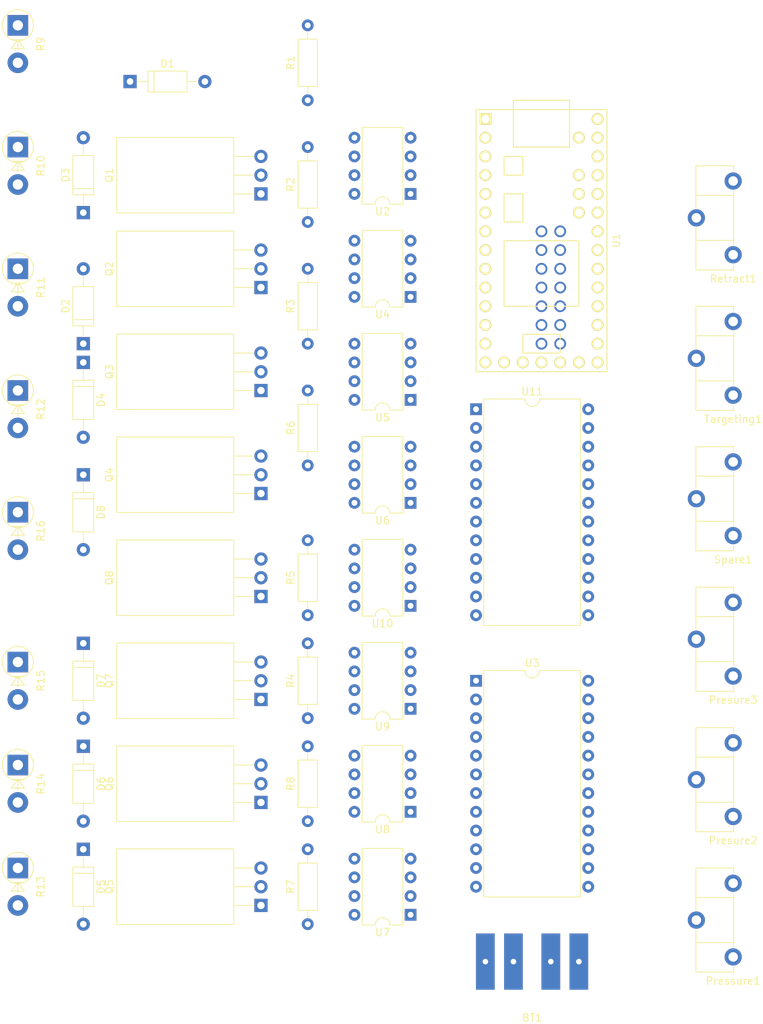
<source format=kicad_pcb>
(kicad_pcb (version 4) (host pcbnew "(2017-02-01 revision d1f8dbb)-4.0")

  (general
    (links 115)
    (no_connects 115)
    (area 0 0 0 0)
    (thickness 1.6)
    (drawings 0)
    (tracks 0)
    (zones 0)
    (modules 50)
    (nets 103)
  )

  (page A3)
  (layers
    (0 F.Cu signal)
    (31 B.Cu signal)
    (32 B.Adhes user)
    (33 F.Adhes user)
    (34 B.Paste user)
    (35 F.Paste user)
    (36 B.SilkS user)
    (37 F.SilkS user)
    (38 B.Mask user)
    (39 F.Mask user)
    (40 Dwgs.User user)
    (41 Cmts.User user)
    (42 Eco1.User user)
    (43 Eco2.User user)
    (44 Edge.Cuts user)
  )

  (setup
    (last_trace_width 0.254)
    (trace_clearance 0.254)
    (zone_clearance 0.508)
    (zone_45_only no)
    (trace_min 0.254)
    (segment_width 0.2)
    (edge_width 0.1)
    (via_size 0.889)
    (via_drill 0.635)
    (via_min_size 0.889)
    (via_min_drill 0.508)
    (uvia_size 0.508)
    (uvia_drill 0.127)
    (uvias_allowed no)
    (uvia_min_size 0.508)
    (uvia_min_drill 0.127)
    (pcb_text_width 0.3)
    (pcb_text_size 1.5 1.5)
    (mod_edge_width 0.15)
    (mod_text_size 1 1)
    (mod_text_width 0.15)
    (pad_size 1.5 1.5)
    (pad_drill 0.6)
    (pad_to_mask_clearance 0)
    (aux_axis_origin 0 0)
    (visible_elements FFFFFFBF)
    (pcbplotparams
      (layerselection 0x00030_80000001)
      (usegerberextensions true)
      (excludeedgelayer true)
      (linewidth 0.150000)
      (plotframeref false)
      (viasonmask false)
      (mode 1)
      (useauxorigin false)
      (hpglpennumber 1)
      (hpglpenspeed 20)
      (hpglpendiameter 15)
      (hpglpenoverlay 2)
      (psnegative false)
      (psa4output false)
      (plotreference true)
      (plotvalue true)
      (plotinvisibletext false)
      (padsonsilk false)
      (subtractmaskfromsilk false)
      (outputformat 1)
      (mirror false)
      (drillshape 1)
      (scaleselection 1)
      (outputdirectory ""))
  )

  (net 0 "")
  (net 1 GND)
  (net 2 "Net-(Q1-Pad1)")
  (net 3 "Net-(R1-Pad2)")
  (net 4 "Net-(U1-Pad2)")
  (net 5 "Net-(U1-Pad3)")
  (net 6 "Net-(U1-Pad4)")
  (net 7 "Net-(U1-Pad9)")
  (net 8 "Net-(U1-Pad10)")
  (net 9 "Net-(U1-Pad11)")
  (net 10 "Net-(U1-Pad12)")
  (net 11 "Net-(U1-Pad13)")
  (net 12 "Net-(U1-Pad14)")
  (net 13 "Net-(U1-Pad15)")
  (net 14 "Net-(U1-Pad16)")
  (net 15 "Net-(U1-Pad17)")
  (net 16 "Net-(U1-Pad18)")
  (net 17 "Net-(U1-Pad19)")
  (net 18 "Net-(U1-Pad20)")
  (net 19 "Net-(U2-Pad1)")
  (net 20 "Net-(U2-Pad6)")
  (net 21 "Net-(U2-Pad4)")
  (net 22 "Net-(U1-Pad31)")
  (net 23 "Net-(U1-Pad32)")
  (net 24 "Net-(U1-Pad34)")
  (net 25 "Net-(U1-Pad35)")
  (net 26 "Net-(U1-Pad36)")
  (net 27 "Net-(U1-Pad37)")
  (net 28 "Net-(U1-Pad38)")
  (net 29 "Net-(U1-Pad39)")
  (net 30 "Net-(U1-Pad40)")
  (net 31 "Net-(U1-Pad41)")
  (net 32 "Net-(U1-Pad42)")
  (net 33 "Net-(U1-Pad43)")
  (net 34 "Net-(U1-Pad44)")
  (net 35 "Net-(U1-Pad45)")
  (net 36 "Net-(U1-Pad46)")
  (net 37 "Net-(U1-Pad47)")
  (net 38 "Net-(U1-Pad48)")
  (net 39 "Net-(U1-Pad49)")
  (net 40 "Net-(U1-Pad50)")
  (net 41 "Net-(U1-Pad51)")
  (net 42 "Net-(Q2-Pad1)")
  (net 43 "Net-(Q3-Pad1)")
  (net 44 "Net-(R3-Pad2)")
  (net 45 "Net-(R4-Pad2)")
  (net 46 "Net-(U4-Pad1)")
  (net 47 "Net-(U4-Pad6)")
  (net 48 "Net-(U4-Pad4)")
  (net 49 "Net-(U5-Pad1)")
  (net 50 "Net-(U5-Pad6)")
  (net 51 "Net-(U5-Pad4)")
  (net 52 +24V)
  (net 53 "Net-(D1-Pad2)")
  (net 54 "Net-(D2-Pad2)")
  (net 55 "Net-(D3-Pad2)")
  (net 56 "Net-(D4-Pad2)")
  (net 57 "Net-(D5-Pad2)")
  (net 58 "Net-(D6-Pad2)")
  (net 59 "Net-(D7-Pad2)")
  (net 60 "Net-(D8-Pad2)")
  (net 61 "Net-(Q4-Pad1)")
  (net 62 "Net-(Q5-Pad1)")
  (net 63 "Net-(Q6-Pad1)")
  (net 64 "Net-(Q7-Pad1)")
  (net 65 "Net-(Q8-Pad1)")
  (net 66 "Net-(R2-Pad2)")
  (net 67 "Net-(R5-Pad2)")
  (net 68 "Net-(R6-Pad2)")
  (net 69 "Net-(R7-Pad2)")
  (net 70 "Net-(R8-Pad2)")
  (net 71 /Sheet58E8F73D/chanel8)
  (net 72 /Sheet58E8F73D/chanel7)
  (net 73 /Sheet58E8F73D/chanel6)
  (net 74 /Sheet58E8F73D/changel5)
  (net 75 /Sheet58E8F73D/chanel4)
  (net 76 /Sheet58E8F73D/chanel3)
  (net 77 /Sheet58E8F73D/chanel2)
  (net 78 /Sheet58E8F73D/chanel1)
  (net 79 /Sheet58E8F73D/cleanGND)
  (net 80 "Net-(U6-Pad1)")
  (net 81 "Net-(U6-Pad6)")
  (net 82 "Net-(U6-Pad4)")
  (net 83 "Net-(U7-Pad1)")
  (net 84 "Net-(U7-Pad6)")
  (net 85 "Net-(U7-Pad4)")
  (net 86 "Net-(U8-Pad1)")
  (net 87 "Net-(U8-Pad6)")
  (net 88 "Net-(U8-Pad4)")
  (net 89 "Net-(U9-Pad1)")
  (net 90 "Net-(U9-Pad6)")
  (net 91 "Net-(U9-Pad4)")
  (net 92 "Net-(U10-Pad1)")
  (net 93 "Net-(U10-Pad6)")
  (net 94 "Net-(U10-Pad4)")
  (net 95 "Net-(Pressure1-Pad1)")
  (net 96 "Net-(Pressure1-Pad2)")
  (net 97 "Net-(Presure2-Pad2)")
  (net 98 "Net-(Presure3-Pad2)")
  (net 99 "Net-(Spare1-Pad2)")
  (net 100 "Net-(Targeting1-Pad2)")
  (net 101 "Net-(Retract1-Pad2)")
  (net 102 "Net-(U1-Pad33)")

  (net_class Default "This is the default net class."
    (clearance 0.254)
    (trace_width 0.254)
    (via_dia 0.889)
    (via_drill 0.635)
    (uvia_dia 0.508)
    (uvia_drill 0.127)
    (add_net +24V)
    (add_net /Sheet58E8F73D/chanel1)
    (add_net /Sheet58E8F73D/chanel2)
    (add_net /Sheet58E8F73D/chanel3)
    (add_net /Sheet58E8F73D/chanel4)
    (add_net /Sheet58E8F73D/chanel6)
    (add_net /Sheet58E8F73D/chanel7)
    (add_net /Sheet58E8F73D/chanel8)
    (add_net /Sheet58E8F73D/changel5)
    (add_net /Sheet58E8F73D/cleanGND)
    (add_net GND)
    (add_net "Net-(D1-Pad2)")
    (add_net "Net-(D2-Pad2)")
    (add_net "Net-(D3-Pad2)")
    (add_net "Net-(D4-Pad2)")
    (add_net "Net-(D5-Pad2)")
    (add_net "Net-(D6-Pad2)")
    (add_net "Net-(D7-Pad2)")
    (add_net "Net-(D8-Pad2)")
    (add_net "Net-(Pressure1-Pad1)")
    (add_net "Net-(Pressure1-Pad2)")
    (add_net "Net-(Presure2-Pad2)")
    (add_net "Net-(Presure3-Pad2)")
    (add_net "Net-(Q1-Pad1)")
    (add_net "Net-(Q2-Pad1)")
    (add_net "Net-(Q3-Pad1)")
    (add_net "Net-(Q4-Pad1)")
    (add_net "Net-(Q5-Pad1)")
    (add_net "Net-(Q6-Pad1)")
    (add_net "Net-(Q7-Pad1)")
    (add_net "Net-(Q8-Pad1)")
    (add_net "Net-(R1-Pad2)")
    (add_net "Net-(R2-Pad2)")
    (add_net "Net-(R3-Pad2)")
    (add_net "Net-(R4-Pad2)")
    (add_net "Net-(R5-Pad2)")
    (add_net "Net-(R6-Pad2)")
    (add_net "Net-(R7-Pad2)")
    (add_net "Net-(R8-Pad2)")
    (add_net "Net-(Retract1-Pad2)")
    (add_net "Net-(Spare1-Pad2)")
    (add_net "Net-(Targeting1-Pad2)")
    (add_net "Net-(U1-Pad10)")
    (add_net "Net-(U1-Pad11)")
    (add_net "Net-(U1-Pad12)")
    (add_net "Net-(U1-Pad13)")
    (add_net "Net-(U1-Pad14)")
    (add_net "Net-(U1-Pad15)")
    (add_net "Net-(U1-Pad16)")
    (add_net "Net-(U1-Pad17)")
    (add_net "Net-(U1-Pad18)")
    (add_net "Net-(U1-Pad19)")
    (add_net "Net-(U1-Pad2)")
    (add_net "Net-(U1-Pad20)")
    (add_net "Net-(U1-Pad3)")
    (add_net "Net-(U1-Pad31)")
    (add_net "Net-(U1-Pad32)")
    (add_net "Net-(U1-Pad33)")
    (add_net "Net-(U1-Pad34)")
    (add_net "Net-(U1-Pad35)")
    (add_net "Net-(U1-Pad36)")
    (add_net "Net-(U1-Pad37)")
    (add_net "Net-(U1-Pad38)")
    (add_net "Net-(U1-Pad39)")
    (add_net "Net-(U1-Pad4)")
    (add_net "Net-(U1-Pad40)")
    (add_net "Net-(U1-Pad41)")
    (add_net "Net-(U1-Pad42)")
    (add_net "Net-(U1-Pad43)")
    (add_net "Net-(U1-Pad44)")
    (add_net "Net-(U1-Pad45)")
    (add_net "Net-(U1-Pad46)")
    (add_net "Net-(U1-Pad47)")
    (add_net "Net-(U1-Pad48)")
    (add_net "Net-(U1-Pad49)")
    (add_net "Net-(U1-Pad50)")
    (add_net "Net-(U1-Pad51)")
    (add_net "Net-(U1-Pad9)")
    (add_net "Net-(U10-Pad1)")
    (add_net "Net-(U10-Pad4)")
    (add_net "Net-(U10-Pad6)")
    (add_net "Net-(U2-Pad1)")
    (add_net "Net-(U2-Pad4)")
    (add_net "Net-(U2-Pad6)")
    (add_net "Net-(U4-Pad1)")
    (add_net "Net-(U4-Pad4)")
    (add_net "Net-(U4-Pad6)")
    (add_net "Net-(U5-Pad1)")
    (add_net "Net-(U5-Pad4)")
    (add_net "Net-(U5-Pad6)")
    (add_net "Net-(U6-Pad1)")
    (add_net "Net-(U6-Pad4)")
    (add_net "Net-(U6-Pad6)")
    (add_net "Net-(U7-Pad1)")
    (add_net "Net-(U7-Pad4)")
    (add_net "Net-(U7-Pad6)")
    (add_net "Net-(U8-Pad1)")
    (add_net "Net-(U8-Pad4)")
    (add_net "Net-(U8-Pad6)")
    (add_net "Net-(U9-Pad1)")
    (add_net "Net-(U9-Pad4)")
    (add_net "Net-(U9-Pad6)")
  )

  (module Housings_DIP:DIP-24_W15.24mm (layer F.Cu) (tedit 58CC8E2E) (tstamp 58E8E002)
    (at 152.4 148.59)
    (descr "24-lead dip package, row spacing 15.24 mm (600 mils)")
    (tags "DIL DIP PDIP 2.54mm 15.24mm 600mil")
    (path /58E8E69D)
    (fp_text reference U3 (at 7.62 -2.39) (layer F.SilkS)
      (effects (font (size 1 1) (thickness 0.15)))
    )
    (fp_text value TRACO_TEL_DCDC (at 7.62 30.33) (layer F.Fab)
      (effects (font (size 1 1) (thickness 0.15)))
    )
    (fp_text user %R (at 7.62 13.97) (layer F.Fab)
      (effects (font (size 1 1) (thickness 0.15)))
    )
    (fp_line (start 1.255 -1.27) (end 14.985 -1.27) (layer F.Fab) (width 0.1))
    (fp_line (start 14.985 -1.27) (end 14.985 29.21) (layer F.Fab) (width 0.1))
    (fp_line (start 14.985 29.21) (end 0.255 29.21) (layer F.Fab) (width 0.1))
    (fp_line (start 0.255 29.21) (end 0.255 -0.27) (layer F.Fab) (width 0.1))
    (fp_line (start 0.255 -0.27) (end 1.255 -1.27) (layer F.Fab) (width 0.1))
    (fp_line (start 6.62 -1.39) (end 1.04 -1.39) (layer F.SilkS) (width 0.12))
    (fp_line (start 1.04 -1.39) (end 1.04 29.33) (layer F.SilkS) (width 0.12))
    (fp_line (start 1.04 29.33) (end 14.2 29.33) (layer F.SilkS) (width 0.12))
    (fp_line (start 14.2 29.33) (end 14.2 -1.39) (layer F.SilkS) (width 0.12))
    (fp_line (start 14.2 -1.39) (end 8.62 -1.39) (layer F.SilkS) (width 0.12))
    (fp_line (start -1.1 -1.6) (end -1.1 29.5) (layer F.CrtYd) (width 0.05))
    (fp_line (start -1.1 29.5) (end 16.3 29.5) (layer F.CrtYd) (width 0.05))
    (fp_line (start 16.3 29.5) (end 16.3 -1.6) (layer F.CrtYd) (width 0.05))
    (fp_line (start 16.3 -1.6) (end -1.1 -1.6) (layer F.CrtYd) (width 0.05))
    (fp_arc (start 7.62 -1.39) (end 6.62 -1.39) (angle -180) (layer F.SilkS) (width 0.12))
    (pad 1 thru_hole rect (at 0 0) (size 1.6 1.6) (drill 0.8) (layers *.Cu *.Mask)
      (net 52 +24V))
    (pad 13 thru_hole oval (at 15.24 27.94) (size 1.6 1.6) (drill 0.8) (layers *.Cu *.Mask))
    (pad 2 thru_hole oval (at 0 2.54) (size 1.6 1.6) (drill 0.8) (layers *.Cu *.Mask))
    (pad 14 thru_hole oval (at 15.24 25.4) (size 1.6 1.6) (drill 0.8) (layers *.Cu *.Mask))
    (pad 3 thru_hole oval (at 0 5.08) (size 1.6 1.6) (drill 0.8) (layers *.Cu *.Mask))
    (pad 15 thru_hole oval (at 15.24 22.86) (size 1.6 1.6) (drill 0.8) (layers *.Cu *.Mask))
    (pad 4 thru_hole oval (at 0 7.62) (size 1.6 1.6) (drill 0.8) (layers *.Cu *.Mask))
    (pad 16 thru_hole oval (at 15.24 20.32) (size 1.6 1.6) (drill 0.8) (layers *.Cu *.Mask))
    (pad 5 thru_hole oval (at 0 10.16) (size 1.6 1.6) (drill 0.8) (layers *.Cu *.Mask))
    (pad 17 thru_hole oval (at 15.24 17.78) (size 1.6 1.6) (drill 0.8) (layers *.Cu *.Mask))
    (pad 6 thru_hole oval (at 0 12.7) (size 1.6 1.6) (drill 0.8) (layers *.Cu *.Mask))
    (pad 18 thru_hole oval (at 15.24 15.24) (size 1.6 1.6) (drill 0.8) (layers *.Cu *.Mask))
    (pad 7 thru_hole oval (at 0 15.24) (size 1.6 1.6) (drill 0.8) (layers *.Cu *.Mask))
    (pad 19 thru_hole oval (at 15.24 12.7) (size 1.6 1.6) (drill 0.8) (layers *.Cu *.Mask))
    (pad 8 thru_hole oval (at 0 17.78) (size 1.6 1.6) (drill 0.8) (layers *.Cu *.Mask))
    (pad 20 thru_hole oval (at 15.24 10.16) (size 1.6 1.6) (drill 0.8) (layers *.Cu *.Mask))
    (pad 9 thru_hole oval (at 0 20.32) (size 1.6 1.6) (drill 0.8) (layers *.Cu *.Mask))
    (pad 21 thru_hole oval (at 15.24 7.62) (size 1.6 1.6) (drill 0.8) (layers *.Cu *.Mask))
    (pad 10 thru_hole oval (at 0 22.86) (size 1.6 1.6) (drill 0.8) (layers *.Cu *.Mask)
      (net 95 "Net-(Pressure1-Pad1)"))
    (pad 22 thru_hole oval (at 15.24 5.08) (size 1.6 1.6) (drill 0.8) (layers *.Cu *.Mask))
    (pad 11 thru_hole oval (at 0 25.4) (size 1.6 1.6) (drill 0.8) (layers *.Cu *.Mask)
      (net 79 /Sheet58E8F73D/cleanGND))
    (pad 23 thru_hole oval (at 15.24 2.54) (size 1.6 1.6) (drill 0.8) (layers *.Cu *.Mask))
    (pad 12 thru_hole oval (at 0 27.94) (size 1.6 1.6) (drill 0.8) (layers *.Cu *.Mask)
      (net 1 GND))
    (pad 24 thru_hole oval (at 15.24 0) (size 1.6 1.6) (drill 0.8) (layers *.Cu *.Mask))
    (model Housings_DIP.3dshapes/DIP-24_W15.24mm.wrl
      (at (xyz 0 0 0))
      (scale (xyz 1 1 1))
      (rotate (xyz 0 0 0))
    )
  )

  (module Housings_DIP:DIP-8_W7.62mm (layer F.Cu) (tedit 58CC8E33) (tstamp 58E8DF0D)
    (at 143.51 82.55 180)
    (descr "8-lead dip package, row spacing 7.62 mm (300 mils)")
    (tags "DIL DIP PDIP 2.54mm 7.62mm 300mil")
    (path /58E8F73E/58E9068A)
    (fp_text reference U2 (at 3.81 -2.39 180) (layer F.SilkS)
      (effects (font (size 1 1) (thickness 0.15)))
    )
    (fp_text value HCPL3120 (at 3.81 10.01 180) (layer F.Fab)
      (effects (font (size 1 1) (thickness 0.15)))
    )
    (fp_text user %R (at 3.81 3.81 180) (layer F.Fab)
      (effects (font (size 1 1) (thickness 0.15)))
    )
    (fp_line (start 1.635 -1.27) (end 6.985 -1.27) (layer F.Fab) (width 0.1))
    (fp_line (start 6.985 -1.27) (end 6.985 8.89) (layer F.Fab) (width 0.1))
    (fp_line (start 6.985 8.89) (end 0.635 8.89) (layer F.Fab) (width 0.1))
    (fp_line (start 0.635 8.89) (end 0.635 -0.27) (layer F.Fab) (width 0.1))
    (fp_line (start 0.635 -0.27) (end 1.635 -1.27) (layer F.Fab) (width 0.1))
    (fp_line (start 2.81 -1.39) (end 1.04 -1.39) (layer F.SilkS) (width 0.12))
    (fp_line (start 1.04 -1.39) (end 1.04 9.01) (layer F.SilkS) (width 0.12))
    (fp_line (start 1.04 9.01) (end 6.58 9.01) (layer F.SilkS) (width 0.12))
    (fp_line (start 6.58 9.01) (end 6.58 -1.39) (layer F.SilkS) (width 0.12))
    (fp_line (start 6.58 -1.39) (end 4.81 -1.39) (layer F.SilkS) (width 0.12))
    (fp_line (start -1.1 -1.6) (end -1.1 9.2) (layer F.CrtYd) (width 0.05))
    (fp_line (start -1.1 9.2) (end 8.7 9.2) (layer F.CrtYd) (width 0.05))
    (fp_line (start 8.7 9.2) (end 8.7 -1.6) (layer F.CrtYd) (width 0.05))
    (fp_line (start 8.7 -1.6) (end -1.1 -1.6) (layer F.CrtYd) (width 0.05))
    (fp_arc (start 3.81 -1.39) (end 2.81 -1.39) (angle -180) (layer F.SilkS) (width 0.12))
    (pad 1 thru_hole rect (at 0 0 180) (size 1.6 1.6) (drill 0.8) (layers *.Cu *.Mask)
      (net 19 "Net-(U2-Pad1)"))
    (pad 5 thru_hole oval (at 7.62 7.62 180) (size 1.6 1.6) (drill 0.8) (layers *.Cu *.Mask)
      (net 1 GND))
    (pad 2 thru_hole oval (at 0 2.54 180) (size 1.6 1.6) (drill 0.8) (layers *.Cu *.Mask)
      (net 78 /Sheet58E8F73D/chanel1))
    (pad 6 thru_hole oval (at 7.62 5.08 180) (size 1.6 1.6) (drill 0.8) (layers *.Cu *.Mask)
      (net 20 "Net-(U2-Pad6)"))
    (pad 3 thru_hole oval (at 0 5.08 180) (size 1.6 1.6) (drill 0.8) (layers *.Cu *.Mask)
      (net 79 /Sheet58E8F73D/cleanGND))
    (pad 7 thru_hole oval (at 7.62 2.54 180) (size 1.6 1.6) (drill 0.8) (layers *.Cu *.Mask)
      (net 3 "Net-(R1-Pad2)"))
    (pad 4 thru_hole oval (at 0 7.62 180) (size 1.6 1.6) (drill 0.8) (layers *.Cu *.Mask)
      (net 21 "Net-(U2-Pad4)"))
    (pad 8 thru_hole oval (at 7.62 0 180) (size 1.6 1.6) (drill 0.8) (layers *.Cu *.Mask)
      (net 52 +24V))
    (model Housings_DIP.3dshapes/DIP-8_W7.62mm.wrl
      (at (xyz 0 0 0))
      (scale (xyz 1 1 1))
      (rotate (xyz 0 0 0))
    )
  )

  (module Teensy:Teensy30_31_32_LC (layer F.Cu) (tedit 581B9EAD) (tstamp 58E8DFCC)
    (at 161.29 88.9 270)
    (path /58E80BBA)
    (fp_text reference U1 (at 0 -10.16 270) (layer F.SilkS)
      (effects (font (size 1 1) (thickness 0.15)))
    )
    (fp_text value TEENSY3.1 (at 0 10.16 270) (layer F.Fab)
      (effects (font (size 1 1) (thickness 0.15)))
    )
    (fp_line (start -17.78 3.81) (end -19.05 3.81) (layer F.SilkS) (width 0.15))
    (fp_line (start -19.05 3.81) (end -19.05 -3.81) (layer F.SilkS) (width 0.15))
    (fp_line (start -19.05 -3.81) (end -17.78 -3.81) (layer F.SilkS) (width 0.15))
    (fp_line (start -6.35 5.08) (end -2.54 5.08) (layer F.SilkS) (width 0.15))
    (fp_line (start -2.54 5.08) (end -2.54 2.54) (layer F.SilkS) (width 0.15))
    (fp_line (start -2.54 2.54) (end -6.35 2.54) (layer F.SilkS) (width 0.15))
    (fp_line (start -6.35 2.54) (end -6.35 5.08) (layer F.SilkS) (width 0.15))
    (fp_line (start -12.7 3.81) (end -12.7 -3.81) (layer F.SilkS) (width 0.15))
    (fp_line (start -12.7 -3.81) (end -17.78 -3.81) (layer F.SilkS) (width 0.15))
    (fp_line (start -12.7 3.81) (end -17.78 3.81) (layer F.SilkS) (width 0.15))
    (fp_line (start -11.43 5.08) (end -8.89 5.08) (layer F.SilkS) (width 0.15))
    (fp_line (start -8.89 5.08) (end -8.89 2.54) (layer F.SilkS) (width 0.15))
    (fp_line (start -8.89 2.54) (end -11.43 2.54) (layer F.SilkS) (width 0.15))
    (fp_line (start -11.43 2.54) (end -11.43 5.08) (layer F.SilkS) (width 0.15))
    (fp_line (start 15.24 -2.54) (end 15.24 2.54) (layer F.SilkS) (width 0.15))
    (fp_line (start 15.24 2.54) (end 12.7 2.54) (layer F.SilkS) (width 0.15))
    (fp_line (start 12.7 2.54) (end 12.7 -2.54) (layer F.SilkS) (width 0.15))
    (fp_line (start 12.7 -2.54) (end 15.24 -2.54) (layer F.SilkS) (width 0.15))
    (fp_line (start 8.89 5.08) (end 8.89 -5.08) (layer F.SilkS) (width 0.15))
    (fp_line (start 0 -5.08) (end 0 5.08) (layer F.SilkS) (width 0.15))
    (fp_line (start 8.89 -5.08) (end 0 -5.08) (layer F.SilkS) (width 0.15))
    (fp_line (start 8.89 5.08) (end 0 5.08) (layer F.SilkS) (width 0.15))
    (fp_line (start -17.78 -8.89) (end 17.78 -8.89) (layer F.SilkS) (width 0.15))
    (fp_line (start 17.78 -8.89) (end 17.78 8.89) (layer F.SilkS) (width 0.15))
    (fp_line (start 17.78 8.89) (end -17.78 8.89) (layer F.SilkS) (width 0.15))
    (fp_line (start -17.78 8.89) (end -17.78 -8.89) (layer F.SilkS) (width 0.15))
    (pad 17 thru_hole circle (at 16.51 0 270) (size 1.6 1.6) (drill 1.1) (layers *.Cu *.Mask F.SilkS)
      (net 15 "Net-(U1-Pad17)"))
    (pad 18 thru_hole circle (at 16.51 -2.54 270) (size 1.6 1.6) (drill 1.1) (layers *.Cu *.Mask F.SilkS)
      (net 16 "Net-(U1-Pad18)"))
    (pad 19 thru_hole circle (at 16.51 -5.08 270) (size 1.6 1.6) (drill 1.1) (layers *.Cu *.Mask F.SilkS)
      (net 17 "Net-(U1-Pad19)"))
    (pad 20 thru_hole circle (at 16.51 -7.62 270) (size 1.6 1.6) (drill 1.1) (layers *.Cu *.Mask F.SilkS)
      (net 18 "Net-(U1-Pad20)"))
    (pad 16 thru_hole circle (at 16.51 2.54 270) (size 1.6 1.6) (drill 1.1) (layers *.Cu *.Mask F.SilkS)
      (net 14 "Net-(U1-Pad16)"))
    (pad 15 thru_hole circle (at 16.51 5.08 270) (size 1.6 1.6) (drill 1.1) (layers *.Cu *.Mask F.SilkS)
      (net 13 "Net-(U1-Pad15)"))
    (pad 14 thru_hole circle (at 16.51 7.62 270) (size 1.6 1.6) (drill 1.1) (layers *.Cu *.Mask F.SilkS)
      (net 12 "Net-(U1-Pad14)"))
    (pad 21 thru_hole circle (at 13.97 -7.62 270) (size 1.6 1.6) (drill 1.1) (layers *.Cu *.Mask F.SilkS)
      (net 96 "Net-(Pressure1-Pad2)"))
    (pad 22 thru_hole circle (at 11.43 -7.62 270) (size 1.6 1.6) (drill 1.1) (layers *.Cu *.Mask F.SilkS)
      (net 97 "Net-(Presure2-Pad2)"))
    (pad 23 thru_hole circle (at 8.89 -7.62 270) (size 1.6 1.6) (drill 1.1) (layers *.Cu *.Mask F.SilkS)
      (net 98 "Net-(Presure3-Pad2)"))
    (pad 24 thru_hole circle (at 6.35 -7.62 270) (size 1.6 1.6) (drill 1.1) (layers *.Cu *.Mask F.SilkS)
      (net 99 "Net-(Spare1-Pad2)"))
    (pad 25 thru_hole circle (at 3.81 -7.62 270) (size 1.6 1.6) (drill 1.1) (layers *.Cu *.Mask F.SilkS)
      (net 100 "Net-(Targeting1-Pad2)"))
    (pad 26 thru_hole circle (at 1.27 -7.62 270) (size 1.6 1.6) (drill 1.1) (layers *.Cu *.Mask F.SilkS)
      (net 101 "Net-(Retract1-Pad2)"))
    (pad 27 thru_hole circle (at -1.27 -7.62 270) (size 1.6 1.6) (drill 1.1) (layers *.Cu *.Mask F.SilkS)
      (net 71 /Sheet58E8F73D/chanel8))
    (pad 28 thru_hole circle (at -3.81 -7.62 270) (size 1.6 1.6) (drill 1.1) (layers *.Cu *.Mask F.SilkS)
      (net 72 /Sheet58E8F73D/chanel7))
    (pad 29 thru_hole circle (at -6.35 -7.62 270) (size 1.6 1.6) (drill 1.1) (layers *.Cu *.Mask F.SilkS)
      (net 73 /Sheet58E8F73D/chanel6))
    (pad 30 thru_hole circle (at -8.89 -7.62 270) (size 1.6 1.6) (drill 1.1) (layers *.Cu *.Mask F.SilkS)
      (net 74 /Sheet58E8F73D/changel5))
    (pad 31 thru_hole circle (at -11.43 -7.62 270) (size 1.6 1.6) (drill 1.1) (layers *.Cu *.Mask F.SilkS)
      (net 22 "Net-(U1-Pad31)"))
    (pad 32 thru_hole circle (at -13.97 -7.62 270) (size 1.6 1.6) (drill 1.1) (layers *.Cu *.Mask F.SilkS)
      (net 23 "Net-(U1-Pad32)"))
    (pad 33 thru_hole circle (at -16.51 -7.62 270) (size 1.6 1.6) (drill 1.1) (layers *.Cu *.Mask F.SilkS)
      (net 102 "Net-(U1-Pad33)"))
    (pad 34 thru_hole circle (at -13.97 -5.08 270) (size 1.6 1.6) (drill 1.1) (layers *.Cu *.Mask F.SilkS)
      (net 24 "Net-(U1-Pad34)"))
    (pad 35 thru_hole circle (at -8.89 -5.08 270) (size 1.6 1.6) (drill 1.1) (layers *.Cu *.Mask F.SilkS)
      (net 25 "Net-(U1-Pad35)"))
    (pad 36 thru_hole circle (at -6.35 -5.08 270) (size 1.6 1.6) (drill 1.1) (layers *.Cu *.Mask F.SilkS)
      (net 26 "Net-(U1-Pad36)"))
    (pad 37 thru_hole circle (at -3.81 -5.08 270) (size 1.6 1.6) (drill 1.1) (layers *.Cu *.Mask F.SilkS)
      (net 27 "Net-(U1-Pad37)"))
    (pad 13 thru_hole circle (at 13.97 7.62 270) (size 1.6 1.6) (drill 1.1) (layers *.Cu *.Mask F.SilkS)
      (net 11 "Net-(U1-Pad13)"))
    (pad 12 thru_hole circle (at 11.43 7.62 270) (size 1.6 1.6) (drill 1.1) (layers *.Cu *.Mask F.SilkS)
      (net 10 "Net-(U1-Pad12)"))
    (pad 11 thru_hole circle (at 8.89 7.62 270) (size 1.6 1.6) (drill 1.1) (layers *.Cu *.Mask F.SilkS)
      (net 9 "Net-(U1-Pad11)"))
    (pad 10 thru_hole circle (at 6.35 7.62 270) (size 1.6 1.6) (drill 1.1) (layers *.Cu *.Mask F.SilkS)
      (net 8 "Net-(U1-Pad10)"))
    (pad 9 thru_hole circle (at 3.81 7.62 270) (size 1.6 1.6) (drill 1.1) (layers *.Cu *.Mask F.SilkS)
      (net 7 "Net-(U1-Pad9)"))
    (pad 8 thru_hole circle (at 1.27 7.62 270) (size 1.6 1.6) (drill 1.1) (layers *.Cu *.Mask F.SilkS)
      (net 75 /Sheet58E8F73D/chanel4))
    (pad 7 thru_hole circle (at -1.27 7.62 270) (size 1.6 1.6) (drill 1.1) (layers *.Cu *.Mask F.SilkS)
      (net 76 /Sheet58E8F73D/chanel3))
    (pad 6 thru_hole circle (at -3.81 7.62 270) (size 1.6 1.6) (drill 1.1) (layers *.Cu *.Mask F.SilkS)
      (net 77 /Sheet58E8F73D/chanel2))
    (pad 5 thru_hole circle (at -6.35 7.62 270) (size 1.6 1.6) (drill 1.1) (layers *.Cu *.Mask F.SilkS)
      (net 78 /Sheet58E8F73D/chanel1))
    (pad 4 thru_hole circle (at -8.89 7.62 270) (size 1.6 1.6) (drill 1.1) (layers *.Cu *.Mask F.SilkS)
      (net 6 "Net-(U1-Pad4)"))
    (pad 3 thru_hole circle (at -11.43 7.62 270) (size 1.6 1.6) (drill 1.1) (layers *.Cu *.Mask F.SilkS)
      (net 5 "Net-(U1-Pad3)"))
    (pad 2 thru_hole circle (at -13.97 7.62 270) (size 1.6 1.6) (drill 1.1) (layers *.Cu *.Mask F.SilkS)
      (net 4 "Net-(U1-Pad2)"))
    (pad 1 thru_hole rect (at -16.51 7.62 270) (size 1.6 1.6) (drill 1.1) (layers *.Cu *.Mask F.SilkS)
      (net 79 /Sheet58E8F73D/cleanGND))
    (pad 38 thru_hole circle (at -1.27 0 270) (size 1.6 1.6) (drill 1.1) (layers *.Cu *.Mask)
      (net 28 "Net-(U1-Pad38)"))
    (pad 39 thru_hole circle (at 1.27 0 270) (size 1.6 1.6) (drill 1.1) (layers *.Cu *.Mask)
      (net 29 "Net-(U1-Pad39)"))
    (pad 40 thru_hole circle (at 3.81 0 270) (size 1.6 1.6) (drill 1.1) (layers *.Cu *.Mask)
      (net 30 "Net-(U1-Pad40)"))
    (pad 41 thru_hole circle (at 6.35 0 270) (size 1.6 1.6) (drill 1.1) (layers *.Cu *.Mask)
      (net 31 "Net-(U1-Pad41)"))
    (pad 42 thru_hole circle (at 8.89 0 270) (size 1.6 1.6) (drill 1.1) (layers *.Cu *.Mask)
      (net 32 "Net-(U1-Pad42)"))
    (pad 43 thru_hole circle (at 11.43 0 270) (size 1.6 1.6) (drill 1.1) (layers *.Cu *.Mask)
      (net 33 "Net-(U1-Pad43)"))
    (pad 44 thru_hole circle (at 13.97 0 270) (size 1.6 1.6) (drill 1.1) (layers *.Cu *.Mask)
      (net 34 "Net-(U1-Pad44)"))
    (pad 45 thru_hole circle (at 13.97 -2.54 270) (size 1.6 1.6) (drill 1.1) (layers *.Cu *.Mask)
      (net 35 "Net-(U1-Pad45)"))
    (pad 46 thru_hole circle (at 11.43 -2.54 270) (size 1.6 1.6) (drill 1.1) (layers *.Cu *.Mask)
      (net 36 "Net-(U1-Pad46)"))
    (pad 47 thru_hole circle (at 8.89 -2.54 270) (size 1.6 1.6) (drill 1.1) (layers *.Cu *.Mask)
      (net 37 "Net-(U1-Pad47)"))
    (pad 48 thru_hole circle (at 6.35 -2.54 270) (size 1.6 1.6) (drill 1.1) (layers *.Cu *.Mask)
      (net 38 "Net-(U1-Pad48)"))
    (pad 49 thru_hole circle (at 3.81 -2.54 270) (size 1.6 1.6) (drill 1.1) (layers *.Cu *.Mask)
      (net 39 "Net-(U1-Pad49)"))
    (pad 50 thru_hole circle (at 1.27 -2.54 270) (size 1.6 1.6) (drill 1.1) (layers *.Cu *.Mask)
      (net 40 "Net-(U1-Pad50)"))
    (pad 51 thru_hole circle (at -1.27 -2.54 270) (size 1.6 1.6) (drill 1.1) (layers *.Cu *.Mask)
      (net 41 "Net-(U1-Pad51)"))
  )

  (module Housings_DIP:DIP-8_W7.62mm (layer F.Cu) (tedit 58CC8E33) (tstamp 58E8E6AA)
    (at 143.51 96.52 180)
    (descr "8-lead dip package, row spacing 7.62 mm (300 mils)")
    (tags "DIL DIP PDIP 2.54mm 7.62mm 300mil")
    (path /58E8F73E/58E90735)
    (fp_text reference U4 (at 3.81 -2.39 180) (layer F.SilkS)
      (effects (font (size 1 1) (thickness 0.15)))
    )
    (fp_text value HCPL3120 (at 3.81 10.01 180) (layer F.Fab)
      (effects (font (size 1 1) (thickness 0.15)))
    )
    (fp_text user %R (at 3.81 3.81 180) (layer F.Fab)
      (effects (font (size 1 1) (thickness 0.15)))
    )
    (fp_line (start 1.635 -1.27) (end 6.985 -1.27) (layer F.Fab) (width 0.1))
    (fp_line (start 6.985 -1.27) (end 6.985 8.89) (layer F.Fab) (width 0.1))
    (fp_line (start 6.985 8.89) (end 0.635 8.89) (layer F.Fab) (width 0.1))
    (fp_line (start 0.635 8.89) (end 0.635 -0.27) (layer F.Fab) (width 0.1))
    (fp_line (start 0.635 -0.27) (end 1.635 -1.27) (layer F.Fab) (width 0.1))
    (fp_line (start 2.81 -1.39) (end 1.04 -1.39) (layer F.SilkS) (width 0.12))
    (fp_line (start 1.04 -1.39) (end 1.04 9.01) (layer F.SilkS) (width 0.12))
    (fp_line (start 1.04 9.01) (end 6.58 9.01) (layer F.SilkS) (width 0.12))
    (fp_line (start 6.58 9.01) (end 6.58 -1.39) (layer F.SilkS) (width 0.12))
    (fp_line (start 6.58 -1.39) (end 4.81 -1.39) (layer F.SilkS) (width 0.12))
    (fp_line (start -1.1 -1.6) (end -1.1 9.2) (layer F.CrtYd) (width 0.05))
    (fp_line (start -1.1 9.2) (end 8.7 9.2) (layer F.CrtYd) (width 0.05))
    (fp_line (start 8.7 9.2) (end 8.7 -1.6) (layer F.CrtYd) (width 0.05))
    (fp_line (start 8.7 -1.6) (end -1.1 -1.6) (layer F.CrtYd) (width 0.05))
    (fp_arc (start 3.81 -1.39) (end 2.81 -1.39) (angle -180) (layer F.SilkS) (width 0.12))
    (pad 1 thru_hole rect (at 0 0 180) (size 1.6 1.6) (drill 0.8) (layers *.Cu *.Mask)
      (net 46 "Net-(U4-Pad1)"))
    (pad 5 thru_hole oval (at 7.62 7.62 180) (size 1.6 1.6) (drill 0.8) (layers *.Cu *.Mask)
      (net 1 GND))
    (pad 2 thru_hole oval (at 0 2.54 180) (size 1.6 1.6) (drill 0.8) (layers *.Cu *.Mask)
      (net 77 /Sheet58E8F73D/chanel2))
    (pad 6 thru_hole oval (at 7.62 5.08 180) (size 1.6 1.6) (drill 0.8) (layers *.Cu *.Mask)
      (net 47 "Net-(U4-Pad6)"))
    (pad 3 thru_hole oval (at 0 5.08 180) (size 1.6 1.6) (drill 0.8) (layers *.Cu *.Mask)
      (net 79 /Sheet58E8F73D/cleanGND))
    (pad 7 thru_hole oval (at 7.62 2.54 180) (size 1.6 1.6) (drill 0.8) (layers *.Cu *.Mask)
      (net 66 "Net-(R2-Pad2)"))
    (pad 4 thru_hole oval (at 0 7.62 180) (size 1.6 1.6) (drill 0.8) (layers *.Cu *.Mask)
      (net 48 "Net-(U4-Pad4)"))
    (pad 8 thru_hole oval (at 7.62 0 180) (size 1.6 1.6) (drill 0.8) (layers *.Cu *.Mask)
      (net 52 +24V))
    (model Housings_DIP.3dshapes/DIP-8_W7.62mm.wrl
      (at (xyz 0 0 0))
      (scale (xyz 1 1 1))
      (rotate (xyz 0 0 0))
    )
  )

  (module Housings_DIP:DIP-8_W7.62mm (layer F.Cu) (tedit 58CC8E33) (tstamp 58E8E6B6)
    (at 143.51 110.49 180)
    (descr "8-lead dip package, row spacing 7.62 mm (300 mils)")
    (tags "DIL DIP PDIP 2.54mm 7.62mm 300mil")
    (path /58E8F73E/58E907B0)
    (fp_text reference U5 (at 3.81 -2.39 180) (layer F.SilkS)
      (effects (font (size 1 1) (thickness 0.15)))
    )
    (fp_text value HCPL3120 (at 3.81 10.01 180) (layer F.Fab)
      (effects (font (size 1 1) (thickness 0.15)))
    )
    (fp_text user %R (at 3.81 3.81 180) (layer F.Fab)
      (effects (font (size 1 1) (thickness 0.15)))
    )
    (fp_line (start 1.635 -1.27) (end 6.985 -1.27) (layer F.Fab) (width 0.1))
    (fp_line (start 6.985 -1.27) (end 6.985 8.89) (layer F.Fab) (width 0.1))
    (fp_line (start 6.985 8.89) (end 0.635 8.89) (layer F.Fab) (width 0.1))
    (fp_line (start 0.635 8.89) (end 0.635 -0.27) (layer F.Fab) (width 0.1))
    (fp_line (start 0.635 -0.27) (end 1.635 -1.27) (layer F.Fab) (width 0.1))
    (fp_line (start 2.81 -1.39) (end 1.04 -1.39) (layer F.SilkS) (width 0.12))
    (fp_line (start 1.04 -1.39) (end 1.04 9.01) (layer F.SilkS) (width 0.12))
    (fp_line (start 1.04 9.01) (end 6.58 9.01) (layer F.SilkS) (width 0.12))
    (fp_line (start 6.58 9.01) (end 6.58 -1.39) (layer F.SilkS) (width 0.12))
    (fp_line (start 6.58 -1.39) (end 4.81 -1.39) (layer F.SilkS) (width 0.12))
    (fp_line (start -1.1 -1.6) (end -1.1 9.2) (layer F.CrtYd) (width 0.05))
    (fp_line (start -1.1 9.2) (end 8.7 9.2) (layer F.CrtYd) (width 0.05))
    (fp_line (start 8.7 9.2) (end 8.7 -1.6) (layer F.CrtYd) (width 0.05))
    (fp_line (start 8.7 -1.6) (end -1.1 -1.6) (layer F.CrtYd) (width 0.05))
    (fp_arc (start 3.81 -1.39) (end 2.81 -1.39) (angle -180) (layer F.SilkS) (width 0.12))
    (pad 1 thru_hole rect (at 0 0 180) (size 1.6 1.6) (drill 0.8) (layers *.Cu *.Mask)
      (net 49 "Net-(U5-Pad1)"))
    (pad 5 thru_hole oval (at 7.62 7.62 180) (size 1.6 1.6) (drill 0.8) (layers *.Cu *.Mask)
      (net 1 GND))
    (pad 2 thru_hole oval (at 0 2.54 180) (size 1.6 1.6) (drill 0.8) (layers *.Cu *.Mask)
      (net 76 /Sheet58E8F73D/chanel3))
    (pad 6 thru_hole oval (at 7.62 5.08 180) (size 1.6 1.6) (drill 0.8) (layers *.Cu *.Mask)
      (net 50 "Net-(U5-Pad6)"))
    (pad 3 thru_hole oval (at 0 5.08 180) (size 1.6 1.6) (drill 0.8) (layers *.Cu *.Mask)
      (net 79 /Sheet58E8F73D/cleanGND))
    (pad 7 thru_hole oval (at 7.62 2.54 180) (size 1.6 1.6) (drill 0.8) (layers *.Cu *.Mask)
      (net 44 "Net-(R3-Pad2)"))
    (pad 4 thru_hole oval (at 0 7.62 180) (size 1.6 1.6) (drill 0.8) (layers *.Cu *.Mask)
      (net 51 "Net-(U5-Pad4)"))
    (pad 8 thru_hole oval (at 7.62 0 180) (size 1.6 1.6) (drill 0.8) (layers *.Cu *.Mask)
      (net 52 +24V))
    (model Housings_DIP.3dshapes/DIP-8_W7.62mm.wrl
      (at (xyz 0 0 0))
      (scale (xyz 1 1 1))
      (rotate (xyz 0 0 0))
    )
  )

  (module Housings_DIP:DIP-8_W7.62mm (layer F.Cu) (tedit 58CC8E33) (tstamp 58E9017B)
    (at 143.51 124.46 180)
    (descr "8-lead dip package, row spacing 7.62 mm (300 mils)")
    (tags "DIL DIP PDIP 2.54mm 7.62mm 300mil")
    (path /58E8F73E/58E907E9)
    (fp_text reference U6 (at 3.81 -2.39 180) (layer F.SilkS)
      (effects (font (size 1 1) (thickness 0.15)))
    )
    (fp_text value HCPL3120 (at 3.81 10.01 180) (layer F.Fab)
      (effects (font (size 1 1) (thickness 0.15)))
    )
    (fp_text user %R (at 3.81 3.81 180) (layer F.Fab)
      (effects (font (size 1 1) (thickness 0.15)))
    )
    (fp_line (start 1.635 -1.27) (end 6.985 -1.27) (layer F.Fab) (width 0.1))
    (fp_line (start 6.985 -1.27) (end 6.985 8.89) (layer F.Fab) (width 0.1))
    (fp_line (start 6.985 8.89) (end 0.635 8.89) (layer F.Fab) (width 0.1))
    (fp_line (start 0.635 8.89) (end 0.635 -0.27) (layer F.Fab) (width 0.1))
    (fp_line (start 0.635 -0.27) (end 1.635 -1.27) (layer F.Fab) (width 0.1))
    (fp_line (start 2.81 -1.39) (end 1.04 -1.39) (layer F.SilkS) (width 0.12))
    (fp_line (start 1.04 -1.39) (end 1.04 9.01) (layer F.SilkS) (width 0.12))
    (fp_line (start 1.04 9.01) (end 6.58 9.01) (layer F.SilkS) (width 0.12))
    (fp_line (start 6.58 9.01) (end 6.58 -1.39) (layer F.SilkS) (width 0.12))
    (fp_line (start 6.58 -1.39) (end 4.81 -1.39) (layer F.SilkS) (width 0.12))
    (fp_line (start -1.1 -1.6) (end -1.1 9.2) (layer F.CrtYd) (width 0.05))
    (fp_line (start -1.1 9.2) (end 8.7 9.2) (layer F.CrtYd) (width 0.05))
    (fp_line (start 8.7 9.2) (end 8.7 -1.6) (layer F.CrtYd) (width 0.05))
    (fp_line (start 8.7 -1.6) (end -1.1 -1.6) (layer F.CrtYd) (width 0.05))
    (fp_arc (start 3.81 -1.39) (end 2.81 -1.39) (angle -180) (layer F.SilkS) (width 0.12))
    (pad 1 thru_hole rect (at 0 0 180) (size 1.6 1.6) (drill 0.8) (layers *.Cu *.Mask)
      (net 80 "Net-(U6-Pad1)"))
    (pad 5 thru_hole oval (at 7.62 7.62 180) (size 1.6 1.6) (drill 0.8) (layers *.Cu *.Mask)
      (net 1 GND))
    (pad 2 thru_hole oval (at 0 2.54 180) (size 1.6 1.6) (drill 0.8) (layers *.Cu *.Mask)
      (net 75 /Sheet58E8F73D/chanel4))
    (pad 6 thru_hole oval (at 7.62 5.08 180) (size 1.6 1.6) (drill 0.8) (layers *.Cu *.Mask)
      (net 81 "Net-(U6-Pad6)"))
    (pad 3 thru_hole oval (at 0 5.08 180) (size 1.6 1.6) (drill 0.8) (layers *.Cu *.Mask)
      (net 79 /Sheet58E8F73D/cleanGND))
    (pad 7 thru_hole oval (at 7.62 2.54 180) (size 1.6 1.6) (drill 0.8) (layers *.Cu *.Mask)
      (net 68 "Net-(R6-Pad2)"))
    (pad 4 thru_hole oval (at 0 7.62 180) (size 1.6 1.6) (drill 0.8) (layers *.Cu *.Mask)
      (net 82 "Net-(U6-Pad4)"))
    (pad 8 thru_hole oval (at 7.62 0 180) (size 1.6 1.6) (drill 0.8) (layers *.Cu *.Mask)
      (net 52 +24V))
    (model Housings_DIP.3dshapes/DIP-8_W7.62mm.wrl
      (at (xyz 0 0 0))
      (scale (xyz 1 1 1))
      (rotate (xyz 0 0 0))
    )
  )

  (module Housings_DIP:DIP-8_W7.62mm (layer F.Cu) (tedit 58CC8E33) (tstamp 58E90187)
    (at 143.51 180.34 180)
    (descr "8-lead dip package, row spacing 7.62 mm (300 mils)")
    (tags "DIL DIP PDIP 2.54mm 7.62mm 300mil")
    (path /58E8F73E/58E9080C)
    (fp_text reference U7 (at 3.81 -2.39 180) (layer F.SilkS)
      (effects (font (size 1 1) (thickness 0.15)))
    )
    (fp_text value HCPL3120 (at 3.81 10.01 180) (layer F.Fab)
      (effects (font (size 1 1) (thickness 0.15)))
    )
    (fp_text user %R (at 3.81 3.81 180) (layer F.Fab)
      (effects (font (size 1 1) (thickness 0.15)))
    )
    (fp_line (start 1.635 -1.27) (end 6.985 -1.27) (layer F.Fab) (width 0.1))
    (fp_line (start 6.985 -1.27) (end 6.985 8.89) (layer F.Fab) (width 0.1))
    (fp_line (start 6.985 8.89) (end 0.635 8.89) (layer F.Fab) (width 0.1))
    (fp_line (start 0.635 8.89) (end 0.635 -0.27) (layer F.Fab) (width 0.1))
    (fp_line (start 0.635 -0.27) (end 1.635 -1.27) (layer F.Fab) (width 0.1))
    (fp_line (start 2.81 -1.39) (end 1.04 -1.39) (layer F.SilkS) (width 0.12))
    (fp_line (start 1.04 -1.39) (end 1.04 9.01) (layer F.SilkS) (width 0.12))
    (fp_line (start 1.04 9.01) (end 6.58 9.01) (layer F.SilkS) (width 0.12))
    (fp_line (start 6.58 9.01) (end 6.58 -1.39) (layer F.SilkS) (width 0.12))
    (fp_line (start 6.58 -1.39) (end 4.81 -1.39) (layer F.SilkS) (width 0.12))
    (fp_line (start -1.1 -1.6) (end -1.1 9.2) (layer F.CrtYd) (width 0.05))
    (fp_line (start -1.1 9.2) (end 8.7 9.2) (layer F.CrtYd) (width 0.05))
    (fp_line (start 8.7 9.2) (end 8.7 -1.6) (layer F.CrtYd) (width 0.05))
    (fp_line (start 8.7 -1.6) (end -1.1 -1.6) (layer F.CrtYd) (width 0.05))
    (fp_arc (start 3.81 -1.39) (end 2.81 -1.39) (angle -180) (layer F.SilkS) (width 0.12))
    (pad 1 thru_hole rect (at 0 0 180) (size 1.6 1.6) (drill 0.8) (layers *.Cu *.Mask)
      (net 83 "Net-(U7-Pad1)"))
    (pad 5 thru_hole oval (at 7.62 7.62 180) (size 1.6 1.6) (drill 0.8) (layers *.Cu *.Mask)
      (net 1 GND))
    (pad 2 thru_hole oval (at 0 2.54 180) (size 1.6 1.6) (drill 0.8) (layers *.Cu *.Mask)
      (net 74 /Sheet58E8F73D/changel5))
    (pad 6 thru_hole oval (at 7.62 5.08 180) (size 1.6 1.6) (drill 0.8) (layers *.Cu *.Mask)
      (net 84 "Net-(U7-Pad6)"))
    (pad 3 thru_hole oval (at 0 5.08 180) (size 1.6 1.6) (drill 0.8) (layers *.Cu *.Mask)
      (net 79 /Sheet58E8F73D/cleanGND))
    (pad 7 thru_hole oval (at 7.62 2.54 180) (size 1.6 1.6) (drill 0.8) (layers *.Cu *.Mask)
      (net 69 "Net-(R7-Pad2)"))
    (pad 4 thru_hole oval (at 0 7.62 180) (size 1.6 1.6) (drill 0.8) (layers *.Cu *.Mask)
      (net 85 "Net-(U7-Pad4)"))
    (pad 8 thru_hole oval (at 7.62 0 180) (size 1.6 1.6) (drill 0.8) (layers *.Cu *.Mask)
      (net 52 +24V))
    (model Housings_DIP.3dshapes/DIP-8_W7.62mm.wrl
      (at (xyz 0 0 0))
      (scale (xyz 1 1 1))
      (rotate (xyz 0 0 0))
    )
  )

  (module Housings_DIP:DIP-8_W7.62mm (layer F.Cu) (tedit 58CC8E33) (tstamp 58E90193)
    (at 143.51 166.37 180)
    (descr "8-lead dip package, row spacing 7.62 mm (300 mils)")
    (tags "DIL DIP PDIP 2.54mm 7.62mm 300mil")
    (path /58E8F73E/58E90831)
    (fp_text reference U8 (at 3.81 -2.39 180) (layer F.SilkS)
      (effects (font (size 1 1) (thickness 0.15)))
    )
    (fp_text value HCPL3120 (at 3.81 10.01 180) (layer F.Fab)
      (effects (font (size 1 1) (thickness 0.15)))
    )
    (fp_text user %R (at 3.81 3.81 180) (layer F.Fab)
      (effects (font (size 1 1) (thickness 0.15)))
    )
    (fp_line (start 1.635 -1.27) (end 6.985 -1.27) (layer F.Fab) (width 0.1))
    (fp_line (start 6.985 -1.27) (end 6.985 8.89) (layer F.Fab) (width 0.1))
    (fp_line (start 6.985 8.89) (end 0.635 8.89) (layer F.Fab) (width 0.1))
    (fp_line (start 0.635 8.89) (end 0.635 -0.27) (layer F.Fab) (width 0.1))
    (fp_line (start 0.635 -0.27) (end 1.635 -1.27) (layer F.Fab) (width 0.1))
    (fp_line (start 2.81 -1.39) (end 1.04 -1.39) (layer F.SilkS) (width 0.12))
    (fp_line (start 1.04 -1.39) (end 1.04 9.01) (layer F.SilkS) (width 0.12))
    (fp_line (start 1.04 9.01) (end 6.58 9.01) (layer F.SilkS) (width 0.12))
    (fp_line (start 6.58 9.01) (end 6.58 -1.39) (layer F.SilkS) (width 0.12))
    (fp_line (start 6.58 -1.39) (end 4.81 -1.39) (layer F.SilkS) (width 0.12))
    (fp_line (start -1.1 -1.6) (end -1.1 9.2) (layer F.CrtYd) (width 0.05))
    (fp_line (start -1.1 9.2) (end 8.7 9.2) (layer F.CrtYd) (width 0.05))
    (fp_line (start 8.7 9.2) (end 8.7 -1.6) (layer F.CrtYd) (width 0.05))
    (fp_line (start 8.7 -1.6) (end -1.1 -1.6) (layer F.CrtYd) (width 0.05))
    (fp_arc (start 3.81 -1.39) (end 2.81 -1.39) (angle -180) (layer F.SilkS) (width 0.12))
    (pad 1 thru_hole rect (at 0 0 180) (size 1.6 1.6) (drill 0.8) (layers *.Cu *.Mask)
      (net 86 "Net-(U8-Pad1)"))
    (pad 5 thru_hole oval (at 7.62 7.62 180) (size 1.6 1.6) (drill 0.8) (layers *.Cu *.Mask)
      (net 1 GND))
    (pad 2 thru_hole oval (at 0 2.54 180) (size 1.6 1.6) (drill 0.8) (layers *.Cu *.Mask)
      (net 73 /Sheet58E8F73D/chanel6))
    (pad 6 thru_hole oval (at 7.62 5.08 180) (size 1.6 1.6) (drill 0.8) (layers *.Cu *.Mask)
      (net 87 "Net-(U8-Pad6)"))
    (pad 3 thru_hole oval (at 0 5.08 180) (size 1.6 1.6) (drill 0.8) (layers *.Cu *.Mask)
      (net 79 /Sheet58E8F73D/cleanGND))
    (pad 7 thru_hole oval (at 7.62 2.54 180) (size 1.6 1.6) (drill 0.8) (layers *.Cu *.Mask)
      (net 70 "Net-(R8-Pad2)"))
    (pad 4 thru_hole oval (at 0 7.62 180) (size 1.6 1.6) (drill 0.8) (layers *.Cu *.Mask)
      (net 88 "Net-(U8-Pad4)"))
    (pad 8 thru_hole oval (at 7.62 0 180) (size 1.6 1.6) (drill 0.8) (layers *.Cu *.Mask)
      (net 52 +24V))
    (model Housings_DIP.3dshapes/DIP-8_W7.62mm.wrl
      (at (xyz 0 0 0))
      (scale (xyz 1 1 1))
      (rotate (xyz 0 0 0))
    )
  )

  (module Housings_DIP:DIP-8_W7.62mm (layer F.Cu) (tedit 58CC8E33) (tstamp 58E9019F)
    (at 143.51 152.4 180)
    (descr "8-lead dip package, row spacing 7.62 mm (300 mils)")
    (tags "DIL DIP PDIP 2.54mm 7.62mm 300mil")
    (path /58E8F73E/58E90B27)
    (fp_text reference U9 (at 3.81 -2.39 180) (layer F.SilkS)
      (effects (font (size 1 1) (thickness 0.15)))
    )
    (fp_text value HCPL3120 (at 3.81 10.01 180) (layer F.Fab)
      (effects (font (size 1 1) (thickness 0.15)))
    )
    (fp_text user %R (at 3.81 3.81 180) (layer F.Fab)
      (effects (font (size 1 1) (thickness 0.15)))
    )
    (fp_line (start 1.635 -1.27) (end 6.985 -1.27) (layer F.Fab) (width 0.1))
    (fp_line (start 6.985 -1.27) (end 6.985 8.89) (layer F.Fab) (width 0.1))
    (fp_line (start 6.985 8.89) (end 0.635 8.89) (layer F.Fab) (width 0.1))
    (fp_line (start 0.635 8.89) (end 0.635 -0.27) (layer F.Fab) (width 0.1))
    (fp_line (start 0.635 -0.27) (end 1.635 -1.27) (layer F.Fab) (width 0.1))
    (fp_line (start 2.81 -1.39) (end 1.04 -1.39) (layer F.SilkS) (width 0.12))
    (fp_line (start 1.04 -1.39) (end 1.04 9.01) (layer F.SilkS) (width 0.12))
    (fp_line (start 1.04 9.01) (end 6.58 9.01) (layer F.SilkS) (width 0.12))
    (fp_line (start 6.58 9.01) (end 6.58 -1.39) (layer F.SilkS) (width 0.12))
    (fp_line (start 6.58 -1.39) (end 4.81 -1.39) (layer F.SilkS) (width 0.12))
    (fp_line (start -1.1 -1.6) (end -1.1 9.2) (layer F.CrtYd) (width 0.05))
    (fp_line (start -1.1 9.2) (end 8.7 9.2) (layer F.CrtYd) (width 0.05))
    (fp_line (start 8.7 9.2) (end 8.7 -1.6) (layer F.CrtYd) (width 0.05))
    (fp_line (start 8.7 -1.6) (end -1.1 -1.6) (layer F.CrtYd) (width 0.05))
    (fp_arc (start 3.81 -1.39) (end 2.81 -1.39) (angle -180) (layer F.SilkS) (width 0.12))
    (pad 1 thru_hole rect (at 0 0 180) (size 1.6 1.6) (drill 0.8) (layers *.Cu *.Mask)
      (net 89 "Net-(U9-Pad1)"))
    (pad 5 thru_hole oval (at 7.62 7.62 180) (size 1.6 1.6) (drill 0.8) (layers *.Cu *.Mask)
      (net 1 GND))
    (pad 2 thru_hole oval (at 0 2.54 180) (size 1.6 1.6) (drill 0.8) (layers *.Cu *.Mask)
      (net 72 /Sheet58E8F73D/chanel7))
    (pad 6 thru_hole oval (at 7.62 5.08 180) (size 1.6 1.6) (drill 0.8) (layers *.Cu *.Mask)
      (net 90 "Net-(U9-Pad6)"))
    (pad 3 thru_hole oval (at 0 5.08 180) (size 1.6 1.6) (drill 0.8) (layers *.Cu *.Mask)
      (net 79 /Sheet58E8F73D/cleanGND))
    (pad 7 thru_hole oval (at 7.62 2.54 180) (size 1.6 1.6) (drill 0.8) (layers *.Cu *.Mask)
      (net 45 "Net-(R4-Pad2)"))
    (pad 4 thru_hole oval (at 0 7.62 180) (size 1.6 1.6) (drill 0.8) (layers *.Cu *.Mask)
      (net 91 "Net-(U9-Pad4)"))
    (pad 8 thru_hole oval (at 7.62 0 180) (size 1.6 1.6) (drill 0.8) (layers *.Cu *.Mask)
      (net 52 +24V))
    (model Housings_DIP.3dshapes/DIP-8_W7.62mm.wrl
      (at (xyz 0 0 0))
      (scale (xyz 1 1 1))
      (rotate (xyz 0 0 0))
    )
  )

  (module Housings_DIP:DIP-8_W7.62mm (layer F.Cu) (tedit 58CC8E33) (tstamp 58E901AB)
    (at 143.51 138.43 180)
    (descr "8-lead dip package, row spacing 7.62 mm (300 mils)")
    (tags "DIL DIP PDIP 2.54mm 7.62mm 300mil")
    (path /58E8F73E/58E90D35)
    (fp_text reference U10 (at 3.81 -2.39 180) (layer F.SilkS)
      (effects (font (size 1 1) (thickness 0.15)))
    )
    (fp_text value HCPL3120 (at 3.81 10.01 180) (layer F.Fab)
      (effects (font (size 1 1) (thickness 0.15)))
    )
    (fp_text user %R (at 3.81 3.81 180) (layer F.Fab)
      (effects (font (size 1 1) (thickness 0.15)))
    )
    (fp_line (start 1.635 -1.27) (end 6.985 -1.27) (layer F.Fab) (width 0.1))
    (fp_line (start 6.985 -1.27) (end 6.985 8.89) (layer F.Fab) (width 0.1))
    (fp_line (start 6.985 8.89) (end 0.635 8.89) (layer F.Fab) (width 0.1))
    (fp_line (start 0.635 8.89) (end 0.635 -0.27) (layer F.Fab) (width 0.1))
    (fp_line (start 0.635 -0.27) (end 1.635 -1.27) (layer F.Fab) (width 0.1))
    (fp_line (start 2.81 -1.39) (end 1.04 -1.39) (layer F.SilkS) (width 0.12))
    (fp_line (start 1.04 -1.39) (end 1.04 9.01) (layer F.SilkS) (width 0.12))
    (fp_line (start 1.04 9.01) (end 6.58 9.01) (layer F.SilkS) (width 0.12))
    (fp_line (start 6.58 9.01) (end 6.58 -1.39) (layer F.SilkS) (width 0.12))
    (fp_line (start 6.58 -1.39) (end 4.81 -1.39) (layer F.SilkS) (width 0.12))
    (fp_line (start -1.1 -1.6) (end -1.1 9.2) (layer F.CrtYd) (width 0.05))
    (fp_line (start -1.1 9.2) (end 8.7 9.2) (layer F.CrtYd) (width 0.05))
    (fp_line (start 8.7 9.2) (end 8.7 -1.6) (layer F.CrtYd) (width 0.05))
    (fp_line (start 8.7 -1.6) (end -1.1 -1.6) (layer F.CrtYd) (width 0.05))
    (fp_arc (start 3.81 -1.39) (end 2.81 -1.39) (angle -180) (layer F.SilkS) (width 0.12))
    (pad 1 thru_hole rect (at 0 0 180) (size 1.6 1.6) (drill 0.8) (layers *.Cu *.Mask)
      (net 92 "Net-(U10-Pad1)"))
    (pad 5 thru_hole oval (at 7.62 7.62 180) (size 1.6 1.6) (drill 0.8) (layers *.Cu *.Mask)
      (net 1 GND))
    (pad 2 thru_hole oval (at 0 2.54 180) (size 1.6 1.6) (drill 0.8) (layers *.Cu *.Mask)
      (net 71 /Sheet58E8F73D/chanel8))
    (pad 6 thru_hole oval (at 7.62 5.08 180) (size 1.6 1.6) (drill 0.8) (layers *.Cu *.Mask)
      (net 93 "Net-(U10-Pad6)"))
    (pad 3 thru_hole oval (at 0 5.08 180) (size 1.6 1.6) (drill 0.8) (layers *.Cu *.Mask)
      (net 79 /Sheet58E8F73D/cleanGND))
    (pad 7 thru_hole oval (at 7.62 2.54 180) (size 1.6 1.6) (drill 0.8) (layers *.Cu *.Mask)
      (net 67 "Net-(R5-Pad2)"))
    (pad 4 thru_hole oval (at 0 7.62 180) (size 1.6 1.6) (drill 0.8) (layers *.Cu *.Mask)
      (net 94 "Net-(U10-Pad4)"))
    (pad 8 thru_hole oval (at 7.62 0 180) (size 1.6 1.6) (drill 0.8) (layers *.Cu *.Mask)
      (net 52 +24V))
    (model Housings_DIP.3dshapes/DIP-8_W7.62mm.wrl
      (at (xyz 0 0 0))
      (scale (xyz 1 1 1))
      (rotate (xyz 0 0 0))
    )
  )

  (module wsPot:Potentiometer_Trimmer_WS_Vertical_Px5.0mm_Py10.0mm (layer F.Cu) (tedit 58826B0A) (tstamp 58EA1034)
    (at 187.325 186.055 180)
    (descr "Potentiometer, vertically mounted, Omeg PC16PU, Omeg PC16PU, Omeg PC16PU, Vishay/Spectrol 248GJ/249GJ Single, Vishay/Spectrol 248GJ/249GJ Single, Vishay/Spectrol 248GJ/249GJ Single, Vishay/Spectrol 248GH/249GH Single, Vishay/Spectrol 148/149 Single, Vishay/Spectrol 148/149 Single, Vishay/Spectrol 148/149 Single, Vishay/Spectrol 148A/149A Single with mounting plates, Vishay/Spectrol 148/149 Double, Vishay/Spectrol 148A/149A Double with mounting plates, Piher PC-16 Single, Piher PC-16 Single, Piher PC-16 Single, Piher PC-16SV Single, Piher PC-16 Double, Piher PC-16 Triple, Piher T16H Single, Piher T16L Single, Piher T16H Double, Alps RK163 Single, Alps RK163 Double, Alps RK097 Single, Alps RK097 Double, Bourns PTV09A-2 Single with mounting sleve Single, Bourns PTV09A-1 with mounting sleve Single, Bourns PRS11S Single, Alps RK09K Single with mounting sleve Single, Alps RK09K with mounting sleve Single, Alps RK09L Single, Alps RK09L Single, Alps RK09L Double, Alps RK09L Double, Alps RK09Y Single, Bourns 3339S Single, Bourns 3339S Single, Bourns 3339P Single, Bourns 3339H Single, Vishay T7YA Single, Suntan TSR-3386H Single, Suntan TSR-3386H Single, Suntan TSR-3386P Single, Vishay T73XX Single, Vishay T73XX Single, Vishay T73YP Single, Piher PT-6h Single, Piher PT-6v Single, Piher PT-6v Single, Piher PT-10h2.5 Single, Piher PT-10h5 Single, Piher PT-101h3.8 Single, Piher PT-10v10 Single, Piher PT-10v10 Single, Piher PT-10v5 Single, Piher PT-15h5 Single, Piher PT-15h2.5 Single, Piher PT-15B Single, Piher PT-15hc5 Single, Piher PT-15v12.5 Single, Piher PT-15v12.5 Single, Piher PT-15v15 Single, Piher PT-15v15 Single, ACP CA6h Single, ACP CA6v Single, ACP CA6v Single, ACP CA6VSMD Single, ACP CA6VSMD Single, ACP CA9h2.5 Single, ACP CA9h3.8 Single, ACP CA9h5 Single, ACP CA9V Single, ACP CA9V Single, ACP CA9VSMD Single, ACP CA9VSMD Single, ACP CA14h2.5 Single, ACP CA14h4 Single, ACP CA14h5 Single, http://www.acptechnologies.com/wp-content/uploads/2016/12/ACP-CAT%C3%81LOGO-ENTERO-2016.pdf")
    (tags "Potentiometer vertical  Omeg PC16PU  Omeg PC16PU  Omeg PC16PU  Vishay/Spectrol 248GJ/249GJ Single  Vishay/Spectrol 248GJ/249GJ Single  Vishay/Spectrol 248GJ/249GJ Single  Vishay/Spectrol 248GH/249GH Single  Vishay/Spectrol 148/149 Single  Vishay/Spectrol 148/149 Single  Vishay/Spectrol 148/149 Single  Vishay/Spectrol 148A/149A Single with mounting plates  Vishay/Spectrol 148/149 Double  Vishay/Spectrol 148A/149A Double with mounting plates  Piher PC-16 Single  Piher PC-16 Single  Piher PC-16 Single  Piher PC-16SV Single  Piher PC-16 Double  Piher PC-16 Triple  Piher T16H Single  Piher T16L Single  Piher T16H Double  Alps RK163 Single  Alps RK163 Double  Alps RK097 Single  Alps RK097 Double  Bourns PTV09A-2 Single with mounting sleve Single  Bourns PTV09A-1 with mounting sleve Single  Bourns PRS11S Single  Alps RK09K Single with mounting sleve Single  Alps RK09K with mounting sleve Single  Alps RK09L Single  Alps RK09L Single  Alps RK09L Double  Alps RK09L Double  Alps RK09Y Single  Bourns 3339S Single  Bourns 3339S Single  Bourns 3339P Single  Bourns 3339H Single  Vishay T7YA Single  Suntan TSR-3386H Single  Suntan TSR-3386H Single  Suntan TSR-3386P Single  Vishay T73XX Single  Vishay T73XX Single  Vishay T73YP Single  Piher PT-6h Single  Piher PT-6v Single  Piher PT-6v Single  Piher PT-10h2.5 Single  Piher PT-10h5 Single  Piher PT-101h3.8 Single  Piher PT-10v10 Single  Piher PT-10v10 Single  Piher PT-10v5 Single  Piher PT-15h5 Single  Piher PT-15h2.5 Single  Piher PT-15B Single  Piher PT-15hc5 Single  Piher PT-15v12.5 Single  Piher PT-15v12.5 Single  Piher PT-15v15 Single  Piher PT-15v15 Single  ACP CA6h Single  ACP CA6v Single  ACP CA6v Single  ACP CA6VSMD Single  ACP CA6VSMD Single  ACP CA9h2.5 Single  ACP CA9h3.8 Single  ACP CA9h5 Single  ACP CA9V Single  ACP CA9V Single  ACP CA9VSMD Single  ACP CA9VSMD Single  ACP CA14h2.5 Single  ACP CA14h4 Single  ACP CA14h5 Single")
    (path /58EA1021)
    (fp_text reference Pressure1 (at 0 -3.25 180) (layer F.SilkS)
      (effects (font (size 1 1) (thickness 0.15)))
    )
    (fp_text value POT (at 0 13.25 180) (layer F.Fab)
      (effects (font (size 1 1) (thickness 0.15)))
    )
    (fp_line (start 5 -2) (end 5 12) (layer F.Fab) (width 0.1))
    (fp_line (start 5 12) (end 0 12) (layer F.Fab) (width 0.1))
    (fp_line (start 0 12) (end 0 -2) (layer F.Fab) (width 0.1))
    (fp_line (start 0 -2) (end 5 -2) (layer F.Fab) (width 0.1))
    (fp_line (start 0 2) (end 0 8) (layer F.Fab) (width 0.1))
    (fp_line (start 0 8) (end 5 8) (layer F.Fab) (width 0.1))
    (fp_line (start 5 8) (end 5 2) (layer F.Fab) (width 0.1))
    (fp_line (start 5 2) (end 0 2) (layer F.Fab) (width 0.1))
    (fp_line (start -0.061 -2.06) (end 5.06 -2.06) (layer F.SilkS) (width 0.12))
    (fp_line (start -0.061 12.06) (end 5.06 12.06) (layer F.SilkS) (width 0.12))
    (fp_line (start 5.06 -2.06) (end 5.06 3.635) (layer F.SilkS) (width 0.12))
    (fp_line (start 5.06 6.365) (end 5.06 12.06) (layer F.SilkS) (width 0.12))
    (fp_line (start -0.061 11.365) (end -0.061 12.06) (layer F.SilkS) (width 0.12))
    (fp_line (start -0.061 -2.06) (end -0.061 -1.365) (layer F.SilkS) (width 0.12))
    (fp_line (start -0.061 1.365) (end -0.061 8.635) (layer F.SilkS) (width 0.12))
    (fp_line (start -0.061 1.94) (end 5.06 1.94) (layer F.SilkS) (width 0.12))
    (fp_line (start -0.061 8.06) (end 5.06 8.06) (layer F.SilkS) (width 0.12))
    (fp_line (start -0.061 1.94) (end -0.061 8.06) (layer F.SilkS) (width 0.12))
    (fp_line (start 5.06 1.94) (end 5.06 3.635) (layer F.SilkS) (width 0.12))
    (fp_line (start 5.06 6.365) (end 5.06 8.06) (layer F.SilkS) (width 0.12))
    (fp_line (start -1.45 -2.25) (end -1.45 12.25) (layer F.CrtYd) (width 0.05))
    (fp_line (start -1.45 12.25) (end 6.45 12.25) (layer F.CrtYd) (width 0.05))
    (fp_line (start 6.45 12.25) (end 6.45 -2.25) (layer F.CrtYd) (width 0.05))
    (fp_line (start 6.45 -2.25) (end -1.45 -2.25) (layer F.CrtYd) (width 0.05))
    (pad 3 thru_hole circle (at 0 10 180) (size 2.34 2.34) (drill 1.3) (layers *.Cu *.Mask)
      (net 79 /Sheet58E8F73D/cleanGND))
    (pad 2 thru_hole circle (at 5 5 180) (size 2.34 2.34) (drill 1.3) (layers *.Cu *.Mask)
      (net 96 "Net-(Pressure1-Pad2)"))
    (pad 1 thru_hole circle (at 0 0 180) (size 2.34 2.34) (drill 1.3) (layers *.Cu *.Mask)
      (net 95 "Net-(Pressure1-Pad1)"))
    (model Potentiometers.3dshapes/Potentiometer_Trimmer_ACP_CA14h5_Vertical_Px5.0mm_Py10.0mm.wrl
      (at (xyz 0 0 0))
      (scale (xyz 0.393701 0.393701 0.393701))
      (rotate (xyz 0 0 0))
    )
  )

  (module wsPot:Potentiometer_Trimmer_WS_Vertical_Px5.0mm_Py10.0mm (layer F.Cu) (tedit 58826B0A) (tstamp 58EA103A)
    (at 187.325 167.005 180)
    (descr "Potentiometer, vertically mounted, Omeg PC16PU, Omeg PC16PU, Omeg PC16PU, Vishay/Spectrol 248GJ/249GJ Single, Vishay/Spectrol 248GJ/249GJ Single, Vishay/Spectrol 248GJ/249GJ Single, Vishay/Spectrol 248GH/249GH Single, Vishay/Spectrol 148/149 Single, Vishay/Spectrol 148/149 Single, Vishay/Spectrol 148/149 Single, Vishay/Spectrol 148A/149A Single with mounting plates, Vishay/Spectrol 148/149 Double, Vishay/Spectrol 148A/149A Double with mounting plates, Piher PC-16 Single, Piher PC-16 Single, Piher PC-16 Single, Piher PC-16SV Single, Piher PC-16 Double, Piher PC-16 Triple, Piher T16H Single, Piher T16L Single, Piher T16H Double, Alps RK163 Single, Alps RK163 Double, Alps RK097 Single, Alps RK097 Double, Bourns PTV09A-2 Single with mounting sleve Single, Bourns PTV09A-1 with mounting sleve Single, Bourns PRS11S Single, Alps RK09K Single with mounting sleve Single, Alps RK09K with mounting sleve Single, Alps RK09L Single, Alps RK09L Single, Alps RK09L Double, Alps RK09L Double, Alps RK09Y Single, Bourns 3339S Single, Bourns 3339S Single, Bourns 3339P Single, Bourns 3339H Single, Vishay T7YA Single, Suntan TSR-3386H Single, Suntan TSR-3386H Single, Suntan TSR-3386P Single, Vishay T73XX Single, Vishay T73XX Single, Vishay T73YP Single, Piher PT-6h Single, Piher PT-6v Single, Piher PT-6v Single, Piher PT-10h2.5 Single, Piher PT-10h5 Single, Piher PT-101h3.8 Single, Piher PT-10v10 Single, Piher PT-10v10 Single, Piher PT-10v5 Single, Piher PT-15h5 Single, Piher PT-15h2.5 Single, Piher PT-15B Single, Piher PT-15hc5 Single, Piher PT-15v12.5 Single, Piher PT-15v12.5 Single, Piher PT-15v15 Single, Piher PT-15v15 Single, ACP CA6h Single, ACP CA6v Single, ACP CA6v Single, ACP CA6VSMD Single, ACP CA6VSMD Single, ACP CA9h2.5 Single, ACP CA9h3.8 Single, ACP CA9h5 Single, ACP CA9V Single, ACP CA9V Single, ACP CA9VSMD Single, ACP CA9VSMD Single, ACP CA14h2.5 Single, ACP CA14h4 Single, ACP CA14h5 Single, http://www.acptechnologies.com/wp-content/uploads/2016/12/ACP-CAT%C3%81LOGO-ENTERO-2016.pdf")
    (tags "Potentiometer vertical  Omeg PC16PU  Omeg PC16PU  Omeg PC16PU  Vishay/Spectrol 248GJ/249GJ Single  Vishay/Spectrol 248GJ/249GJ Single  Vishay/Spectrol 248GJ/249GJ Single  Vishay/Spectrol 248GH/249GH Single  Vishay/Spectrol 148/149 Single  Vishay/Spectrol 148/149 Single  Vishay/Spectrol 148/149 Single  Vishay/Spectrol 148A/149A Single with mounting plates  Vishay/Spectrol 148/149 Double  Vishay/Spectrol 148A/149A Double with mounting plates  Piher PC-16 Single  Piher PC-16 Single  Piher PC-16 Single  Piher PC-16SV Single  Piher PC-16 Double  Piher PC-16 Triple  Piher T16H Single  Piher T16L Single  Piher T16H Double  Alps RK163 Single  Alps RK163 Double  Alps RK097 Single  Alps RK097 Double  Bourns PTV09A-2 Single with mounting sleve Single  Bourns PTV09A-1 with mounting sleve Single  Bourns PRS11S Single  Alps RK09K Single with mounting sleve Single  Alps RK09K with mounting sleve Single  Alps RK09L Single  Alps RK09L Single  Alps RK09L Double  Alps RK09L Double  Alps RK09Y Single  Bourns 3339S Single  Bourns 3339S Single  Bourns 3339P Single  Bourns 3339H Single  Vishay T7YA Single  Suntan TSR-3386H Single  Suntan TSR-3386H Single  Suntan TSR-3386P Single  Vishay T73XX Single  Vishay T73XX Single  Vishay T73YP Single  Piher PT-6h Single  Piher PT-6v Single  Piher PT-6v Single  Piher PT-10h2.5 Single  Piher PT-10h5 Single  Piher PT-101h3.8 Single  Piher PT-10v10 Single  Piher PT-10v10 Single  Piher PT-10v5 Single  Piher PT-15h5 Single  Piher PT-15h2.5 Single  Piher PT-15B Single  Piher PT-15hc5 Single  Piher PT-15v12.5 Single  Piher PT-15v12.5 Single  Piher PT-15v15 Single  Piher PT-15v15 Single  ACP CA6h Single  ACP CA6v Single  ACP CA6v Single  ACP CA6VSMD Single  ACP CA6VSMD Single  ACP CA9h2.5 Single  ACP CA9h3.8 Single  ACP CA9h5 Single  ACP CA9V Single  ACP CA9V Single  ACP CA9VSMD Single  ACP CA9VSMD Single  ACP CA14h2.5 Single  ACP CA14h4 Single  ACP CA14h5 Single")
    (path /58EA1157)
    (fp_text reference Presure2 (at 0 -3.25 180) (layer F.SilkS)
      (effects (font (size 1 1) (thickness 0.15)))
    )
    (fp_text value POT (at 0 13.25 180) (layer F.Fab)
      (effects (font (size 1 1) (thickness 0.15)))
    )
    (fp_line (start 5 -2) (end 5 12) (layer F.Fab) (width 0.1))
    (fp_line (start 5 12) (end 0 12) (layer F.Fab) (width 0.1))
    (fp_line (start 0 12) (end 0 -2) (layer F.Fab) (width 0.1))
    (fp_line (start 0 -2) (end 5 -2) (layer F.Fab) (width 0.1))
    (fp_line (start 0 2) (end 0 8) (layer F.Fab) (width 0.1))
    (fp_line (start 0 8) (end 5 8) (layer F.Fab) (width 0.1))
    (fp_line (start 5 8) (end 5 2) (layer F.Fab) (width 0.1))
    (fp_line (start 5 2) (end 0 2) (layer F.Fab) (width 0.1))
    (fp_line (start -0.061 -2.06) (end 5.06 -2.06) (layer F.SilkS) (width 0.12))
    (fp_line (start -0.061 12.06) (end 5.06 12.06) (layer F.SilkS) (width 0.12))
    (fp_line (start 5.06 -2.06) (end 5.06 3.635) (layer F.SilkS) (width 0.12))
    (fp_line (start 5.06 6.365) (end 5.06 12.06) (layer F.SilkS) (width 0.12))
    (fp_line (start -0.061 11.365) (end -0.061 12.06) (layer F.SilkS) (width 0.12))
    (fp_line (start -0.061 -2.06) (end -0.061 -1.365) (layer F.SilkS) (width 0.12))
    (fp_line (start -0.061 1.365) (end -0.061 8.635) (layer F.SilkS) (width 0.12))
    (fp_line (start -0.061 1.94) (end 5.06 1.94) (layer F.SilkS) (width 0.12))
    (fp_line (start -0.061 8.06) (end 5.06 8.06) (layer F.SilkS) (width 0.12))
    (fp_line (start -0.061 1.94) (end -0.061 8.06) (layer F.SilkS) (width 0.12))
    (fp_line (start 5.06 1.94) (end 5.06 3.635) (layer F.SilkS) (width 0.12))
    (fp_line (start 5.06 6.365) (end 5.06 8.06) (layer F.SilkS) (width 0.12))
    (fp_line (start -1.45 -2.25) (end -1.45 12.25) (layer F.CrtYd) (width 0.05))
    (fp_line (start -1.45 12.25) (end 6.45 12.25) (layer F.CrtYd) (width 0.05))
    (fp_line (start 6.45 12.25) (end 6.45 -2.25) (layer F.CrtYd) (width 0.05))
    (fp_line (start 6.45 -2.25) (end -1.45 -2.25) (layer F.CrtYd) (width 0.05))
    (pad 3 thru_hole circle (at 0 10 180) (size 2.34 2.34) (drill 1.3) (layers *.Cu *.Mask)
      (net 79 /Sheet58E8F73D/cleanGND))
    (pad 2 thru_hole circle (at 5 5 180) (size 2.34 2.34) (drill 1.3) (layers *.Cu *.Mask)
      (net 97 "Net-(Presure2-Pad2)"))
    (pad 1 thru_hole circle (at 0 0 180) (size 2.34 2.34) (drill 1.3) (layers *.Cu *.Mask)
      (net 95 "Net-(Pressure1-Pad1)"))
    (model Potentiometers.3dshapes/Potentiometer_Trimmer_ACP_CA14h5_Vertical_Px5.0mm_Py10.0mm.wrl
      (at (xyz 0 0 0))
      (scale (xyz 0.393701 0.393701 0.393701))
      (rotate (xyz 0 0 0))
    )
  )

  (module wsPot:Potentiometer_Trimmer_WS_Vertical_Px5.0mm_Py10.0mm (layer F.Cu) (tedit 58826B0A) (tstamp 58EA1040)
    (at 187.325 147.955 180)
    (descr "Potentiometer, vertically mounted, Omeg PC16PU, Omeg PC16PU, Omeg PC16PU, Vishay/Spectrol 248GJ/249GJ Single, Vishay/Spectrol 248GJ/249GJ Single, Vishay/Spectrol 248GJ/249GJ Single, Vishay/Spectrol 248GH/249GH Single, Vishay/Spectrol 148/149 Single, Vishay/Spectrol 148/149 Single, Vishay/Spectrol 148/149 Single, Vishay/Spectrol 148A/149A Single with mounting plates, Vishay/Spectrol 148/149 Double, Vishay/Spectrol 148A/149A Double with mounting plates, Piher PC-16 Single, Piher PC-16 Single, Piher PC-16 Single, Piher PC-16SV Single, Piher PC-16 Double, Piher PC-16 Triple, Piher T16H Single, Piher T16L Single, Piher T16H Double, Alps RK163 Single, Alps RK163 Double, Alps RK097 Single, Alps RK097 Double, Bourns PTV09A-2 Single with mounting sleve Single, Bourns PTV09A-1 with mounting sleve Single, Bourns PRS11S Single, Alps RK09K Single with mounting sleve Single, Alps RK09K with mounting sleve Single, Alps RK09L Single, Alps RK09L Single, Alps RK09L Double, Alps RK09L Double, Alps RK09Y Single, Bourns 3339S Single, Bourns 3339S Single, Bourns 3339P Single, Bourns 3339H Single, Vishay T7YA Single, Suntan TSR-3386H Single, Suntan TSR-3386H Single, Suntan TSR-3386P Single, Vishay T73XX Single, Vishay T73XX Single, Vishay T73YP Single, Piher PT-6h Single, Piher PT-6v Single, Piher PT-6v Single, Piher PT-10h2.5 Single, Piher PT-10h5 Single, Piher PT-101h3.8 Single, Piher PT-10v10 Single, Piher PT-10v10 Single, Piher PT-10v5 Single, Piher PT-15h5 Single, Piher PT-15h2.5 Single, Piher PT-15B Single, Piher PT-15hc5 Single, Piher PT-15v12.5 Single, Piher PT-15v12.5 Single, Piher PT-15v15 Single, Piher PT-15v15 Single, ACP CA6h Single, ACP CA6v Single, ACP CA6v Single, ACP CA6VSMD Single, ACP CA6VSMD Single, ACP CA9h2.5 Single, ACP CA9h3.8 Single, ACP CA9h5 Single, ACP CA9V Single, ACP CA9V Single, ACP CA9VSMD Single, ACP CA9VSMD Single, ACP CA14h2.5 Single, ACP CA14h4 Single, ACP CA14h5 Single, http://www.acptechnologies.com/wp-content/uploads/2016/12/ACP-CAT%C3%81LOGO-ENTERO-2016.pdf")
    (tags "Potentiometer vertical  Omeg PC16PU  Omeg PC16PU  Omeg PC16PU  Vishay/Spectrol 248GJ/249GJ Single  Vishay/Spectrol 248GJ/249GJ Single  Vishay/Spectrol 248GJ/249GJ Single  Vishay/Spectrol 248GH/249GH Single  Vishay/Spectrol 148/149 Single  Vishay/Spectrol 148/149 Single  Vishay/Spectrol 148/149 Single  Vishay/Spectrol 148A/149A Single with mounting plates  Vishay/Spectrol 148/149 Double  Vishay/Spectrol 148A/149A Double with mounting plates  Piher PC-16 Single  Piher PC-16 Single  Piher PC-16 Single  Piher PC-16SV Single  Piher PC-16 Double  Piher PC-16 Triple  Piher T16H Single  Piher T16L Single  Piher T16H Double  Alps RK163 Single  Alps RK163 Double  Alps RK097 Single  Alps RK097 Double  Bourns PTV09A-2 Single with mounting sleve Single  Bourns PTV09A-1 with mounting sleve Single  Bourns PRS11S Single  Alps RK09K Single with mounting sleve Single  Alps RK09K with mounting sleve Single  Alps RK09L Single  Alps RK09L Single  Alps RK09L Double  Alps RK09L Double  Alps RK09Y Single  Bourns 3339S Single  Bourns 3339S Single  Bourns 3339P Single  Bourns 3339H Single  Vishay T7YA Single  Suntan TSR-3386H Single  Suntan TSR-3386H Single  Suntan TSR-3386P Single  Vishay T73XX Single  Vishay T73XX Single  Vishay T73YP Single  Piher PT-6h Single  Piher PT-6v Single  Piher PT-6v Single  Piher PT-10h2.5 Single  Piher PT-10h5 Single  Piher PT-101h3.8 Single  Piher PT-10v10 Single  Piher PT-10v10 Single  Piher PT-10v5 Single  Piher PT-15h5 Single  Piher PT-15h2.5 Single  Piher PT-15B Single  Piher PT-15hc5 Single  Piher PT-15v12.5 Single  Piher PT-15v12.5 Single  Piher PT-15v15 Single  Piher PT-15v15 Single  ACP CA6h Single  ACP CA6v Single  ACP CA6v Single  ACP CA6VSMD Single  ACP CA6VSMD Single  ACP CA9h2.5 Single  ACP CA9h3.8 Single  ACP CA9h5 Single  ACP CA9V Single  ACP CA9V Single  ACP CA9VSMD Single  ACP CA9VSMD Single  ACP CA14h2.5 Single  ACP CA14h4 Single  ACP CA14h5 Single")
    (path /58EA1216)
    (fp_text reference Presure3 (at 0 -3.25 180) (layer F.SilkS)
      (effects (font (size 1 1) (thickness 0.15)))
    )
    (fp_text value POT (at 0 13.25 180) (layer F.Fab)
      (effects (font (size 1 1) (thickness 0.15)))
    )
    (fp_line (start 5 -2) (end 5 12) (layer F.Fab) (width 0.1))
    (fp_line (start 5 12) (end 0 12) (layer F.Fab) (width 0.1))
    (fp_line (start 0 12) (end 0 -2) (layer F.Fab) (width 0.1))
    (fp_line (start 0 -2) (end 5 -2) (layer F.Fab) (width 0.1))
    (fp_line (start 0 2) (end 0 8) (layer F.Fab) (width 0.1))
    (fp_line (start 0 8) (end 5 8) (layer F.Fab) (width 0.1))
    (fp_line (start 5 8) (end 5 2) (layer F.Fab) (width 0.1))
    (fp_line (start 5 2) (end 0 2) (layer F.Fab) (width 0.1))
    (fp_line (start -0.061 -2.06) (end 5.06 -2.06) (layer F.SilkS) (width 0.12))
    (fp_line (start -0.061 12.06) (end 5.06 12.06) (layer F.SilkS) (width 0.12))
    (fp_line (start 5.06 -2.06) (end 5.06 3.635) (layer F.SilkS) (width 0.12))
    (fp_line (start 5.06 6.365) (end 5.06 12.06) (layer F.SilkS) (width 0.12))
    (fp_line (start -0.061 11.365) (end -0.061 12.06) (layer F.SilkS) (width 0.12))
    (fp_line (start -0.061 -2.06) (end -0.061 -1.365) (layer F.SilkS) (width 0.12))
    (fp_line (start -0.061 1.365) (end -0.061 8.635) (layer F.SilkS) (width 0.12))
    (fp_line (start -0.061 1.94) (end 5.06 1.94) (layer F.SilkS) (width 0.12))
    (fp_line (start -0.061 8.06) (end 5.06 8.06) (layer F.SilkS) (width 0.12))
    (fp_line (start -0.061 1.94) (end -0.061 8.06) (layer F.SilkS) (width 0.12))
    (fp_line (start 5.06 1.94) (end 5.06 3.635) (layer F.SilkS) (width 0.12))
    (fp_line (start 5.06 6.365) (end 5.06 8.06) (layer F.SilkS) (width 0.12))
    (fp_line (start -1.45 -2.25) (end -1.45 12.25) (layer F.CrtYd) (width 0.05))
    (fp_line (start -1.45 12.25) (end 6.45 12.25) (layer F.CrtYd) (width 0.05))
    (fp_line (start 6.45 12.25) (end 6.45 -2.25) (layer F.CrtYd) (width 0.05))
    (fp_line (start 6.45 -2.25) (end -1.45 -2.25) (layer F.CrtYd) (width 0.05))
    (pad 3 thru_hole circle (at 0 10 180) (size 2.34 2.34) (drill 1.3) (layers *.Cu *.Mask)
      (net 79 /Sheet58E8F73D/cleanGND))
    (pad 2 thru_hole circle (at 5 5 180) (size 2.34 2.34) (drill 1.3) (layers *.Cu *.Mask)
      (net 98 "Net-(Presure3-Pad2)"))
    (pad 1 thru_hole circle (at 0 0 180) (size 2.34 2.34) (drill 1.3) (layers *.Cu *.Mask)
      (net 95 "Net-(Pressure1-Pad1)"))
    (model Potentiometers.3dshapes/Potentiometer_Trimmer_ACP_CA14h5_Vertical_Px5.0mm_Py10.0mm.wrl
      (at (xyz 0 0 0))
      (scale (xyz 0.393701 0.393701 0.393701))
      (rotate (xyz 0 0 0))
    )
  )

  (module wsPot:Potentiometer_Trimmer_WS_Vertical_Px5.0mm_Py10.0mm (layer F.Cu) (tedit 58826B0A) (tstamp 58EA1046)
    (at 187.325 90.805 180)
    (descr "Potentiometer, vertically mounted, Omeg PC16PU, Omeg PC16PU, Omeg PC16PU, Vishay/Spectrol 248GJ/249GJ Single, Vishay/Spectrol 248GJ/249GJ Single, Vishay/Spectrol 248GJ/249GJ Single, Vishay/Spectrol 248GH/249GH Single, Vishay/Spectrol 148/149 Single, Vishay/Spectrol 148/149 Single, Vishay/Spectrol 148/149 Single, Vishay/Spectrol 148A/149A Single with mounting plates, Vishay/Spectrol 148/149 Double, Vishay/Spectrol 148A/149A Double with mounting plates, Piher PC-16 Single, Piher PC-16 Single, Piher PC-16 Single, Piher PC-16SV Single, Piher PC-16 Double, Piher PC-16 Triple, Piher T16H Single, Piher T16L Single, Piher T16H Double, Alps RK163 Single, Alps RK163 Double, Alps RK097 Single, Alps RK097 Double, Bourns PTV09A-2 Single with mounting sleve Single, Bourns PTV09A-1 with mounting sleve Single, Bourns PRS11S Single, Alps RK09K Single with mounting sleve Single, Alps RK09K with mounting sleve Single, Alps RK09L Single, Alps RK09L Single, Alps RK09L Double, Alps RK09L Double, Alps RK09Y Single, Bourns 3339S Single, Bourns 3339S Single, Bourns 3339P Single, Bourns 3339H Single, Vishay T7YA Single, Suntan TSR-3386H Single, Suntan TSR-3386H Single, Suntan TSR-3386P Single, Vishay T73XX Single, Vishay T73XX Single, Vishay T73YP Single, Piher PT-6h Single, Piher PT-6v Single, Piher PT-6v Single, Piher PT-10h2.5 Single, Piher PT-10h5 Single, Piher PT-101h3.8 Single, Piher PT-10v10 Single, Piher PT-10v10 Single, Piher PT-10v5 Single, Piher PT-15h5 Single, Piher PT-15h2.5 Single, Piher PT-15B Single, Piher PT-15hc5 Single, Piher PT-15v12.5 Single, Piher PT-15v12.5 Single, Piher PT-15v15 Single, Piher PT-15v15 Single, ACP CA6h Single, ACP CA6v Single, ACP CA6v Single, ACP CA6VSMD Single, ACP CA6VSMD Single, ACP CA9h2.5 Single, ACP CA9h3.8 Single, ACP CA9h5 Single, ACP CA9V Single, ACP CA9V Single, ACP CA9VSMD Single, ACP CA9VSMD Single, ACP CA14h2.5 Single, ACP CA14h4 Single, ACP CA14h5 Single, http://www.acptechnologies.com/wp-content/uploads/2016/12/ACP-CAT%C3%81LOGO-ENTERO-2016.pdf")
    (tags "Potentiometer vertical  Omeg PC16PU  Omeg PC16PU  Omeg PC16PU  Vishay/Spectrol 248GJ/249GJ Single  Vishay/Spectrol 248GJ/249GJ Single  Vishay/Spectrol 248GJ/249GJ Single  Vishay/Spectrol 248GH/249GH Single  Vishay/Spectrol 148/149 Single  Vishay/Spectrol 148/149 Single  Vishay/Spectrol 148/149 Single  Vishay/Spectrol 148A/149A Single with mounting plates  Vishay/Spectrol 148/149 Double  Vishay/Spectrol 148A/149A Double with mounting plates  Piher PC-16 Single  Piher PC-16 Single  Piher PC-16 Single  Piher PC-16SV Single  Piher PC-16 Double  Piher PC-16 Triple  Piher T16H Single  Piher T16L Single  Piher T16H Double  Alps RK163 Single  Alps RK163 Double  Alps RK097 Single  Alps RK097 Double  Bourns PTV09A-2 Single with mounting sleve Single  Bourns PTV09A-1 with mounting sleve Single  Bourns PRS11S Single  Alps RK09K Single with mounting sleve Single  Alps RK09K with mounting sleve Single  Alps RK09L Single  Alps RK09L Single  Alps RK09L Double  Alps RK09L Double  Alps RK09Y Single  Bourns 3339S Single  Bourns 3339S Single  Bourns 3339P Single  Bourns 3339H Single  Vishay T7YA Single  Suntan TSR-3386H Single  Suntan TSR-3386H Single  Suntan TSR-3386P Single  Vishay T73XX Single  Vishay T73XX Single  Vishay T73YP Single  Piher PT-6h Single  Piher PT-6v Single  Piher PT-6v Single  Piher PT-10h2.5 Single  Piher PT-10h5 Single  Piher PT-101h3.8 Single  Piher PT-10v10 Single  Piher PT-10v10 Single  Piher PT-10v5 Single  Piher PT-15h5 Single  Piher PT-15h2.5 Single  Piher PT-15B Single  Piher PT-15hc5 Single  Piher PT-15v12.5 Single  Piher PT-15v12.5 Single  Piher PT-15v15 Single  Piher PT-15v15 Single  ACP CA6h Single  ACP CA6v Single  ACP CA6v Single  ACP CA6VSMD Single  ACP CA6VSMD Single  ACP CA9h2.5 Single  ACP CA9h3.8 Single  ACP CA9h5 Single  ACP CA9V Single  ACP CA9V Single  ACP CA9VSMD Single  ACP CA9VSMD Single  ACP CA14h2.5 Single  ACP CA14h4 Single  ACP CA14h5 Single")
    (path /58EA14EE)
    (fp_text reference Retract1 (at 0 -3.25 180) (layer F.SilkS)
      (effects (font (size 1 1) (thickness 0.15)))
    )
    (fp_text value POT (at 0 13.25 180) (layer F.Fab)
      (effects (font (size 1 1) (thickness 0.15)))
    )
    (fp_line (start 5 -2) (end 5 12) (layer F.Fab) (width 0.1))
    (fp_line (start 5 12) (end 0 12) (layer F.Fab) (width 0.1))
    (fp_line (start 0 12) (end 0 -2) (layer F.Fab) (width 0.1))
    (fp_line (start 0 -2) (end 5 -2) (layer F.Fab) (width 0.1))
    (fp_line (start 0 2) (end 0 8) (layer F.Fab) (width 0.1))
    (fp_line (start 0 8) (end 5 8) (layer F.Fab) (width 0.1))
    (fp_line (start 5 8) (end 5 2) (layer F.Fab) (width 0.1))
    (fp_line (start 5 2) (end 0 2) (layer F.Fab) (width 0.1))
    (fp_line (start -0.061 -2.06) (end 5.06 -2.06) (layer F.SilkS) (width 0.12))
    (fp_line (start -0.061 12.06) (end 5.06 12.06) (layer F.SilkS) (width 0.12))
    (fp_line (start 5.06 -2.06) (end 5.06 3.635) (layer F.SilkS) (width 0.12))
    (fp_line (start 5.06 6.365) (end 5.06 12.06) (layer F.SilkS) (width 0.12))
    (fp_line (start -0.061 11.365) (end -0.061 12.06) (layer F.SilkS) (width 0.12))
    (fp_line (start -0.061 -2.06) (end -0.061 -1.365) (layer F.SilkS) (width 0.12))
    (fp_line (start -0.061 1.365) (end -0.061 8.635) (layer F.SilkS) (width 0.12))
    (fp_line (start -0.061 1.94) (end 5.06 1.94) (layer F.SilkS) (width 0.12))
    (fp_line (start -0.061 8.06) (end 5.06 8.06) (layer F.SilkS) (width 0.12))
    (fp_line (start -0.061 1.94) (end -0.061 8.06) (layer F.SilkS) (width 0.12))
    (fp_line (start 5.06 1.94) (end 5.06 3.635) (layer F.SilkS) (width 0.12))
    (fp_line (start 5.06 6.365) (end 5.06 8.06) (layer F.SilkS) (width 0.12))
    (fp_line (start -1.45 -2.25) (end -1.45 12.25) (layer F.CrtYd) (width 0.05))
    (fp_line (start -1.45 12.25) (end 6.45 12.25) (layer F.CrtYd) (width 0.05))
    (fp_line (start 6.45 12.25) (end 6.45 -2.25) (layer F.CrtYd) (width 0.05))
    (fp_line (start 6.45 -2.25) (end -1.45 -2.25) (layer F.CrtYd) (width 0.05))
    (pad 3 thru_hole circle (at 0 10 180) (size 2.34 2.34) (drill 1.3) (layers *.Cu *.Mask)
      (net 79 /Sheet58E8F73D/cleanGND))
    (pad 2 thru_hole circle (at 5 5 180) (size 2.34 2.34) (drill 1.3) (layers *.Cu *.Mask)
      (net 101 "Net-(Retract1-Pad2)"))
    (pad 1 thru_hole circle (at 0 0 180) (size 2.34 2.34) (drill 1.3) (layers *.Cu *.Mask)
      (net 95 "Net-(Pressure1-Pad1)"))
    (model Potentiometers.3dshapes/Potentiometer_Trimmer_ACP_CA14h5_Vertical_Px5.0mm_Py10.0mm.wrl
      (at (xyz 0 0 0))
      (scale (xyz 0.393701 0.393701 0.393701))
      (rotate (xyz 0 0 0))
    )
  )

  (module wsPot:Potentiometer_Trimmer_WS_Vertical_Px5.0mm_Py10.0mm (layer F.Cu) (tedit 58826B0A) (tstamp 58EA104C)
    (at 187.325 128.905 180)
    (descr "Potentiometer, vertically mounted, Omeg PC16PU, Omeg PC16PU, Omeg PC16PU, Vishay/Spectrol 248GJ/249GJ Single, Vishay/Spectrol 248GJ/249GJ Single, Vishay/Spectrol 248GJ/249GJ Single, Vishay/Spectrol 248GH/249GH Single, Vishay/Spectrol 148/149 Single, Vishay/Spectrol 148/149 Single, Vishay/Spectrol 148/149 Single, Vishay/Spectrol 148A/149A Single with mounting plates, Vishay/Spectrol 148/149 Double, Vishay/Spectrol 148A/149A Double with mounting plates, Piher PC-16 Single, Piher PC-16 Single, Piher PC-16 Single, Piher PC-16SV Single, Piher PC-16 Double, Piher PC-16 Triple, Piher T16H Single, Piher T16L Single, Piher T16H Double, Alps RK163 Single, Alps RK163 Double, Alps RK097 Single, Alps RK097 Double, Bourns PTV09A-2 Single with mounting sleve Single, Bourns PTV09A-1 with mounting sleve Single, Bourns PRS11S Single, Alps RK09K Single with mounting sleve Single, Alps RK09K with mounting sleve Single, Alps RK09L Single, Alps RK09L Single, Alps RK09L Double, Alps RK09L Double, Alps RK09Y Single, Bourns 3339S Single, Bourns 3339S Single, Bourns 3339P Single, Bourns 3339H Single, Vishay T7YA Single, Suntan TSR-3386H Single, Suntan TSR-3386H Single, Suntan TSR-3386P Single, Vishay T73XX Single, Vishay T73XX Single, Vishay T73YP Single, Piher PT-6h Single, Piher PT-6v Single, Piher PT-6v Single, Piher PT-10h2.5 Single, Piher PT-10h5 Single, Piher PT-101h3.8 Single, Piher PT-10v10 Single, Piher PT-10v10 Single, Piher PT-10v5 Single, Piher PT-15h5 Single, Piher PT-15h2.5 Single, Piher PT-15B Single, Piher PT-15hc5 Single, Piher PT-15v12.5 Single, Piher PT-15v12.5 Single, Piher PT-15v15 Single, Piher PT-15v15 Single, ACP CA6h Single, ACP CA6v Single, ACP CA6v Single, ACP CA6VSMD Single, ACP CA6VSMD Single, ACP CA9h2.5 Single, ACP CA9h3.8 Single, ACP CA9h5 Single, ACP CA9V Single, ACP CA9V Single, ACP CA9VSMD Single, ACP CA9VSMD Single, ACP CA14h2.5 Single, ACP CA14h4 Single, ACP CA14h5 Single, http://www.acptechnologies.com/wp-content/uploads/2016/12/ACP-CAT%C3%81LOGO-ENTERO-2016.pdf")
    (tags "Potentiometer vertical  Omeg PC16PU  Omeg PC16PU  Omeg PC16PU  Vishay/Spectrol 248GJ/249GJ Single  Vishay/Spectrol 248GJ/249GJ Single  Vishay/Spectrol 248GJ/249GJ Single  Vishay/Spectrol 248GH/249GH Single  Vishay/Spectrol 148/149 Single  Vishay/Spectrol 148/149 Single  Vishay/Spectrol 148/149 Single  Vishay/Spectrol 148A/149A Single with mounting plates  Vishay/Spectrol 148/149 Double  Vishay/Spectrol 148A/149A Double with mounting plates  Piher PC-16 Single  Piher PC-16 Single  Piher PC-16 Single  Piher PC-16SV Single  Piher PC-16 Double  Piher PC-16 Triple  Piher T16H Single  Piher T16L Single  Piher T16H Double  Alps RK163 Single  Alps RK163 Double  Alps RK097 Single  Alps RK097 Double  Bourns PTV09A-2 Single with mounting sleve Single  Bourns PTV09A-1 with mounting sleve Single  Bourns PRS11S Single  Alps RK09K Single with mounting sleve Single  Alps RK09K with mounting sleve Single  Alps RK09L Single  Alps RK09L Single  Alps RK09L Double  Alps RK09L Double  Alps RK09Y Single  Bourns 3339S Single  Bourns 3339S Single  Bourns 3339P Single  Bourns 3339H Single  Vishay T7YA Single  Suntan TSR-3386H Single  Suntan TSR-3386H Single  Suntan TSR-3386P Single  Vishay T73XX Single  Vishay T73XX Single  Vishay T73YP Single  Piher PT-6h Single  Piher PT-6v Single  Piher PT-6v Single  Piher PT-10h2.5 Single  Piher PT-10h5 Single  Piher PT-101h3.8 Single  Piher PT-10v10 Single  Piher PT-10v10 Single  Piher PT-10v5 Single  Piher PT-15h5 Single  Piher PT-15h2.5 Single  Piher PT-15B Single  Piher PT-15hc5 Single  Piher PT-15v12.5 Single  Piher PT-15v12.5 Single  Piher PT-15v15 Single  Piher PT-15v15 Single  ACP CA6h Single  ACP CA6v Single  ACP CA6v Single  ACP CA6VSMD Single  ACP CA6VSMD Single  ACP CA9h2.5 Single  ACP CA9h3.8 Single  ACP CA9h5 Single  ACP CA9V Single  ACP CA9V Single  ACP CA9VSMD Single  ACP CA9VSMD Single  ACP CA14h2.5 Single  ACP CA14h4 Single  ACP CA14h5 Single")
    (path /58EA12D7)
    (fp_text reference Spare1 (at 0 -3.25 180) (layer F.SilkS)
      (effects (font (size 1 1) (thickness 0.15)))
    )
    (fp_text value POT (at 0 13.25 180) (layer F.Fab)
      (effects (font (size 1 1) (thickness 0.15)))
    )
    (fp_line (start 5 -2) (end 5 12) (layer F.Fab) (width 0.1))
    (fp_line (start 5 12) (end 0 12) (layer F.Fab) (width 0.1))
    (fp_line (start 0 12) (end 0 -2) (layer F.Fab) (width 0.1))
    (fp_line (start 0 -2) (end 5 -2) (layer F.Fab) (width 0.1))
    (fp_line (start 0 2) (end 0 8) (layer F.Fab) (width 0.1))
    (fp_line (start 0 8) (end 5 8) (layer F.Fab) (width 0.1))
    (fp_line (start 5 8) (end 5 2) (layer F.Fab) (width 0.1))
    (fp_line (start 5 2) (end 0 2) (layer F.Fab) (width 0.1))
    (fp_line (start -0.061 -2.06) (end 5.06 -2.06) (layer F.SilkS) (width 0.12))
    (fp_line (start -0.061 12.06) (end 5.06 12.06) (layer F.SilkS) (width 0.12))
    (fp_line (start 5.06 -2.06) (end 5.06 3.635) (layer F.SilkS) (width 0.12))
    (fp_line (start 5.06 6.365) (end 5.06 12.06) (layer F.SilkS) (width 0.12))
    (fp_line (start -0.061 11.365) (end -0.061 12.06) (layer F.SilkS) (width 0.12))
    (fp_line (start -0.061 -2.06) (end -0.061 -1.365) (layer F.SilkS) (width 0.12))
    (fp_line (start -0.061 1.365) (end -0.061 8.635) (layer F.SilkS) (width 0.12))
    (fp_line (start -0.061 1.94) (end 5.06 1.94) (layer F.SilkS) (width 0.12))
    (fp_line (start -0.061 8.06) (end 5.06 8.06) (layer F.SilkS) (width 0.12))
    (fp_line (start -0.061 1.94) (end -0.061 8.06) (layer F.SilkS) (width 0.12))
    (fp_line (start 5.06 1.94) (end 5.06 3.635) (layer F.SilkS) (width 0.12))
    (fp_line (start 5.06 6.365) (end 5.06 8.06) (layer F.SilkS) (width 0.12))
    (fp_line (start -1.45 -2.25) (end -1.45 12.25) (layer F.CrtYd) (width 0.05))
    (fp_line (start -1.45 12.25) (end 6.45 12.25) (layer F.CrtYd) (width 0.05))
    (fp_line (start 6.45 12.25) (end 6.45 -2.25) (layer F.CrtYd) (width 0.05))
    (fp_line (start 6.45 -2.25) (end -1.45 -2.25) (layer F.CrtYd) (width 0.05))
    (pad 3 thru_hole circle (at 0 10 180) (size 2.34 2.34) (drill 1.3) (layers *.Cu *.Mask)
      (net 79 /Sheet58E8F73D/cleanGND))
    (pad 2 thru_hole circle (at 5 5 180) (size 2.34 2.34) (drill 1.3) (layers *.Cu *.Mask)
      (net 99 "Net-(Spare1-Pad2)"))
    (pad 1 thru_hole circle (at 0 0 180) (size 2.34 2.34) (drill 1.3) (layers *.Cu *.Mask)
      (net 95 "Net-(Pressure1-Pad1)"))
    (model Potentiometers.3dshapes/Potentiometer_Trimmer_ACP_CA14h5_Vertical_Px5.0mm_Py10.0mm.wrl
      (at (xyz 0 0 0))
      (scale (xyz 0.393701 0.393701 0.393701))
      (rotate (xyz 0 0 0))
    )
  )

  (module wsPot:Potentiometer_Trimmer_WS_Vertical_Px5.0mm_Py10.0mm (layer F.Cu) (tedit 58826B0A) (tstamp 58EA1052)
    (at 187.325 109.855 180)
    (descr "Potentiometer, vertically mounted, Omeg PC16PU, Omeg PC16PU, Omeg PC16PU, Vishay/Spectrol 248GJ/249GJ Single, Vishay/Spectrol 248GJ/249GJ Single, Vishay/Spectrol 248GJ/249GJ Single, Vishay/Spectrol 248GH/249GH Single, Vishay/Spectrol 148/149 Single, Vishay/Spectrol 148/149 Single, Vishay/Spectrol 148/149 Single, Vishay/Spectrol 148A/149A Single with mounting plates, Vishay/Spectrol 148/149 Double, Vishay/Spectrol 148A/149A Double with mounting plates, Piher PC-16 Single, Piher PC-16 Single, Piher PC-16 Single, Piher PC-16SV Single, Piher PC-16 Double, Piher PC-16 Triple, Piher T16H Single, Piher T16L Single, Piher T16H Double, Alps RK163 Single, Alps RK163 Double, Alps RK097 Single, Alps RK097 Double, Bourns PTV09A-2 Single with mounting sleve Single, Bourns PTV09A-1 with mounting sleve Single, Bourns PRS11S Single, Alps RK09K Single with mounting sleve Single, Alps RK09K with mounting sleve Single, Alps RK09L Single, Alps RK09L Single, Alps RK09L Double, Alps RK09L Double, Alps RK09Y Single, Bourns 3339S Single, Bourns 3339S Single, Bourns 3339P Single, Bourns 3339H Single, Vishay T7YA Single, Suntan TSR-3386H Single, Suntan TSR-3386H Single, Suntan TSR-3386P Single, Vishay T73XX Single, Vishay T73XX Single, Vishay T73YP Single, Piher PT-6h Single, Piher PT-6v Single, Piher PT-6v Single, Piher PT-10h2.5 Single, Piher PT-10h5 Single, Piher PT-101h3.8 Single, Piher PT-10v10 Single, Piher PT-10v10 Single, Piher PT-10v5 Single, Piher PT-15h5 Single, Piher PT-15h2.5 Single, Piher PT-15B Single, Piher PT-15hc5 Single, Piher PT-15v12.5 Single, Piher PT-15v12.5 Single, Piher PT-15v15 Single, Piher PT-15v15 Single, ACP CA6h Single, ACP CA6v Single, ACP CA6v Single, ACP CA6VSMD Single, ACP CA6VSMD Single, ACP CA9h2.5 Single, ACP CA9h3.8 Single, ACP CA9h5 Single, ACP CA9V Single, ACP CA9V Single, ACP CA9VSMD Single, ACP CA9VSMD Single, ACP CA14h2.5 Single, ACP CA14h4 Single, ACP CA14h5 Single, http://www.acptechnologies.com/wp-content/uploads/2016/12/ACP-CAT%C3%81LOGO-ENTERO-2016.pdf")
    (tags "Potentiometer vertical  Omeg PC16PU  Omeg PC16PU  Omeg PC16PU  Vishay/Spectrol 248GJ/249GJ Single  Vishay/Spectrol 248GJ/249GJ Single  Vishay/Spectrol 248GJ/249GJ Single  Vishay/Spectrol 248GH/249GH Single  Vishay/Spectrol 148/149 Single  Vishay/Spectrol 148/149 Single  Vishay/Spectrol 148/149 Single  Vishay/Spectrol 148A/149A Single with mounting plates  Vishay/Spectrol 148/149 Double  Vishay/Spectrol 148A/149A Double with mounting plates  Piher PC-16 Single  Piher PC-16 Single  Piher PC-16 Single  Piher PC-16SV Single  Piher PC-16 Double  Piher PC-16 Triple  Piher T16H Single  Piher T16L Single  Piher T16H Double  Alps RK163 Single  Alps RK163 Double  Alps RK097 Single  Alps RK097 Double  Bourns PTV09A-2 Single with mounting sleve Single  Bourns PTV09A-1 with mounting sleve Single  Bourns PRS11S Single  Alps RK09K Single with mounting sleve Single  Alps RK09K with mounting sleve Single  Alps RK09L Single  Alps RK09L Single  Alps RK09L Double  Alps RK09L Double  Alps RK09Y Single  Bourns 3339S Single  Bourns 3339S Single  Bourns 3339P Single  Bourns 3339H Single  Vishay T7YA Single  Suntan TSR-3386H Single  Suntan TSR-3386H Single  Suntan TSR-3386P Single  Vishay T73XX Single  Vishay T73XX Single  Vishay T73YP Single  Piher PT-6h Single  Piher PT-6v Single  Piher PT-6v Single  Piher PT-10h2.5 Single  Piher PT-10h5 Single  Piher PT-101h3.8 Single  Piher PT-10v10 Single  Piher PT-10v10 Single  Piher PT-10v5 Single  Piher PT-15h5 Single  Piher PT-15h2.5 Single  Piher PT-15B Single  Piher PT-15hc5 Single  Piher PT-15v12.5 Single  Piher PT-15v12.5 Single  Piher PT-15v15 Single  Piher PT-15v15 Single  ACP CA6h Single  ACP CA6v Single  ACP CA6v Single  ACP CA6VSMD Single  ACP CA6VSMD Single  ACP CA9h2.5 Single  ACP CA9h3.8 Single  ACP CA9h5 Single  ACP CA9V Single  ACP CA9V Single  ACP CA9VSMD Single  ACP CA9VSMD Single  ACP CA14h2.5 Single  ACP CA14h4 Single  ACP CA14h5 Single")
    (path /58EA139C)
    (fp_text reference Targeting1 (at 0 -3.25 180) (layer F.SilkS)
      (effects (font (size 1 1) (thickness 0.15)))
    )
    (fp_text value POT (at 0 13.25 180) (layer F.Fab)
      (effects (font (size 1 1) (thickness 0.15)))
    )
    (fp_line (start 5 -2) (end 5 12) (layer F.Fab) (width 0.1))
    (fp_line (start 5 12) (end 0 12) (layer F.Fab) (width 0.1))
    (fp_line (start 0 12) (end 0 -2) (layer F.Fab) (width 0.1))
    (fp_line (start 0 -2) (end 5 -2) (layer F.Fab) (width 0.1))
    (fp_line (start 0 2) (end 0 8) (layer F.Fab) (width 0.1))
    (fp_line (start 0 8) (end 5 8) (layer F.Fab) (width 0.1))
    (fp_line (start 5 8) (end 5 2) (layer F.Fab) (width 0.1))
    (fp_line (start 5 2) (end 0 2) (layer F.Fab) (width 0.1))
    (fp_line (start -0.061 -2.06) (end 5.06 -2.06) (layer F.SilkS) (width 0.12))
    (fp_line (start -0.061 12.06) (end 5.06 12.06) (layer F.SilkS) (width 0.12))
    (fp_line (start 5.06 -2.06) (end 5.06 3.635) (layer F.SilkS) (width 0.12))
    (fp_line (start 5.06 6.365) (end 5.06 12.06) (layer F.SilkS) (width 0.12))
    (fp_line (start -0.061 11.365) (end -0.061 12.06) (layer F.SilkS) (width 0.12))
    (fp_line (start -0.061 -2.06) (end -0.061 -1.365) (layer F.SilkS) (width 0.12))
    (fp_line (start -0.061 1.365) (end -0.061 8.635) (layer F.SilkS) (width 0.12))
    (fp_line (start -0.061 1.94) (end 5.06 1.94) (layer F.SilkS) (width 0.12))
    (fp_line (start -0.061 8.06) (end 5.06 8.06) (layer F.SilkS) (width 0.12))
    (fp_line (start -0.061 1.94) (end -0.061 8.06) (layer F.SilkS) (width 0.12))
    (fp_line (start 5.06 1.94) (end 5.06 3.635) (layer F.SilkS) (width 0.12))
    (fp_line (start 5.06 6.365) (end 5.06 8.06) (layer F.SilkS) (width 0.12))
    (fp_line (start -1.45 -2.25) (end -1.45 12.25) (layer F.CrtYd) (width 0.05))
    (fp_line (start -1.45 12.25) (end 6.45 12.25) (layer F.CrtYd) (width 0.05))
    (fp_line (start 6.45 12.25) (end 6.45 -2.25) (layer F.CrtYd) (width 0.05))
    (fp_line (start 6.45 -2.25) (end -1.45 -2.25) (layer F.CrtYd) (width 0.05))
    (pad 3 thru_hole circle (at 0 10 180) (size 2.34 2.34) (drill 1.3) (layers *.Cu *.Mask)
      (net 79 /Sheet58E8F73D/cleanGND))
    (pad 2 thru_hole circle (at 5 5 180) (size 2.34 2.34) (drill 1.3) (layers *.Cu *.Mask)
      (net 100 "Net-(Targeting1-Pad2)"))
    (pad 1 thru_hole circle (at 0 0 180) (size 2.34 2.34) (drill 1.3) (layers *.Cu *.Mask)
      (net 95 "Net-(Pressure1-Pad1)"))
    (model Potentiometers.3dshapes/Potentiometer_Trimmer_ACP_CA14h5_Vertical_Px5.0mm_Py10.0mm.wrl
      (at (xyz 0 0 0))
      (scale (xyz 0.393701 0.393701 0.393701))
      (rotate (xyz 0 0 0))
    )
  )

  (module BoardEdgebattery:WSBattery (layer F.Cu) (tedit 58EA19F7) (tstamp 58EA1AD3)
    (at 160.02 186.69)
    (path /58EA0F32)
    (fp_text reference BT1 (at 0 7.62) (layer F.SilkS)
      (effects (font (size 1 1) (thickness 0.15)))
    )
    (fp_text value Battery (at 0 5.08) (layer F.Fab)
      (effects (font (size 1 1) (thickness 0.15)))
    )
    (pad 2 thru_hole rect (at 6.35 0) (size 2.54 7.62) (drill 0.762) (layers *.Cu *.Mask)
      (net 1 GND))
    (pad 1 thru_hole rect (at -2.54 0) (size 2.54 7.62) (drill 0.762) (layers *.Cu *.Mask)
      (net 52 +24V))
    (pad 1 thru_hole rect (at -6.35 0) (size 2.54 7.62) (drill 0.762) (layers *.Cu *.Mask)
      (net 52 +24V))
    (pad 2 thru_hole rect (at 2.54 0) (size 2.54 7.62) (drill 0.762) (layers *.Cu *.Mask)
      (net 1 GND))
  )

  (module wsResistorNorm:R_Axial_DIN0207_L6.3mm_D2.5mm_P10.16mm_Horizontal (layer F.Cu) (tedit 5874F706) (tstamp 58EC0A34)
    (at 129.54 69.85 90)
    (descr "Resistor, Axial_DIN0207 series, Axial, Horizontal, pin pitch=10.16mm, 0.25W = 1/4W, length*diameter=6.3*2.5mm^2, http://cdn-reichelt.de/documents/datenblatt/B400/1_4W%23YAG.pdf")
    (tags "Resistor Axial_DIN0207 series Axial Horizontal pin pitch 10.16mm 0.25W = 1/4W length 6.3mm diameter 2.5mm")
    (path /58E8F73E/58E91FF2)
    (fp_text reference R1 (at 5.08 -2.31 90) (layer F.SilkS)
      (effects (font (size 1 1) (thickness 0.15)))
    )
    (fp_text value R (at 5.08 2.31 90) (layer F.Fab)
      (effects (font (size 1 1) (thickness 0.15)))
    )
    (fp_line (start 1.93 -1.25) (end 1.93 1.25) (layer F.Fab) (width 0.1))
    (fp_line (start 1.93 1.25) (end 8.23 1.25) (layer F.Fab) (width 0.1))
    (fp_line (start 8.23 1.25) (end 8.23 -1.25) (layer F.Fab) (width 0.1))
    (fp_line (start 8.23 -1.25) (end 1.93 -1.25) (layer F.Fab) (width 0.1))
    (fp_line (start 0 0) (end 1.93 0) (layer F.Fab) (width 0.1))
    (fp_line (start 10.16 0) (end 8.23 0) (layer F.Fab) (width 0.1))
    (fp_line (start 1.87 -1.31) (end 1.87 1.31) (layer F.SilkS) (width 0.12))
    (fp_line (start 1.87 1.31) (end 8.29 1.31) (layer F.SilkS) (width 0.12))
    (fp_line (start 8.29 1.31) (end 8.29 -1.31) (layer F.SilkS) (width 0.12))
    (fp_line (start 8.29 -1.31) (end 1.87 -1.31) (layer F.SilkS) (width 0.12))
    (fp_line (start 0.98 0) (end 1.87 0) (layer F.SilkS) (width 0.12))
    (fp_line (start 9.18 0) (end 8.29 0) (layer F.SilkS) (width 0.12))
    (fp_line (start -1.05 -1.6) (end -1.05 1.6) (layer F.CrtYd) (width 0.05))
    (fp_line (start -1.05 1.6) (end 11.25 1.6) (layer F.CrtYd) (width 0.05))
    (fp_line (start 11.25 1.6) (end 11.25 -1.6) (layer F.CrtYd) (width 0.05))
    (fp_line (start 11.25 -1.6) (end -1.05 -1.6) (layer F.CrtYd) (width 0.05))
    (pad 1 thru_hole circle (at 0 0 90) (size 1.6 1.6) (drill 0.8) (layers *.Cu *.Mask)
      (net 2 "Net-(Q1-Pad1)"))
    (pad 2 thru_hole oval (at 10.16 0 90) (size 1.6 1.6) (drill 0.8) (layers *.Cu *.Mask)
      (net 3 "Net-(R1-Pad2)"))
    (model Resistors_THT.3dshapes/R_Axial_DIN0207_L6.3mm_D2.5mm_P10.16mm_Horizontal.wrl
      (at (xyz 0 0 0))
      (scale (xyz 0.393701 0.393701 0.393701))
      (rotate (xyz 0 0 0))
    )
  )

  (module wsResistorNorm:R_Axial_DIN0207_L6.3mm_D2.5mm_P10.16mm_Horizontal (layer F.Cu) (tedit 5874F706) (tstamp 58EC0A39)
    (at 129.54 86.36 90)
    (descr "Resistor, Axial_DIN0207 series, Axial, Horizontal, pin pitch=10.16mm, 0.25W = 1/4W, length*diameter=6.3*2.5mm^2, http://cdn-reichelt.de/documents/datenblatt/B400/1_4W%23YAG.pdf")
    (tags "Resistor Axial_DIN0207 series Axial Horizontal pin pitch 10.16mm 0.25W = 1/4W length 6.3mm diameter 2.5mm")
    (path /58E8F73E/58E92049)
    (fp_text reference R2 (at 5.08 -2.31 90) (layer F.SilkS)
      (effects (font (size 1 1) (thickness 0.15)))
    )
    (fp_text value R (at 5.08 2.31 90) (layer F.Fab)
      (effects (font (size 1 1) (thickness 0.15)))
    )
    (fp_line (start 1.93 -1.25) (end 1.93 1.25) (layer F.Fab) (width 0.1))
    (fp_line (start 1.93 1.25) (end 8.23 1.25) (layer F.Fab) (width 0.1))
    (fp_line (start 8.23 1.25) (end 8.23 -1.25) (layer F.Fab) (width 0.1))
    (fp_line (start 8.23 -1.25) (end 1.93 -1.25) (layer F.Fab) (width 0.1))
    (fp_line (start 0 0) (end 1.93 0) (layer F.Fab) (width 0.1))
    (fp_line (start 10.16 0) (end 8.23 0) (layer F.Fab) (width 0.1))
    (fp_line (start 1.87 -1.31) (end 1.87 1.31) (layer F.SilkS) (width 0.12))
    (fp_line (start 1.87 1.31) (end 8.29 1.31) (layer F.SilkS) (width 0.12))
    (fp_line (start 8.29 1.31) (end 8.29 -1.31) (layer F.SilkS) (width 0.12))
    (fp_line (start 8.29 -1.31) (end 1.87 -1.31) (layer F.SilkS) (width 0.12))
    (fp_line (start 0.98 0) (end 1.87 0) (layer F.SilkS) (width 0.12))
    (fp_line (start 9.18 0) (end 8.29 0) (layer F.SilkS) (width 0.12))
    (fp_line (start -1.05 -1.6) (end -1.05 1.6) (layer F.CrtYd) (width 0.05))
    (fp_line (start -1.05 1.6) (end 11.25 1.6) (layer F.CrtYd) (width 0.05))
    (fp_line (start 11.25 1.6) (end 11.25 -1.6) (layer F.CrtYd) (width 0.05))
    (fp_line (start 11.25 -1.6) (end -1.05 -1.6) (layer F.CrtYd) (width 0.05))
    (pad 1 thru_hole circle (at 0 0 90) (size 1.6 1.6) (drill 0.8) (layers *.Cu *.Mask)
      (net 42 "Net-(Q2-Pad1)"))
    (pad 2 thru_hole oval (at 10.16 0 90) (size 1.6 1.6) (drill 0.8) (layers *.Cu *.Mask)
      (net 66 "Net-(R2-Pad2)"))
    (model Resistors_THT.3dshapes/R_Axial_DIN0207_L6.3mm_D2.5mm_P10.16mm_Horizontal.wrl
      (at (xyz 0 0 0))
      (scale (xyz 0.393701 0.393701 0.393701))
      (rotate (xyz 0 0 0))
    )
  )

  (module wsResistorNorm:R_Axial_DIN0207_L6.3mm_D2.5mm_P10.16mm_Horizontal (layer F.Cu) (tedit 5874F706) (tstamp 58EC0A3E)
    (at 129.54 102.87 90)
    (descr "Resistor, Axial_DIN0207 series, Axial, Horizontal, pin pitch=10.16mm, 0.25W = 1/4W, length*diameter=6.3*2.5mm^2, http://cdn-reichelt.de/documents/datenblatt/B400/1_4W%23YAG.pdf")
    (tags "Resistor Axial_DIN0207 series Axial Horizontal pin pitch 10.16mm 0.25W = 1/4W length 6.3mm diameter 2.5mm")
    (path /58E8F73E/58E920A2)
    (fp_text reference R3 (at 5.08 -2.31 90) (layer F.SilkS)
      (effects (font (size 1 1) (thickness 0.15)))
    )
    (fp_text value R (at 5.08 2.31 90) (layer F.Fab)
      (effects (font (size 1 1) (thickness 0.15)))
    )
    (fp_line (start 1.93 -1.25) (end 1.93 1.25) (layer F.Fab) (width 0.1))
    (fp_line (start 1.93 1.25) (end 8.23 1.25) (layer F.Fab) (width 0.1))
    (fp_line (start 8.23 1.25) (end 8.23 -1.25) (layer F.Fab) (width 0.1))
    (fp_line (start 8.23 -1.25) (end 1.93 -1.25) (layer F.Fab) (width 0.1))
    (fp_line (start 0 0) (end 1.93 0) (layer F.Fab) (width 0.1))
    (fp_line (start 10.16 0) (end 8.23 0) (layer F.Fab) (width 0.1))
    (fp_line (start 1.87 -1.31) (end 1.87 1.31) (layer F.SilkS) (width 0.12))
    (fp_line (start 1.87 1.31) (end 8.29 1.31) (layer F.SilkS) (width 0.12))
    (fp_line (start 8.29 1.31) (end 8.29 -1.31) (layer F.SilkS) (width 0.12))
    (fp_line (start 8.29 -1.31) (end 1.87 -1.31) (layer F.SilkS) (width 0.12))
    (fp_line (start 0.98 0) (end 1.87 0) (layer F.SilkS) (width 0.12))
    (fp_line (start 9.18 0) (end 8.29 0) (layer F.SilkS) (width 0.12))
    (fp_line (start -1.05 -1.6) (end -1.05 1.6) (layer F.CrtYd) (width 0.05))
    (fp_line (start -1.05 1.6) (end 11.25 1.6) (layer F.CrtYd) (width 0.05))
    (fp_line (start 11.25 1.6) (end 11.25 -1.6) (layer F.CrtYd) (width 0.05))
    (fp_line (start 11.25 -1.6) (end -1.05 -1.6) (layer F.CrtYd) (width 0.05))
    (pad 1 thru_hole circle (at 0 0 90) (size 1.6 1.6) (drill 0.8) (layers *.Cu *.Mask)
      (net 43 "Net-(Q3-Pad1)"))
    (pad 2 thru_hole oval (at 10.16 0 90) (size 1.6 1.6) (drill 0.8) (layers *.Cu *.Mask)
      (net 44 "Net-(R3-Pad2)"))
    (model Resistors_THT.3dshapes/R_Axial_DIN0207_L6.3mm_D2.5mm_P10.16mm_Horizontal.wrl
      (at (xyz 0 0 0))
      (scale (xyz 0.393701 0.393701 0.393701))
      (rotate (xyz 0 0 0))
    )
  )

  (module wsResistorNorm:R_Axial_DIN0207_L6.3mm_D2.5mm_P10.16mm_Horizontal (layer F.Cu) (tedit 5874F706) (tstamp 58EC0A43)
    (at 129.54 153.67 90)
    (descr "Resistor, Axial_DIN0207 series, Axial, Horizontal, pin pitch=10.16mm, 0.25W = 1/4W, length*diameter=6.3*2.5mm^2, http://cdn-reichelt.de/documents/datenblatt/B400/1_4W%23YAG.pdf")
    (tags "Resistor Axial_DIN0207 series Axial Horizontal pin pitch 10.16mm 0.25W = 1/4W length 6.3mm diameter 2.5mm")
    (path /58E8F73E/58E9221A)
    (fp_text reference R4 (at 5.08 -2.31 90) (layer F.SilkS)
      (effects (font (size 1 1) (thickness 0.15)))
    )
    (fp_text value R (at 5.08 2.31 90) (layer F.Fab)
      (effects (font (size 1 1) (thickness 0.15)))
    )
    (fp_line (start 1.93 -1.25) (end 1.93 1.25) (layer F.Fab) (width 0.1))
    (fp_line (start 1.93 1.25) (end 8.23 1.25) (layer F.Fab) (width 0.1))
    (fp_line (start 8.23 1.25) (end 8.23 -1.25) (layer F.Fab) (width 0.1))
    (fp_line (start 8.23 -1.25) (end 1.93 -1.25) (layer F.Fab) (width 0.1))
    (fp_line (start 0 0) (end 1.93 0) (layer F.Fab) (width 0.1))
    (fp_line (start 10.16 0) (end 8.23 0) (layer F.Fab) (width 0.1))
    (fp_line (start 1.87 -1.31) (end 1.87 1.31) (layer F.SilkS) (width 0.12))
    (fp_line (start 1.87 1.31) (end 8.29 1.31) (layer F.SilkS) (width 0.12))
    (fp_line (start 8.29 1.31) (end 8.29 -1.31) (layer F.SilkS) (width 0.12))
    (fp_line (start 8.29 -1.31) (end 1.87 -1.31) (layer F.SilkS) (width 0.12))
    (fp_line (start 0.98 0) (end 1.87 0) (layer F.SilkS) (width 0.12))
    (fp_line (start 9.18 0) (end 8.29 0) (layer F.SilkS) (width 0.12))
    (fp_line (start -1.05 -1.6) (end -1.05 1.6) (layer F.CrtYd) (width 0.05))
    (fp_line (start -1.05 1.6) (end 11.25 1.6) (layer F.CrtYd) (width 0.05))
    (fp_line (start 11.25 1.6) (end 11.25 -1.6) (layer F.CrtYd) (width 0.05))
    (fp_line (start 11.25 -1.6) (end -1.05 -1.6) (layer F.CrtYd) (width 0.05))
    (pad 1 thru_hole circle (at 0 0 90) (size 1.6 1.6) (drill 0.8) (layers *.Cu *.Mask)
      (net 64 "Net-(Q7-Pad1)"))
    (pad 2 thru_hole oval (at 10.16 0 90) (size 1.6 1.6) (drill 0.8) (layers *.Cu *.Mask)
      (net 45 "Net-(R4-Pad2)"))
    (model Resistors_THT.3dshapes/R_Axial_DIN0207_L6.3mm_D2.5mm_P10.16mm_Horizontal.wrl
      (at (xyz 0 0 0))
      (scale (xyz 0.393701 0.393701 0.393701))
      (rotate (xyz 0 0 0))
    )
  )

  (module wsResistorNorm:R_Axial_DIN0207_L6.3mm_D2.5mm_P10.16mm_Horizontal (layer F.Cu) (tedit 5874F706) (tstamp 58EC0A48)
    (at 129.54 139.7 90)
    (descr "Resistor, Axial_DIN0207 series, Axial, Horizontal, pin pitch=10.16mm, 0.25W = 1/4W, length*diameter=6.3*2.5mm^2, http://cdn-reichelt.de/documents/datenblatt/B400/1_4W%23YAG.pdf")
    (tags "Resistor Axial_DIN0207 series Axial Horizontal pin pitch 10.16mm 0.25W = 1/4W length 6.3mm diameter 2.5mm")
    (path /58E8F73E/58E922CF)
    (fp_text reference R5 (at 5.08 -2.31 90) (layer F.SilkS)
      (effects (font (size 1 1) (thickness 0.15)))
    )
    (fp_text value R (at 5.08 2.31 90) (layer F.Fab)
      (effects (font (size 1 1) (thickness 0.15)))
    )
    (fp_line (start 1.93 -1.25) (end 1.93 1.25) (layer F.Fab) (width 0.1))
    (fp_line (start 1.93 1.25) (end 8.23 1.25) (layer F.Fab) (width 0.1))
    (fp_line (start 8.23 1.25) (end 8.23 -1.25) (layer F.Fab) (width 0.1))
    (fp_line (start 8.23 -1.25) (end 1.93 -1.25) (layer F.Fab) (width 0.1))
    (fp_line (start 0 0) (end 1.93 0) (layer F.Fab) (width 0.1))
    (fp_line (start 10.16 0) (end 8.23 0) (layer F.Fab) (width 0.1))
    (fp_line (start 1.87 -1.31) (end 1.87 1.31) (layer F.SilkS) (width 0.12))
    (fp_line (start 1.87 1.31) (end 8.29 1.31) (layer F.SilkS) (width 0.12))
    (fp_line (start 8.29 1.31) (end 8.29 -1.31) (layer F.SilkS) (width 0.12))
    (fp_line (start 8.29 -1.31) (end 1.87 -1.31) (layer F.SilkS) (width 0.12))
    (fp_line (start 0.98 0) (end 1.87 0) (layer F.SilkS) (width 0.12))
    (fp_line (start 9.18 0) (end 8.29 0) (layer F.SilkS) (width 0.12))
    (fp_line (start -1.05 -1.6) (end -1.05 1.6) (layer F.CrtYd) (width 0.05))
    (fp_line (start -1.05 1.6) (end 11.25 1.6) (layer F.CrtYd) (width 0.05))
    (fp_line (start 11.25 1.6) (end 11.25 -1.6) (layer F.CrtYd) (width 0.05))
    (fp_line (start 11.25 -1.6) (end -1.05 -1.6) (layer F.CrtYd) (width 0.05))
    (pad 1 thru_hole circle (at 0 0 90) (size 1.6 1.6) (drill 0.8) (layers *.Cu *.Mask)
      (net 65 "Net-(Q8-Pad1)"))
    (pad 2 thru_hole oval (at 10.16 0 90) (size 1.6 1.6) (drill 0.8) (layers *.Cu *.Mask)
      (net 67 "Net-(R5-Pad2)"))
    (model Resistors_THT.3dshapes/R_Axial_DIN0207_L6.3mm_D2.5mm_P10.16mm_Horizontal.wrl
      (at (xyz 0 0 0))
      (scale (xyz 0.393701 0.393701 0.393701))
      (rotate (xyz 0 0 0))
    )
  )

  (module wsResistorNorm:R_Axial_DIN0207_L6.3mm_D2.5mm_P10.16mm_Horizontal (layer F.Cu) (tedit 5874F706) (tstamp 58EC0A4D)
    (at 129.54 119.38 90)
    (descr "Resistor, Axial_DIN0207 series, Axial, Horizontal, pin pitch=10.16mm, 0.25W = 1/4W, length*diameter=6.3*2.5mm^2, http://cdn-reichelt.de/documents/datenblatt/B400/1_4W%23YAG.pdf")
    (tags "Resistor Axial_DIN0207 series Axial Horizontal pin pitch 10.16mm 0.25W = 1/4W length 6.3mm diameter 2.5mm")
    (path /58E8F73E/58E920FD)
    (fp_text reference R6 (at 5.08 -2.31 90) (layer F.SilkS)
      (effects (font (size 1 1) (thickness 0.15)))
    )
    (fp_text value R (at 5.08 2.31 90) (layer F.Fab)
      (effects (font (size 1 1) (thickness 0.15)))
    )
    (fp_line (start 1.93 -1.25) (end 1.93 1.25) (layer F.Fab) (width 0.1))
    (fp_line (start 1.93 1.25) (end 8.23 1.25) (layer F.Fab) (width 0.1))
    (fp_line (start 8.23 1.25) (end 8.23 -1.25) (layer F.Fab) (width 0.1))
    (fp_line (start 8.23 -1.25) (end 1.93 -1.25) (layer F.Fab) (width 0.1))
    (fp_line (start 0 0) (end 1.93 0) (layer F.Fab) (width 0.1))
    (fp_line (start 10.16 0) (end 8.23 0) (layer F.Fab) (width 0.1))
    (fp_line (start 1.87 -1.31) (end 1.87 1.31) (layer F.SilkS) (width 0.12))
    (fp_line (start 1.87 1.31) (end 8.29 1.31) (layer F.SilkS) (width 0.12))
    (fp_line (start 8.29 1.31) (end 8.29 -1.31) (layer F.SilkS) (width 0.12))
    (fp_line (start 8.29 -1.31) (end 1.87 -1.31) (layer F.SilkS) (width 0.12))
    (fp_line (start 0.98 0) (end 1.87 0) (layer F.SilkS) (width 0.12))
    (fp_line (start 9.18 0) (end 8.29 0) (layer F.SilkS) (width 0.12))
    (fp_line (start -1.05 -1.6) (end -1.05 1.6) (layer F.CrtYd) (width 0.05))
    (fp_line (start -1.05 1.6) (end 11.25 1.6) (layer F.CrtYd) (width 0.05))
    (fp_line (start 11.25 1.6) (end 11.25 -1.6) (layer F.CrtYd) (width 0.05))
    (fp_line (start 11.25 -1.6) (end -1.05 -1.6) (layer F.CrtYd) (width 0.05))
    (pad 1 thru_hole circle (at 0 0 90) (size 1.6 1.6) (drill 0.8) (layers *.Cu *.Mask)
      (net 61 "Net-(Q4-Pad1)"))
    (pad 2 thru_hole oval (at 10.16 0 90) (size 1.6 1.6) (drill 0.8) (layers *.Cu *.Mask)
      (net 68 "Net-(R6-Pad2)"))
    (model Resistors_THT.3dshapes/R_Axial_DIN0207_L6.3mm_D2.5mm_P10.16mm_Horizontal.wrl
      (at (xyz 0 0 0))
      (scale (xyz 0.393701 0.393701 0.393701))
      (rotate (xyz 0 0 0))
    )
  )

  (module wsResistorNorm:R_Axial_DIN0207_L6.3mm_D2.5mm_P10.16mm_Horizontal (layer F.Cu) (tedit 5874F706) (tstamp 58EC0A52)
    (at 129.54 181.61 90)
    (descr "Resistor, Axial_DIN0207 series, Axial, Horizontal, pin pitch=10.16mm, 0.25W = 1/4W, length*diameter=6.3*2.5mm^2, http://cdn-reichelt.de/documents/datenblatt/B400/1_4W%23YAG.pdf")
    (tags "Resistor Axial_DIN0207 series Axial Horizontal pin pitch 10.16mm 0.25W = 1/4W length 6.3mm diameter 2.5mm")
    (path /58E8F73E/58E9215A)
    (fp_text reference R7 (at 5.08 -2.31 90) (layer F.SilkS)
      (effects (font (size 1 1) (thickness 0.15)))
    )
    (fp_text value R (at 5.08 2.31 90) (layer F.Fab)
      (effects (font (size 1 1) (thickness 0.15)))
    )
    (fp_line (start 1.93 -1.25) (end 1.93 1.25) (layer F.Fab) (width 0.1))
    (fp_line (start 1.93 1.25) (end 8.23 1.25) (layer F.Fab) (width 0.1))
    (fp_line (start 8.23 1.25) (end 8.23 -1.25) (layer F.Fab) (width 0.1))
    (fp_line (start 8.23 -1.25) (end 1.93 -1.25) (layer F.Fab) (width 0.1))
    (fp_line (start 0 0) (end 1.93 0) (layer F.Fab) (width 0.1))
    (fp_line (start 10.16 0) (end 8.23 0) (layer F.Fab) (width 0.1))
    (fp_line (start 1.87 -1.31) (end 1.87 1.31) (layer F.SilkS) (width 0.12))
    (fp_line (start 1.87 1.31) (end 8.29 1.31) (layer F.SilkS) (width 0.12))
    (fp_line (start 8.29 1.31) (end 8.29 -1.31) (layer F.SilkS) (width 0.12))
    (fp_line (start 8.29 -1.31) (end 1.87 -1.31) (layer F.SilkS) (width 0.12))
    (fp_line (start 0.98 0) (end 1.87 0) (layer F.SilkS) (width 0.12))
    (fp_line (start 9.18 0) (end 8.29 0) (layer F.SilkS) (width 0.12))
    (fp_line (start -1.05 -1.6) (end -1.05 1.6) (layer F.CrtYd) (width 0.05))
    (fp_line (start -1.05 1.6) (end 11.25 1.6) (layer F.CrtYd) (width 0.05))
    (fp_line (start 11.25 1.6) (end 11.25 -1.6) (layer F.CrtYd) (width 0.05))
    (fp_line (start 11.25 -1.6) (end -1.05 -1.6) (layer F.CrtYd) (width 0.05))
    (pad 1 thru_hole circle (at 0 0 90) (size 1.6 1.6) (drill 0.8) (layers *.Cu *.Mask)
      (net 62 "Net-(Q5-Pad1)"))
    (pad 2 thru_hole oval (at 10.16 0 90) (size 1.6 1.6) (drill 0.8) (layers *.Cu *.Mask)
      (net 69 "Net-(R7-Pad2)"))
    (model Resistors_THT.3dshapes/R_Axial_DIN0207_L6.3mm_D2.5mm_P10.16mm_Horizontal.wrl
      (at (xyz 0 0 0))
      (scale (xyz 0.393701 0.393701 0.393701))
      (rotate (xyz 0 0 0))
    )
  )

  (module wsResistorNorm:R_Axial_DIN0207_L6.3mm_D2.5mm_P10.16mm_Horizontal (layer F.Cu) (tedit 5874F706) (tstamp 58EC0A57)
    (at 129.54 167.64 90)
    (descr "Resistor, Axial_DIN0207 series, Axial, Horizontal, pin pitch=10.16mm, 0.25W = 1/4W, length*diameter=6.3*2.5mm^2, http://cdn-reichelt.de/documents/datenblatt/B400/1_4W%23YAG.pdf")
    (tags "Resistor Axial_DIN0207 series Axial Horizontal pin pitch 10.16mm 0.25W = 1/4W length 6.3mm diameter 2.5mm")
    (path /58E8F73E/58E921B9)
    (fp_text reference R8 (at 5.08 -2.31 90) (layer F.SilkS)
      (effects (font (size 1 1) (thickness 0.15)))
    )
    (fp_text value R (at 5.08 2.31 90) (layer F.Fab)
      (effects (font (size 1 1) (thickness 0.15)))
    )
    (fp_line (start 1.93 -1.25) (end 1.93 1.25) (layer F.Fab) (width 0.1))
    (fp_line (start 1.93 1.25) (end 8.23 1.25) (layer F.Fab) (width 0.1))
    (fp_line (start 8.23 1.25) (end 8.23 -1.25) (layer F.Fab) (width 0.1))
    (fp_line (start 8.23 -1.25) (end 1.93 -1.25) (layer F.Fab) (width 0.1))
    (fp_line (start 0 0) (end 1.93 0) (layer F.Fab) (width 0.1))
    (fp_line (start 10.16 0) (end 8.23 0) (layer F.Fab) (width 0.1))
    (fp_line (start 1.87 -1.31) (end 1.87 1.31) (layer F.SilkS) (width 0.12))
    (fp_line (start 1.87 1.31) (end 8.29 1.31) (layer F.SilkS) (width 0.12))
    (fp_line (start 8.29 1.31) (end 8.29 -1.31) (layer F.SilkS) (width 0.12))
    (fp_line (start 8.29 -1.31) (end 1.87 -1.31) (layer F.SilkS) (width 0.12))
    (fp_line (start 0.98 0) (end 1.87 0) (layer F.SilkS) (width 0.12))
    (fp_line (start 9.18 0) (end 8.29 0) (layer F.SilkS) (width 0.12))
    (fp_line (start -1.05 -1.6) (end -1.05 1.6) (layer F.CrtYd) (width 0.05))
    (fp_line (start -1.05 1.6) (end 11.25 1.6) (layer F.CrtYd) (width 0.05))
    (fp_line (start 11.25 1.6) (end 11.25 -1.6) (layer F.CrtYd) (width 0.05))
    (fp_line (start 11.25 -1.6) (end -1.05 -1.6) (layer F.CrtYd) (width 0.05))
    (pad 1 thru_hole circle (at 0 0 90) (size 1.6 1.6) (drill 0.8) (layers *.Cu *.Mask)
      (net 63 "Net-(Q6-Pad1)"))
    (pad 2 thru_hole oval (at 10.16 0 90) (size 1.6 1.6) (drill 0.8) (layers *.Cu *.Mask)
      (net 70 "Net-(R8-Pad2)"))
    (model Resistors_THT.3dshapes/R_Axial_DIN0207_L6.3mm_D2.5mm_P10.16mm_Horizontal.wrl
      (at (xyz 0 0 0))
      (scale (xyz 0.393701 0.393701 0.393701))
      (rotate (xyz 0 0 0))
    )
  )

  (module Housings_DIP:DIP-24_W15.24mm (layer F.Cu) (tedit 58CC8E2E) (tstamp 58ED2CDB)
    (at 152.4 111.76)
    (descr "24-lead dip package, row spacing 15.24 mm (600 mils)")
    (tags "DIL DIP PDIP 2.54mm 15.24mm 600mil")
    (path /58ED2E19)
    (fp_text reference U11 (at 7.62 -2.39) (layer F.SilkS)
      (effects (font (size 1 1) (thickness 0.15)))
    )
    (fp_text value TRACO_TEL_DCDC (at 7.62 30.33) (layer F.Fab)
      (effects (font (size 1 1) (thickness 0.15)))
    )
    (fp_text user %R (at 7.62 13.97) (layer F.Fab)
      (effects (font (size 1 1) (thickness 0.15)))
    )
    (fp_line (start 1.255 -1.27) (end 14.985 -1.27) (layer F.Fab) (width 0.1))
    (fp_line (start 14.985 -1.27) (end 14.985 29.21) (layer F.Fab) (width 0.1))
    (fp_line (start 14.985 29.21) (end 0.255 29.21) (layer F.Fab) (width 0.1))
    (fp_line (start 0.255 29.21) (end 0.255 -0.27) (layer F.Fab) (width 0.1))
    (fp_line (start 0.255 -0.27) (end 1.255 -1.27) (layer F.Fab) (width 0.1))
    (fp_line (start 6.62 -1.39) (end 1.04 -1.39) (layer F.SilkS) (width 0.12))
    (fp_line (start 1.04 -1.39) (end 1.04 29.33) (layer F.SilkS) (width 0.12))
    (fp_line (start 1.04 29.33) (end 14.2 29.33) (layer F.SilkS) (width 0.12))
    (fp_line (start 14.2 29.33) (end 14.2 -1.39) (layer F.SilkS) (width 0.12))
    (fp_line (start 14.2 -1.39) (end 8.62 -1.39) (layer F.SilkS) (width 0.12))
    (fp_line (start -1.1 -1.6) (end -1.1 29.5) (layer F.CrtYd) (width 0.05))
    (fp_line (start -1.1 29.5) (end 16.3 29.5) (layer F.CrtYd) (width 0.05))
    (fp_line (start 16.3 29.5) (end 16.3 -1.6) (layer F.CrtYd) (width 0.05))
    (fp_line (start 16.3 -1.6) (end -1.1 -1.6) (layer F.CrtYd) (width 0.05))
    (fp_arc (start 7.62 -1.39) (end 6.62 -1.39) (angle -180) (layer F.SilkS) (width 0.12))
    (pad 1 thru_hole rect (at 0 0) (size 1.6 1.6) (drill 0.8) (layers *.Cu *.Mask)
      (net 52 +24V))
    (pad 13 thru_hole oval (at 15.24 27.94) (size 1.6 1.6) (drill 0.8) (layers *.Cu *.Mask))
    (pad 2 thru_hole oval (at 0 2.54) (size 1.6 1.6) (drill 0.8) (layers *.Cu *.Mask))
    (pad 14 thru_hole oval (at 15.24 25.4) (size 1.6 1.6) (drill 0.8) (layers *.Cu *.Mask))
    (pad 3 thru_hole oval (at 0 5.08) (size 1.6 1.6) (drill 0.8) (layers *.Cu *.Mask))
    (pad 15 thru_hole oval (at 15.24 22.86) (size 1.6 1.6) (drill 0.8) (layers *.Cu *.Mask))
    (pad 4 thru_hole oval (at 0 7.62) (size 1.6 1.6) (drill 0.8) (layers *.Cu *.Mask))
    (pad 16 thru_hole oval (at 15.24 20.32) (size 1.6 1.6) (drill 0.8) (layers *.Cu *.Mask))
    (pad 5 thru_hole oval (at 0 10.16) (size 1.6 1.6) (drill 0.8) (layers *.Cu *.Mask))
    (pad 17 thru_hole oval (at 15.24 17.78) (size 1.6 1.6) (drill 0.8) (layers *.Cu *.Mask))
    (pad 6 thru_hole oval (at 0 12.7) (size 1.6 1.6) (drill 0.8) (layers *.Cu *.Mask))
    (pad 18 thru_hole oval (at 15.24 15.24) (size 1.6 1.6) (drill 0.8) (layers *.Cu *.Mask))
    (pad 7 thru_hole oval (at 0 15.24) (size 1.6 1.6) (drill 0.8) (layers *.Cu *.Mask))
    (pad 19 thru_hole oval (at 15.24 12.7) (size 1.6 1.6) (drill 0.8) (layers *.Cu *.Mask))
    (pad 8 thru_hole oval (at 0 17.78) (size 1.6 1.6) (drill 0.8) (layers *.Cu *.Mask))
    (pad 20 thru_hole oval (at 15.24 10.16) (size 1.6 1.6) (drill 0.8) (layers *.Cu *.Mask))
    (pad 9 thru_hole oval (at 0 20.32) (size 1.6 1.6) (drill 0.8) (layers *.Cu *.Mask))
    (pad 21 thru_hole oval (at 15.24 7.62) (size 1.6 1.6) (drill 0.8) (layers *.Cu *.Mask))
    (pad 10 thru_hole oval (at 0 22.86) (size 1.6 1.6) (drill 0.8) (layers *.Cu *.Mask)
      (net 102 "Net-(U1-Pad33)"))
    (pad 22 thru_hole oval (at 15.24 5.08) (size 1.6 1.6) (drill 0.8) (layers *.Cu *.Mask))
    (pad 11 thru_hole oval (at 0 25.4) (size 1.6 1.6) (drill 0.8) (layers *.Cu *.Mask)
      (net 79 /Sheet58E8F73D/cleanGND))
    (pad 23 thru_hole oval (at 15.24 2.54) (size 1.6 1.6) (drill 0.8) (layers *.Cu *.Mask))
    (pad 12 thru_hole oval (at 0 27.94) (size 1.6 1.6) (drill 0.8) (layers *.Cu *.Mask)
      (net 1 GND))
    (pad 24 thru_hole oval (at 15.24 0) (size 1.6 1.6) (drill 0.8) (layers *.Cu *.Mask))
    (model Housings_DIP.3dshapes/DIP-24_W15.24mm.wrl
      (at (xyz 0 0 0))
      (scale (xyz 1 1 1))
      (rotate (xyz 0 0 0))
    )
  )

  (module Diodes_THT:D_5W_P5.08mm_Vertical_AnodeUp (layer F.Cu) (tedit 5877C982) (tstamp 58ED3186)
    (at 90.17 59.69 270)
    (descr "D, 5W series, Axial, Vertical, pin pitch=5.08mm, , length*diameter=8.9*3.7mm^2, , http://www.diodes.com/_files/packages/8686949.gif")
    (tags "D 5W series Axial Vertical pin pitch 5.08mm  length 8.9mm diameter 3.7mm")
    (path /58E8F73E/58E91D3C)
    (fp_text reference R9 (at 2.54 -3.114899 270) (layer F.SilkS)
      (effects (font (size 1 1) (thickness 0.15)))
    )
    (fp_text value R (at 2.54 3.114899 270) (layer F.Fab)
      (effects (font (size 1 1) (thickness 0.15)))
    )
    (fp_circle (center 0 0) (end 1.85 0) (layer F.Fab) (width 0.1))
    (fp_circle (center 0 0) (end 2.114899 0) (layer F.SilkS) (width 0.12))
    (fp_line (start 0 0) (end 5.08 0) (layer F.Fab) (width 0.1))
    (fp_line (start 2.114899 0) (end 3.38 0) (layer F.SilkS) (width 0.12))
    (fp_line (start 1.947333 -0.889) (end 1.947333 0.889) (layer F.SilkS) (width 0.12))
    (fp_line (start 1.947333 0) (end 3.132667 -0.889) (layer F.SilkS) (width 0.12))
    (fp_line (start 3.132667 -0.889) (end 3.132667 0.889) (layer F.SilkS) (width 0.12))
    (fp_line (start 3.132667 0.889) (end 1.947333 0) (layer F.SilkS) (width 0.12))
    (fp_line (start -2.2 -2.4) (end -2.2 2.4) (layer F.CrtYd) (width 0.05))
    (fp_line (start -2.2 2.4) (end 6.8 2.4) (layer F.CrtYd) (width 0.05))
    (fp_line (start 6.8 2.4) (end 6.8 -2.4) (layer F.CrtYd) (width 0.05))
    (fp_line (start 6.8 -2.4) (end -2.2 -2.4) (layer F.CrtYd) (width 0.05))
    (fp_text user K (at -2.814899 0 270) (layer F.Fab)
      (effects (font (size 1 1) (thickness 0.15)))
    )
    (pad 1 thru_hole rect (at 0 0 270) (size 2.8 2.8) (drill 1.4) (layers *.Cu *.Mask)
      (net 52 +24V))
    (pad 2 thru_hole oval (at 5.08 0 270) (size 2.8 2.8) (drill 1.4) (layers *.Cu *.Mask)
      (net 53 "Net-(D1-Pad2)"))
    (model Diodes_THT.3dshapes/D_5W_P5.08mm_Vertical_AnodeUp.wrl
      (at (xyz 0 0 0))
      (scale (xyz 0.393701 0.393701 0.393701))
      (rotate (xyz 0 0 0))
    )
  )

  (module Diodes_THT:D_5W_P5.08mm_Vertical_AnodeUp (layer F.Cu) (tedit 5877C982) (tstamp 58ED3198)
    (at 90.17 76.2 270)
    (descr "D, 5W series, Axial, Vertical, pin pitch=5.08mm, , length*diameter=8.9*3.7mm^2, , http://www.diodes.com/_files/packages/8686949.gif")
    (tags "D 5W series Axial Vertical pin pitch 5.08mm  length 8.9mm diameter 3.7mm")
    (path /58E8F73E/58E91DC9)
    (fp_text reference R10 (at 2.54 -3.114899 270) (layer F.SilkS)
      (effects (font (size 1 1) (thickness 0.15)))
    )
    (fp_text value R (at 2.54 3.114899 270) (layer F.Fab)
      (effects (font (size 1 1) (thickness 0.15)))
    )
    (fp_circle (center 0 0) (end 1.85 0) (layer F.Fab) (width 0.1))
    (fp_circle (center 0 0) (end 2.114899 0) (layer F.SilkS) (width 0.12))
    (fp_line (start 0 0) (end 5.08 0) (layer F.Fab) (width 0.1))
    (fp_line (start 2.114899 0) (end 3.38 0) (layer F.SilkS) (width 0.12))
    (fp_line (start 1.947333 -0.889) (end 1.947333 0.889) (layer F.SilkS) (width 0.12))
    (fp_line (start 1.947333 0) (end 3.132667 -0.889) (layer F.SilkS) (width 0.12))
    (fp_line (start 3.132667 -0.889) (end 3.132667 0.889) (layer F.SilkS) (width 0.12))
    (fp_line (start 3.132667 0.889) (end 1.947333 0) (layer F.SilkS) (width 0.12))
    (fp_line (start -2.2 -2.4) (end -2.2 2.4) (layer F.CrtYd) (width 0.05))
    (fp_line (start -2.2 2.4) (end 6.8 2.4) (layer F.CrtYd) (width 0.05))
    (fp_line (start 6.8 2.4) (end 6.8 -2.4) (layer F.CrtYd) (width 0.05))
    (fp_line (start 6.8 -2.4) (end -2.2 -2.4) (layer F.CrtYd) (width 0.05))
    (fp_text user K (at -2.814899 0 270) (layer F.Fab)
      (effects (font (size 1 1) (thickness 0.15)))
    )
    (pad 1 thru_hole rect (at 0 0 270) (size 2.8 2.8) (drill 1.4) (layers *.Cu *.Mask)
      (net 52 +24V))
    (pad 2 thru_hole oval (at 5.08 0 270) (size 2.8 2.8) (drill 1.4) (layers *.Cu *.Mask)
      (net 54 "Net-(D2-Pad2)"))
    (model Diodes_THT.3dshapes/D_5W_P5.08mm_Vertical_AnodeUp.wrl
      (at (xyz 0 0 0))
      (scale (xyz 0.393701 0.393701 0.393701))
      (rotate (xyz 0 0 0))
    )
  )

  (module Diodes_THT:D_5W_P5.08mm_Vertical_AnodeUp (layer F.Cu) (tedit 5877C982) (tstamp 58ED31AA)
    (at 90.17 92.71 270)
    (descr "D, 5W series, Axial, Vertical, pin pitch=5.08mm, , length*diameter=8.9*3.7mm^2, , http://www.diodes.com/_files/packages/8686949.gif")
    (tags "D 5W series Axial Vertical pin pitch 5.08mm  length 8.9mm diameter 3.7mm")
    (path /58E8F73E/58E91E12)
    (fp_text reference R11 (at 2.54 -3.114899 270) (layer F.SilkS)
      (effects (font (size 1 1) (thickness 0.15)))
    )
    (fp_text value R (at 2.54 3.114899 270) (layer F.Fab)
      (effects (font (size 1 1) (thickness 0.15)))
    )
    (fp_circle (center 0 0) (end 1.85 0) (layer F.Fab) (width 0.1))
    (fp_circle (center 0 0) (end 2.114899 0) (layer F.SilkS) (width 0.12))
    (fp_line (start 0 0) (end 5.08 0) (layer F.Fab) (width 0.1))
    (fp_line (start 2.114899 0) (end 3.38 0) (layer F.SilkS) (width 0.12))
    (fp_line (start 1.947333 -0.889) (end 1.947333 0.889) (layer F.SilkS) (width 0.12))
    (fp_line (start 1.947333 0) (end 3.132667 -0.889) (layer F.SilkS) (width 0.12))
    (fp_line (start 3.132667 -0.889) (end 3.132667 0.889) (layer F.SilkS) (width 0.12))
    (fp_line (start 3.132667 0.889) (end 1.947333 0) (layer F.SilkS) (width 0.12))
    (fp_line (start -2.2 -2.4) (end -2.2 2.4) (layer F.CrtYd) (width 0.05))
    (fp_line (start -2.2 2.4) (end 6.8 2.4) (layer F.CrtYd) (width 0.05))
    (fp_line (start 6.8 2.4) (end 6.8 -2.4) (layer F.CrtYd) (width 0.05))
    (fp_line (start 6.8 -2.4) (end -2.2 -2.4) (layer F.CrtYd) (width 0.05))
    (fp_text user K (at -2.814899 0 270) (layer F.Fab)
      (effects (font (size 1 1) (thickness 0.15)))
    )
    (pad 1 thru_hole rect (at 0 0 270) (size 2.8 2.8) (drill 1.4) (layers *.Cu *.Mask)
      (net 52 +24V))
    (pad 2 thru_hole oval (at 5.08 0 270) (size 2.8 2.8) (drill 1.4) (layers *.Cu *.Mask)
      (net 55 "Net-(D3-Pad2)"))
    (model Diodes_THT.3dshapes/D_5W_P5.08mm_Vertical_AnodeUp.wrl
      (at (xyz 0 0 0))
      (scale (xyz 0.393701 0.393701 0.393701))
      (rotate (xyz 0 0 0))
    )
  )

  (module Diodes_THT:D_5W_P5.08mm_Vertical_AnodeUp (layer F.Cu) (tedit 5877C982) (tstamp 58ED31BC)
    (at 90.17 109.22 270)
    (descr "D, 5W series, Axial, Vertical, pin pitch=5.08mm, , length*diameter=8.9*3.7mm^2, , http://www.diodes.com/_files/packages/8686949.gif")
    (tags "D 5W series Axial Vertical pin pitch 5.08mm  length 8.9mm diameter 3.7mm")
    (path /58E8F73E/58E91E5D)
    (fp_text reference R12 (at 2.54 -3.114899 270) (layer F.SilkS)
      (effects (font (size 1 1) (thickness 0.15)))
    )
    (fp_text value R (at 2.54 3.114899 270) (layer F.Fab)
      (effects (font (size 1 1) (thickness 0.15)))
    )
    (fp_circle (center 0 0) (end 1.85 0) (layer F.Fab) (width 0.1))
    (fp_circle (center 0 0) (end 2.114899 0) (layer F.SilkS) (width 0.12))
    (fp_line (start 0 0) (end 5.08 0) (layer F.Fab) (width 0.1))
    (fp_line (start 2.114899 0) (end 3.38 0) (layer F.SilkS) (width 0.12))
    (fp_line (start 1.947333 -0.889) (end 1.947333 0.889) (layer F.SilkS) (width 0.12))
    (fp_line (start 1.947333 0) (end 3.132667 -0.889) (layer F.SilkS) (width 0.12))
    (fp_line (start 3.132667 -0.889) (end 3.132667 0.889) (layer F.SilkS) (width 0.12))
    (fp_line (start 3.132667 0.889) (end 1.947333 0) (layer F.SilkS) (width 0.12))
    (fp_line (start -2.2 -2.4) (end -2.2 2.4) (layer F.CrtYd) (width 0.05))
    (fp_line (start -2.2 2.4) (end 6.8 2.4) (layer F.CrtYd) (width 0.05))
    (fp_line (start 6.8 2.4) (end 6.8 -2.4) (layer F.CrtYd) (width 0.05))
    (fp_line (start 6.8 -2.4) (end -2.2 -2.4) (layer F.CrtYd) (width 0.05))
    (fp_text user K (at -2.814899 0 270) (layer F.Fab)
      (effects (font (size 1 1) (thickness 0.15)))
    )
    (pad 1 thru_hole rect (at 0 0 270) (size 2.8 2.8) (drill 1.4) (layers *.Cu *.Mask)
      (net 52 +24V))
    (pad 2 thru_hole oval (at 5.08 0 270) (size 2.8 2.8) (drill 1.4) (layers *.Cu *.Mask)
      (net 56 "Net-(D4-Pad2)"))
    (model Diodes_THT.3dshapes/D_5W_P5.08mm_Vertical_AnodeUp.wrl
      (at (xyz 0 0 0))
      (scale (xyz 0.393701 0.393701 0.393701))
      (rotate (xyz 0 0 0))
    )
  )

  (module Diodes_THT:D_5W_P5.08mm_Vertical_AnodeUp (layer F.Cu) (tedit 5877C982) (tstamp 58ED31CE)
    (at 90.17 173.99 270)
    (descr "D, 5W series, Axial, Vertical, pin pitch=5.08mm, , length*diameter=8.9*3.7mm^2, , http://www.diodes.com/_files/packages/8686949.gif")
    (tags "D 5W series Axial Vertical pin pitch 5.08mm  length 8.9mm diameter 3.7mm")
    (path /58E8F73E/58E91EAA)
    (fp_text reference R13 (at 2.54 -3.114899 270) (layer F.SilkS)
      (effects (font (size 1 1) (thickness 0.15)))
    )
    (fp_text value R (at 2.54 3.114899 270) (layer F.Fab)
      (effects (font (size 1 1) (thickness 0.15)))
    )
    (fp_circle (center 0 0) (end 1.85 0) (layer F.Fab) (width 0.1))
    (fp_circle (center 0 0) (end 2.114899 0) (layer F.SilkS) (width 0.12))
    (fp_line (start 0 0) (end 5.08 0) (layer F.Fab) (width 0.1))
    (fp_line (start 2.114899 0) (end 3.38 0) (layer F.SilkS) (width 0.12))
    (fp_line (start 1.947333 -0.889) (end 1.947333 0.889) (layer F.SilkS) (width 0.12))
    (fp_line (start 1.947333 0) (end 3.132667 -0.889) (layer F.SilkS) (width 0.12))
    (fp_line (start 3.132667 -0.889) (end 3.132667 0.889) (layer F.SilkS) (width 0.12))
    (fp_line (start 3.132667 0.889) (end 1.947333 0) (layer F.SilkS) (width 0.12))
    (fp_line (start -2.2 -2.4) (end -2.2 2.4) (layer F.CrtYd) (width 0.05))
    (fp_line (start -2.2 2.4) (end 6.8 2.4) (layer F.CrtYd) (width 0.05))
    (fp_line (start 6.8 2.4) (end 6.8 -2.4) (layer F.CrtYd) (width 0.05))
    (fp_line (start 6.8 -2.4) (end -2.2 -2.4) (layer F.CrtYd) (width 0.05))
    (fp_text user K (at -2.814899 0 270) (layer F.Fab)
      (effects (font (size 1 1) (thickness 0.15)))
    )
    (pad 1 thru_hole rect (at 0 0 270) (size 2.8 2.8) (drill 1.4) (layers *.Cu *.Mask)
      (net 52 +24V))
    (pad 2 thru_hole oval (at 5.08 0 270) (size 2.8 2.8) (drill 1.4) (layers *.Cu *.Mask)
      (net 57 "Net-(D5-Pad2)"))
    (model Diodes_THT.3dshapes/D_5W_P5.08mm_Vertical_AnodeUp.wrl
      (at (xyz 0 0 0))
      (scale (xyz 0.393701 0.393701 0.393701))
      (rotate (xyz 0 0 0))
    )
  )

  (module Diodes_THT:D_5W_P5.08mm_Vertical_AnodeUp (layer F.Cu) (tedit 5877C982) (tstamp 58ED31E0)
    (at 90.17 160.02 270)
    (descr "D, 5W series, Axial, Vertical, pin pitch=5.08mm, , length*diameter=8.9*3.7mm^2, , http://www.diodes.com/_files/packages/8686949.gif")
    (tags "D 5W series Axial Vertical pin pitch 5.08mm  length 8.9mm diameter 3.7mm")
    (path /58E8F73E/58E91EF9)
    (fp_text reference R14 (at 2.54 -3.114899 270) (layer F.SilkS)
      (effects (font (size 1 1) (thickness 0.15)))
    )
    (fp_text value R (at 2.54 3.114899 270) (layer F.Fab)
      (effects (font (size 1 1) (thickness 0.15)))
    )
    (fp_circle (center 0 0) (end 1.85 0) (layer F.Fab) (width 0.1))
    (fp_circle (center 0 0) (end 2.114899 0) (layer F.SilkS) (width 0.12))
    (fp_line (start 0 0) (end 5.08 0) (layer F.Fab) (width 0.1))
    (fp_line (start 2.114899 0) (end 3.38 0) (layer F.SilkS) (width 0.12))
    (fp_line (start 1.947333 -0.889) (end 1.947333 0.889) (layer F.SilkS) (width 0.12))
    (fp_line (start 1.947333 0) (end 3.132667 -0.889) (layer F.SilkS) (width 0.12))
    (fp_line (start 3.132667 -0.889) (end 3.132667 0.889) (layer F.SilkS) (width 0.12))
    (fp_line (start 3.132667 0.889) (end 1.947333 0) (layer F.SilkS) (width 0.12))
    (fp_line (start -2.2 -2.4) (end -2.2 2.4) (layer F.CrtYd) (width 0.05))
    (fp_line (start -2.2 2.4) (end 6.8 2.4) (layer F.CrtYd) (width 0.05))
    (fp_line (start 6.8 2.4) (end 6.8 -2.4) (layer F.CrtYd) (width 0.05))
    (fp_line (start 6.8 -2.4) (end -2.2 -2.4) (layer F.CrtYd) (width 0.05))
    (fp_text user K (at -2.814899 0 270) (layer F.Fab)
      (effects (font (size 1 1) (thickness 0.15)))
    )
    (pad 1 thru_hole rect (at 0 0 270) (size 2.8 2.8) (drill 1.4) (layers *.Cu *.Mask)
      (net 52 +24V))
    (pad 2 thru_hole oval (at 5.08 0 270) (size 2.8 2.8) (drill 1.4) (layers *.Cu *.Mask)
      (net 58 "Net-(D6-Pad2)"))
    (model Diodes_THT.3dshapes/D_5W_P5.08mm_Vertical_AnodeUp.wrl
      (at (xyz 0 0 0))
      (scale (xyz 0.393701 0.393701 0.393701))
      (rotate (xyz 0 0 0))
    )
  )

  (module Diodes_THT:D_5W_P5.08mm_Vertical_AnodeUp (layer F.Cu) (tedit 5877C982) (tstamp 58ED31F2)
    (at 90.17 146.05 270)
    (descr "D, 5W series, Axial, Vertical, pin pitch=5.08mm, , length*diameter=8.9*3.7mm^2, , http://www.diodes.com/_files/packages/8686949.gif")
    (tags "D 5W series Axial Vertical pin pitch 5.08mm  length 8.9mm diameter 3.7mm")
    (path /58E8F73E/58E91F4A)
    (fp_text reference R15 (at 2.54 -3.114899 270) (layer F.SilkS)
      (effects (font (size 1 1) (thickness 0.15)))
    )
    (fp_text value R (at 2.54 3.114899 270) (layer F.Fab)
      (effects (font (size 1 1) (thickness 0.15)))
    )
    (fp_circle (center 0 0) (end 1.85 0) (layer F.Fab) (width 0.1))
    (fp_circle (center 0 0) (end 2.114899 0) (layer F.SilkS) (width 0.12))
    (fp_line (start 0 0) (end 5.08 0) (layer F.Fab) (width 0.1))
    (fp_line (start 2.114899 0) (end 3.38 0) (layer F.SilkS) (width 0.12))
    (fp_line (start 1.947333 -0.889) (end 1.947333 0.889) (layer F.SilkS) (width 0.12))
    (fp_line (start 1.947333 0) (end 3.132667 -0.889) (layer F.SilkS) (width 0.12))
    (fp_line (start 3.132667 -0.889) (end 3.132667 0.889) (layer F.SilkS) (width 0.12))
    (fp_line (start 3.132667 0.889) (end 1.947333 0) (layer F.SilkS) (width 0.12))
    (fp_line (start -2.2 -2.4) (end -2.2 2.4) (layer F.CrtYd) (width 0.05))
    (fp_line (start -2.2 2.4) (end 6.8 2.4) (layer F.CrtYd) (width 0.05))
    (fp_line (start 6.8 2.4) (end 6.8 -2.4) (layer F.CrtYd) (width 0.05))
    (fp_line (start 6.8 -2.4) (end -2.2 -2.4) (layer F.CrtYd) (width 0.05))
    (fp_text user K (at -2.814899 0 270) (layer F.Fab)
      (effects (font (size 1 1) (thickness 0.15)))
    )
    (pad 1 thru_hole rect (at 0 0 270) (size 2.8 2.8) (drill 1.4) (layers *.Cu *.Mask)
      (net 52 +24V))
    (pad 2 thru_hole oval (at 5.08 0 270) (size 2.8 2.8) (drill 1.4) (layers *.Cu *.Mask)
      (net 59 "Net-(D7-Pad2)"))
    (model Diodes_THT.3dshapes/D_5W_P5.08mm_Vertical_AnodeUp.wrl
      (at (xyz 0 0 0))
      (scale (xyz 0.393701 0.393701 0.393701))
      (rotate (xyz 0 0 0))
    )
  )

  (module Diodes_THT:D_5W_P5.08mm_Vertical_AnodeUp (layer F.Cu) (tedit 5877C982) (tstamp 58ED3204)
    (at 90.17 125.73 270)
    (descr "D, 5W series, Axial, Vertical, pin pitch=5.08mm, , length*diameter=8.9*3.7mm^2, , http://www.diodes.com/_files/packages/8686949.gif")
    (tags "D 5W series Axial Vertical pin pitch 5.08mm  length 8.9mm diameter 3.7mm")
    (path /58E8F73E/58E91F9D)
    (fp_text reference R16 (at 2.54 -3.114899 270) (layer F.SilkS)
      (effects (font (size 1 1) (thickness 0.15)))
    )
    (fp_text value R (at 2.54 3.114899 270) (layer F.Fab)
      (effects (font (size 1 1) (thickness 0.15)))
    )
    (fp_circle (center 0 0) (end 1.85 0) (layer F.Fab) (width 0.1))
    (fp_circle (center 0 0) (end 2.114899 0) (layer F.SilkS) (width 0.12))
    (fp_line (start 0 0) (end 5.08 0) (layer F.Fab) (width 0.1))
    (fp_line (start 2.114899 0) (end 3.38 0) (layer F.SilkS) (width 0.12))
    (fp_line (start 1.947333 -0.889) (end 1.947333 0.889) (layer F.SilkS) (width 0.12))
    (fp_line (start 1.947333 0) (end 3.132667 -0.889) (layer F.SilkS) (width 0.12))
    (fp_line (start 3.132667 -0.889) (end 3.132667 0.889) (layer F.SilkS) (width 0.12))
    (fp_line (start 3.132667 0.889) (end 1.947333 0) (layer F.SilkS) (width 0.12))
    (fp_line (start -2.2 -2.4) (end -2.2 2.4) (layer F.CrtYd) (width 0.05))
    (fp_line (start -2.2 2.4) (end 6.8 2.4) (layer F.CrtYd) (width 0.05))
    (fp_line (start 6.8 2.4) (end 6.8 -2.4) (layer F.CrtYd) (width 0.05))
    (fp_line (start 6.8 -2.4) (end -2.2 -2.4) (layer F.CrtYd) (width 0.05))
    (fp_text user K (at -2.814899 0 270) (layer F.Fab)
      (effects (font (size 1 1) (thickness 0.15)))
    )
    (pad 1 thru_hole rect (at 0 0 270) (size 2.8 2.8) (drill 1.4) (layers *.Cu *.Mask)
      (net 52 +24V))
    (pad 2 thru_hole oval (at 5.08 0 270) (size 2.8 2.8) (drill 1.4) (layers *.Cu *.Mask)
      (net 60 "Net-(D8-Pad2)"))
    (model Diodes_THT.3dshapes/D_5W_P5.08mm_Vertical_AnodeUp.wrl
      (at (xyz 0 0 0))
      (scale (xyz 0.393701 0.393701 0.393701))
      (rotate (xyz 0 0 0))
    )
  )

  (module Diodes_THT:D_A-405_P10.16mm_Horizontal (layer F.Cu) (tedit 5877C982) (tstamp 58ED3805)
    (at 105.41 67.31)
    (descr "D, A-405 series, Axial, Horizontal, pin pitch=10.16mm, , length*diameter=5.2*2.7mm^2, , http://www.diodes.com/_files/packages/A-405.pdf")
    (tags "D A-405 series Axial Horizontal pin pitch 10.16mm  length 5.2mm diameter 2.7mm")
    (path /58E8F73E/58E91AB8)
    (fp_text reference D1 (at 5.08 -2.41) (layer F.SilkS)
      (effects (font (size 1 1) (thickness 0.15)))
    )
    (fp_text value D (at 5.08 2.41) (layer F.Fab)
      (effects (font (size 1 1) (thickness 0.15)))
    )
    (fp_line (start 2.48 -1.35) (end 2.48 1.35) (layer F.Fab) (width 0.1))
    (fp_line (start 2.48 1.35) (end 7.68 1.35) (layer F.Fab) (width 0.1))
    (fp_line (start 7.68 1.35) (end 7.68 -1.35) (layer F.Fab) (width 0.1))
    (fp_line (start 7.68 -1.35) (end 2.48 -1.35) (layer F.Fab) (width 0.1))
    (fp_line (start 0 0) (end 2.48 0) (layer F.Fab) (width 0.1))
    (fp_line (start 10.16 0) (end 7.68 0) (layer F.Fab) (width 0.1))
    (fp_line (start 3.26 -1.35) (end 3.26 1.35) (layer F.Fab) (width 0.1))
    (fp_line (start 2.42 -1.41) (end 2.42 1.41) (layer F.SilkS) (width 0.12))
    (fp_line (start 2.42 1.41) (end 7.74 1.41) (layer F.SilkS) (width 0.12))
    (fp_line (start 7.74 1.41) (end 7.74 -1.41) (layer F.SilkS) (width 0.12))
    (fp_line (start 7.74 -1.41) (end 2.42 -1.41) (layer F.SilkS) (width 0.12))
    (fp_line (start 1.08 0) (end 2.42 0) (layer F.SilkS) (width 0.12))
    (fp_line (start 9.08 0) (end 7.74 0) (layer F.SilkS) (width 0.12))
    (fp_line (start 3.26 -1.41) (end 3.26 1.41) (layer F.SilkS) (width 0.12))
    (fp_line (start -1.15 -1.7) (end -1.15 1.7) (layer F.CrtYd) (width 0.05))
    (fp_line (start -1.15 1.7) (end 11.35 1.7) (layer F.CrtYd) (width 0.05))
    (fp_line (start 11.35 1.7) (end 11.35 -1.7) (layer F.CrtYd) (width 0.05))
    (fp_line (start 11.35 -1.7) (end -1.15 -1.7) (layer F.CrtYd) (width 0.05))
    (pad 1 thru_hole rect (at 0 0) (size 1.8 1.8) (drill 0.9) (layers *.Cu *.Mask)
      (net 52 +24V))
    (pad 2 thru_hole oval (at 10.16 0) (size 1.8 1.8) (drill 0.9) (layers *.Cu *.Mask)
      (net 53 "Net-(D1-Pad2)"))
    (model Diodes_THT.3dshapes/D_A-405_P10.16mm_Horizontal.wrl
      (at (xyz 0 0 0))
      (scale (xyz 0.393701 0.393701 0.393701))
      (rotate (xyz 0 0 0))
    )
  )

  (module Diodes_THT:D_A-405_P10.16mm_Horizontal (layer F.Cu) (tedit 5877C982) (tstamp 58ED381C)
    (at 99.06 102.87 90)
    (descr "D, A-405 series, Axial, Horizontal, pin pitch=10.16mm, , length*diameter=5.2*2.7mm^2, , http://www.diodes.com/_files/packages/A-405.pdf")
    (tags "D A-405 series Axial Horizontal pin pitch 10.16mm  length 5.2mm diameter 2.7mm")
    (path /58E8F73E/58E91B5B)
    (fp_text reference D2 (at 5.08 -2.41 90) (layer F.SilkS)
      (effects (font (size 1 1) (thickness 0.15)))
    )
    (fp_text value D (at 5.08 2.41 90) (layer F.Fab)
      (effects (font (size 1 1) (thickness 0.15)))
    )
    (fp_line (start 2.48 -1.35) (end 2.48 1.35) (layer F.Fab) (width 0.1))
    (fp_line (start 2.48 1.35) (end 7.68 1.35) (layer F.Fab) (width 0.1))
    (fp_line (start 7.68 1.35) (end 7.68 -1.35) (layer F.Fab) (width 0.1))
    (fp_line (start 7.68 -1.35) (end 2.48 -1.35) (layer F.Fab) (width 0.1))
    (fp_line (start 0 0) (end 2.48 0) (layer F.Fab) (width 0.1))
    (fp_line (start 10.16 0) (end 7.68 0) (layer F.Fab) (width 0.1))
    (fp_line (start 3.26 -1.35) (end 3.26 1.35) (layer F.Fab) (width 0.1))
    (fp_line (start 2.42 -1.41) (end 2.42 1.41) (layer F.SilkS) (width 0.12))
    (fp_line (start 2.42 1.41) (end 7.74 1.41) (layer F.SilkS) (width 0.12))
    (fp_line (start 7.74 1.41) (end 7.74 -1.41) (layer F.SilkS) (width 0.12))
    (fp_line (start 7.74 -1.41) (end 2.42 -1.41) (layer F.SilkS) (width 0.12))
    (fp_line (start 1.08 0) (end 2.42 0) (layer F.SilkS) (width 0.12))
    (fp_line (start 9.08 0) (end 7.74 0) (layer F.SilkS) (width 0.12))
    (fp_line (start 3.26 -1.41) (end 3.26 1.41) (layer F.SilkS) (width 0.12))
    (fp_line (start -1.15 -1.7) (end -1.15 1.7) (layer F.CrtYd) (width 0.05))
    (fp_line (start -1.15 1.7) (end 11.35 1.7) (layer F.CrtYd) (width 0.05))
    (fp_line (start 11.35 1.7) (end 11.35 -1.7) (layer F.CrtYd) (width 0.05))
    (fp_line (start 11.35 -1.7) (end -1.15 -1.7) (layer F.CrtYd) (width 0.05))
    (pad 1 thru_hole rect (at 0 0 90) (size 1.8 1.8) (drill 0.9) (layers *.Cu *.Mask)
      (net 52 +24V))
    (pad 2 thru_hole oval (at 10.16 0 90) (size 1.8 1.8) (drill 0.9) (layers *.Cu *.Mask)
      (net 54 "Net-(D2-Pad2)"))
    (model Diodes_THT.3dshapes/D_A-405_P10.16mm_Horizontal.wrl
      (at (xyz 0 0 0))
      (scale (xyz 0.393701 0.393701 0.393701))
      (rotate (xyz 0 0 0))
    )
  )

  (module Diodes_THT:D_A-405_P10.16mm_Horizontal (layer F.Cu) (tedit 5877C982) (tstamp 58ED3833)
    (at 99.06 85.09 90)
    (descr "D, A-405 series, Axial, Horizontal, pin pitch=10.16mm, , length*diameter=5.2*2.7mm^2, , http://www.diodes.com/_files/packages/A-405.pdf")
    (tags "D A-405 series Axial Horizontal pin pitch 10.16mm  length 5.2mm diameter 2.7mm")
    (path /58E8F73E/58E91B94)
    (fp_text reference D3 (at 5.08 -2.41 90) (layer F.SilkS)
      (effects (font (size 1 1) (thickness 0.15)))
    )
    (fp_text value D (at 5.08 2.41 90) (layer F.Fab)
      (effects (font (size 1 1) (thickness 0.15)))
    )
    (fp_line (start 2.48 -1.35) (end 2.48 1.35) (layer F.Fab) (width 0.1))
    (fp_line (start 2.48 1.35) (end 7.68 1.35) (layer F.Fab) (width 0.1))
    (fp_line (start 7.68 1.35) (end 7.68 -1.35) (layer F.Fab) (width 0.1))
    (fp_line (start 7.68 -1.35) (end 2.48 -1.35) (layer F.Fab) (width 0.1))
    (fp_line (start 0 0) (end 2.48 0) (layer F.Fab) (width 0.1))
    (fp_line (start 10.16 0) (end 7.68 0) (layer F.Fab) (width 0.1))
    (fp_line (start 3.26 -1.35) (end 3.26 1.35) (layer F.Fab) (width 0.1))
    (fp_line (start 2.42 -1.41) (end 2.42 1.41) (layer F.SilkS) (width 0.12))
    (fp_line (start 2.42 1.41) (end 7.74 1.41) (layer F.SilkS) (width 0.12))
    (fp_line (start 7.74 1.41) (end 7.74 -1.41) (layer F.SilkS) (width 0.12))
    (fp_line (start 7.74 -1.41) (end 2.42 -1.41) (layer F.SilkS) (width 0.12))
    (fp_line (start 1.08 0) (end 2.42 0) (layer F.SilkS) (width 0.12))
    (fp_line (start 9.08 0) (end 7.74 0) (layer F.SilkS) (width 0.12))
    (fp_line (start 3.26 -1.41) (end 3.26 1.41) (layer F.SilkS) (width 0.12))
    (fp_line (start -1.15 -1.7) (end -1.15 1.7) (layer F.CrtYd) (width 0.05))
    (fp_line (start -1.15 1.7) (end 11.35 1.7) (layer F.CrtYd) (width 0.05))
    (fp_line (start 11.35 1.7) (end 11.35 -1.7) (layer F.CrtYd) (width 0.05))
    (fp_line (start 11.35 -1.7) (end -1.15 -1.7) (layer F.CrtYd) (width 0.05))
    (pad 1 thru_hole rect (at 0 0 90) (size 1.8 1.8) (drill 0.9) (layers *.Cu *.Mask)
      (net 52 +24V))
    (pad 2 thru_hole oval (at 10.16 0 90) (size 1.8 1.8) (drill 0.9) (layers *.Cu *.Mask)
      (net 55 "Net-(D3-Pad2)"))
    (model Diodes_THT.3dshapes/D_A-405_P10.16mm_Horizontal.wrl
      (at (xyz 0 0 0))
      (scale (xyz 0.393701 0.393701 0.393701))
      (rotate (xyz 0 0 0))
    )
  )

  (module Diodes_THT:D_A-405_P10.16mm_Horizontal (layer F.Cu) (tedit 5877C982) (tstamp 58ED384A)
    (at 99.06 105.41 270)
    (descr "D, A-405 series, Axial, Horizontal, pin pitch=10.16mm, , length*diameter=5.2*2.7mm^2, , http://www.diodes.com/_files/packages/A-405.pdf")
    (tags "D A-405 series Axial Horizontal pin pitch 10.16mm  length 5.2mm diameter 2.7mm")
    (path /58E8F73E/58E91BCF)
    (fp_text reference D4 (at 5.08 -2.41 270) (layer F.SilkS)
      (effects (font (size 1 1) (thickness 0.15)))
    )
    (fp_text value D (at 5.08 2.41 270) (layer F.Fab)
      (effects (font (size 1 1) (thickness 0.15)))
    )
    (fp_line (start 2.48 -1.35) (end 2.48 1.35) (layer F.Fab) (width 0.1))
    (fp_line (start 2.48 1.35) (end 7.68 1.35) (layer F.Fab) (width 0.1))
    (fp_line (start 7.68 1.35) (end 7.68 -1.35) (layer F.Fab) (width 0.1))
    (fp_line (start 7.68 -1.35) (end 2.48 -1.35) (layer F.Fab) (width 0.1))
    (fp_line (start 0 0) (end 2.48 0) (layer F.Fab) (width 0.1))
    (fp_line (start 10.16 0) (end 7.68 0) (layer F.Fab) (width 0.1))
    (fp_line (start 3.26 -1.35) (end 3.26 1.35) (layer F.Fab) (width 0.1))
    (fp_line (start 2.42 -1.41) (end 2.42 1.41) (layer F.SilkS) (width 0.12))
    (fp_line (start 2.42 1.41) (end 7.74 1.41) (layer F.SilkS) (width 0.12))
    (fp_line (start 7.74 1.41) (end 7.74 -1.41) (layer F.SilkS) (width 0.12))
    (fp_line (start 7.74 -1.41) (end 2.42 -1.41) (layer F.SilkS) (width 0.12))
    (fp_line (start 1.08 0) (end 2.42 0) (layer F.SilkS) (width 0.12))
    (fp_line (start 9.08 0) (end 7.74 0) (layer F.SilkS) (width 0.12))
    (fp_line (start 3.26 -1.41) (end 3.26 1.41) (layer F.SilkS) (width 0.12))
    (fp_line (start -1.15 -1.7) (end -1.15 1.7) (layer F.CrtYd) (width 0.05))
    (fp_line (start -1.15 1.7) (end 11.35 1.7) (layer F.CrtYd) (width 0.05))
    (fp_line (start 11.35 1.7) (end 11.35 -1.7) (layer F.CrtYd) (width 0.05))
    (fp_line (start 11.35 -1.7) (end -1.15 -1.7) (layer F.CrtYd) (width 0.05))
    (pad 1 thru_hole rect (at 0 0 270) (size 1.8 1.8) (drill 0.9) (layers *.Cu *.Mask)
      (net 52 +24V))
    (pad 2 thru_hole oval (at 10.16 0 270) (size 1.8 1.8) (drill 0.9) (layers *.Cu *.Mask)
      (net 56 "Net-(D4-Pad2)"))
    (model Diodes_THT.3dshapes/D_A-405_P10.16mm_Horizontal.wrl
      (at (xyz 0 0 0))
      (scale (xyz 0.393701 0.393701 0.393701))
      (rotate (xyz 0 0 0))
    )
  )

  (module Diodes_THT:D_A-405_P10.16mm_Horizontal (layer F.Cu) (tedit 5877C982) (tstamp 58ED3861)
    (at 99.06 171.45 270)
    (descr "D, A-405 series, Axial, Horizontal, pin pitch=10.16mm, , length*diameter=5.2*2.7mm^2, , http://www.diodes.com/_files/packages/A-405.pdf")
    (tags "D A-405 series Axial Horizontal pin pitch 10.16mm  length 5.2mm diameter 2.7mm")
    (path /58E8F73E/58E91C0C)
    (fp_text reference D5 (at 5.08 -2.41 270) (layer F.SilkS)
      (effects (font (size 1 1) (thickness 0.15)))
    )
    (fp_text value D (at 5.08 2.41 270) (layer F.Fab)
      (effects (font (size 1 1) (thickness 0.15)))
    )
    (fp_line (start 2.48 -1.35) (end 2.48 1.35) (layer F.Fab) (width 0.1))
    (fp_line (start 2.48 1.35) (end 7.68 1.35) (layer F.Fab) (width 0.1))
    (fp_line (start 7.68 1.35) (end 7.68 -1.35) (layer F.Fab) (width 0.1))
    (fp_line (start 7.68 -1.35) (end 2.48 -1.35) (layer F.Fab) (width 0.1))
    (fp_line (start 0 0) (end 2.48 0) (layer F.Fab) (width 0.1))
    (fp_line (start 10.16 0) (end 7.68 0) (layer F.Fab) (width 0.1))
    (fp_line (start 3.26 -1.35) (end 3.26 1.35) (layer F.Fab) (width 0.1))
    (fp_line (start 2.42 -1.41) (end 2.42 1.41) (layer F.SilkS) (width 0.12))
    (fp_line (start 2.42 1.41) (end 7.74 1.41) (layer F.SilkS) (width 0.12))
    (fp_line (start 7.74 1.41) (end 7.74 -1.41) (layer F.SilkS) (width 0.12))
    (fp_line (start 7.74 -1.41) (end 2.42 -1.41) (layer F.SilkS) (width 0.12))
    (fp_line (start 1.08 0) (end 2.42 0) (layer F.SilkS) (width 0.12))
    (fp_line (start 9.08 0) (end 7.74 0) (layer F.SilkS) (width 0.12))
    (fp_line (start 3.26 -1.41) (end 3.26 1.41) (layer F.SilkS) (width 0.12))
    (fp_line (start -1.15 -1.7) (end -1.15 1.7) (layer F.CrtYd) (width 0.05))
    (fp_line (start -1.15 1.7) (end 11.35 1.7) (layer F.CrtYd) (width 0.05))
    (fp_line (start 11.35 1.7) (end 11.35 -1.7) (layer F.CrtYd) (width 0.05))
    (fp_line (start 11.35 -1.7) (end -1.15 -1.7) (layer F.CrtYd) (width 0.05))
    (pad 1 thru_hole rect (at 0 0 270) (size 1.8 1.8) (drill 0.9) (layers *.Cu *.Mask)
      (net 52 +24V))
    (pad 2 thru_hole oval (at 10.16 0 270) (size 1.8 1.8) (drill 0.9) (layers *.Cu *.Mask)
      (net 57 "Net-(D5-Pad2)"))
    (model Diodes_THT.3dshapes/D_A-405_P10.16mm_Horizontal.wrl
      (at (xyz 0 0 0))
      (scale (xyz 0.393701 0.393701 0.393701))
      (rotate (xyz 0 0 0))
    )
  )

  (module Diodes_THT:D_A-405_P10.16mm_Horizontal (layer F.Cu) (tedit 5877C982) (tstamp 58ED3878)
    (at 99.06 157.48 270)
    (descr "D, A-405 series, Axial, Horizontal, pin pitch=10.16mm, , length*diameter=5.2*2.7mm^2, , http://www.diodes.com/_files/packages/A-405.pdf")
    (tags "D A-405 series Axial Horizontal pin pitch 10.16mm  length 5.2mm diameter 2.7mm")
    (path /58E8F73E/58E91C4B)
    (fp_text reference D6 (at 5.08 -2.41 270) (layer F.SilkS)
      (effects (font (size 1 1) (thickness 0.15)))
    )
    (fp_text value D (at 5.08 2.41 270) (layer F.Fab)
      (effects (font (size 1 1) (thickness 0.15)))
    )
    (fp_line (start 2.48 -1.35) (end 2.48 1.35) (layer F.Fab) (width 0.1))
    (fp_line (start 2.48 1.35) (end 7.68 1.35) (layer F.Fab) (width 0.1))
    (fp_line (start 7.68 1.35) (end 7.68 -1.35) (layer F.Fab) (width 0.1))
    (fp_line (start 7.68 -1.35) (end 2.48 -1.35) (layer F.Fab) (width 0.1))
    (fp_line (start 0 0) (end 2.48 0) (layer F.Fab) (width 0.1))
    (fp_line (start 10.16 0) (end 7.68 0) (layer F.Fab) (width 0.1))
    (fp_line (start 3.26 -1.35) (end 3.26 1.35) (layer F.Fab) (width 0.1))
    (fp_line (start 2.42 -1.41) (end 2.42 1.41) (layer F.SilkS) (width 0.12))
    (fp_line (start 2.42 1.41) (end 7.74 1.41) (layer F.SilkS) (width 0.12))
    (fp_line (start 7.74 1.41) (end 7.74 -1.41) (layer F.SilkS) (width 0.12))
    (fp_line (start 7.74 -1.41) (end 2.42 -1.41) (layer F.SilkS) (width 0.12))
    (fp_line (start 1.08 0) (end 2.42 0) (layer F.SilkS) (width 0.12))
    (fp_line (start 9.08 0) (end 7.74 0) (layer F.SilkS) (width 0.12))
    (fp_line (start 3.26 -1.41) (end 3.26 1.41) (layer F.SilkS) (width 0.12))
    (fp_line (start -1.15 -1.7) (end -1.15 1.7) (layer F.CrtYd) (width 0.05))
    (fp_line (start -1.15 1.7) (end 11.35 1.7) (layer F.CrtYd) (width 0.05))
    (fp_line (start 11.35 1.7) (end 11.35 -1.7) (layer F.CrtYd) (width 0.05))
    (fp_line (start 11.35 -1.7) (end -1.15 -1.7) (layer F.CrtYd) (width 0.05))
    (pad 1 thru_hole rect (at 0 0 270) (size 1.8 1.8) (drill 0.9) (layers *.Cu *.Mask)
      (net 52 +24V))
    (pad 2 thru_hole oval (at 10.16 0 270) (size 1.8 1.8) (drill 0.9) (layers *.Cu *.Mask)
      (net 58 "Net-(D6-Pad2)"))
    (model Diodes_THT.3dshapes/D_A-405_P10.16mm_Horizontal.wrl
      (at (xyz 0 0 0))
      (scale (xyz 0.393701 0.393701 0.393701))
      (rotate (xyz 0 0 0))
    )
  )

  (module Diodes_THT:D_A-405_P10.16mm_Horizontal (layer F.Cu) (tedit 5877C982) (tstamp 58ED388F)
    (at 99.06 143.51 270)
    (descr "D, A-405 series, Axial, Horizontal, pin pitch=10.16mm, , length*diameter=5.2*2.7mm^2, , http://www.diodes.com/_files/packages/A-405.pdf")
    (tags "D A-405 series Axial Horizontal pin pitch 10.16mm  length 5.2mm diameter 2.7mm")
    (path /58E8F73E/58E91CB4)
    (fp_text reference D7 (at 5.08 -2.41 270) (layer F.SilkS)
      (effects (font (size 1 1) (thickness 0.15)))
    )
    (fp_text value D (at 5.08 2.41 270) (layer F.Fab)
      (effects (font (size 1 1) (thickness 0.15)))
    )
    (fp_line (start 2.48 -1.35) (end 2.48 1.35) (layer F.Fab) (width 0.1))
    (fp_line (start 2.48 1.35) (end 7.68 1.35) (layer F.Fab) (width 0.1))
    (fp_line (start 7.68 1.35) (end 7.68 -1.35) (layer F.Fab) (width 0.1))
    (fp_line (start 7.68 -1.35) (end 2.48 -1.35) (layer F.Fab) (width 0.1))
    (fp_line (start 0 0) (end 2.48 0) (layer F.Fab) (width 0.1))
    (fp_line (start 10.16 0) (end 7.68 0) (layer F.Fab) (width 0.1))
    (fp_line (start 3.26 -1.35) (end 3.26 1.35) (layer F.Fab) (width 0.1))
    (fp_line (start 2.42 -1.41) (end 2.42 1.41) (layer F.SilkS) (width 0.12))
    (fp_line (start 2.42 1.41) (end 7.74 1.41) (layer F.SilkS) (width 0.12))
    (fp_line (start 7.74 1.41) (end 7.74 -1.41) (layer F.SilkS) (width 0.12))
    (fp_line (start 7.74 -1.41) (end 2.42 -1.41) (layer F.SilkS) (width 0.12))
    (fp_line (start 1.08 0) (end 2.42 0) (layer F.SilkS) (width 0.12))
    (fp_line (start 9.08 0) (end 7.74 0) (layer F.SilkS) (width 0.12))
    (fp_line (start 3.26 -1.41) (end 3.26 1.41) (layer F.SilkS) (width 0.12))
    (fp_line (start -1.15 -1.7) (end -1.15 1.7) (layer F.CrtYd) (width 0.05))
    (fp_line (start -1.15 1.7) (end 11.35 1.7) (layer F.CrtYd) (width 0.05))
    (fp_line (start 11.35 1.7) (end 11.35 -1.7) (layer F.CrtYd) (width 0.05))
    (fp_line (start 11.35 -1.7) (end -1.15 -1.7) (layer F.CrtYd) (width 0.05))
    (pad 1 thru_hole rect (at 0 0 270) (size 1.8 1.8) (drill 0.9) (layers *.Cu *.Mask)
      (net 52 +24V))
    (pad 2 thru_hole oval (at 10.16 0 270) (size 1.8 1.8) (drill 0.9) (layers *.Cu *.Mask)
      (net 59 "Net-(D7-Pad2)"))
    (model Diodes_THT.3dshapes/D_A-405_P10.16mm_Horizontal.wrl
      (at (xyz 0 0 0))
      (scale (xyz 0.393701 0.393701 0.393701))
      (rotate (xyz 0 0 0))
    )
  )

  (module Diodes_THT:D_A-405_P10.16mm_Horizontal (layer F.Cu) (tedit 5877C982) (tstamp 58ED38A6)
    (at 99.06 120.65 270)
    (descr "D, A-405 series, Axial, Horizontal, pin pitch=10.16mm, , length*diameter=5.2*2.7mm^2, , http://www.diodes.com/_files/packages/A-405.pdf")
    (tags "D A-405 series Axial Horizontal pin pitch 10.16mm  length 5.2mm diameter 2.7mm")
    (path /58E8F73E/58E91CF7)
    (fp_text reference D8 (at 5.08 -2.41 270) (layer F.SilkS)
      (effects (font (size 1 1) (thickness 0.15)))
    )
    (fp_text value D (at 5.08 2.41 270) (layer F.Fab)
      (effects (font (size 1 1) (thickness 0.15)))
    )
    (fp_line (start 2.48 -1.35) (end 2.48 1.35) (layer F.Fab) (width 0.1))
    (fp_line (start 2.48 1.35) (end 7.68 1.35) (layer F.Fab) (width 0.1))
    (fp_line (start 7.68 1.35) (end 7.68 -1.35) (layer F.Fab) (width 0.1))
    (fp_line (start 7.68 -1.35) (end 2.48 -1.35) (layer F.Fab) (width 0.1))
    (fp_line (start 0 0) (end 2.48 0) (layer F.Fab) (width 0.1))
    (fp_line (start 10.16 0) (end 7.68 0) (layer F.Fab) (width 0.1))
    (fp_line (start 3.26 -1.35) (end 3.26 1.35) (layer F.Fab) (width 0.1))
    (fp_line (start 2.42 -1.41) (end 2.42 1.41) (layer F.SilkS) (width 0.12))
    (fp_line (start 2.42 1.41) (end 7.74 1.41) (layer F.SilkS) (width 0.12))
    (fp_line (start 7.74 1.41) (end 7.74 -1.41) (layer F.SilkS) (width 0.12))
    (fp_line (start 7.74 -1.41) (end 2.42 -1.41) (layer F.SilkS) (width 0.12))
    (fp_line (start 1.08 0) (end 2.42 0) (layer F.SilkS) (width 0.12))
    (fp_line (start 9.08 0) (end 7.74 0) (layer F.SilkS) (width 0.12))
    (fp_line (start 3.26 -1.41) (end 3.26 1.41) (layer F.SilkS) (width 0.12))
    (fp_line (start -1.15 -1.7) (end -1.15 1.7) (layer F.CrtYd) (width 0.05))
    (fp_line (start -1.15 1.7) (end 11.35 1.7) (layer F.CrtYd) (width 0.05))
    (fp_line (start 11.35 1.7) (end 11.35 -1.7) (layer F.CrtYd) (width 0.05))
    (fp_line (start 11.35 -1.7) (end -1.15 -1.7) (layer F.CrtYd) (width 0.05))
    (pad 1 thru_hole rect (at 0 0 270) (size 1.8 1.8) (drill 0.9) (layers *.Cu *.Mask)
      (net 52 +24V))
    (pad 2 thru_hole oval (at 10.16 0 270) (size 1.8 1.8) (drill 0.9) (layers *.Cu *.Mask)
      (net 60 "Net-(D8-Pad2)"))
    (model Diodes_THT.3dshapes/D_A-405_P10.16mm_Horizontal.wrl
      (at (xyz 0 0 0))
      (scale (xyz 0.393701 0.393701 0.393701))
      (rotate (xyz 0 0 0))
    )
  )

  (module TO_SOT_Packages_THT:TO-220_Horizontal (layer F.Cu) (tedit 58CE52AD) (tstamp 58ED38BD)
    (at 123.19 82.55 90)
    (descr "TO-220, Horizontal, RM 2.54mm")
    (tags "TO-220 Horizontal RM 2.54mm")
    (path /58E8F73E/58E91723)
    (fp_text reference Q1 (at 2.54 -20.58 90) (layer F.SilkS)
      (effects (font (size 1 1) (thickness 0.15)))
    )
    (fp_text value IRLZ34N (at 2.54 1.9 90) (layer F.Fab)
      (effects (font (size 1 1) (thickness 0.15)))
    )
    (fp_text user %R (at 2.54 -20.58 90) (layer F.Fab)
      (effects (font (size 1 1) (thickness 0.15)))
    )
    (fp_line (start -2.46 -13.06) (end -2.46 -19.46) (layer F.Fab) (width 0.1))
    (fp_line (start -2.46 -19.46) (end 7.54 -19.46) (layer F.Fab) (width 0.1))
    (fp_line (start 7.54 -19.46) (end 7.54 -13.06) (layer F.Fab) (width 0.1))
    (fp_line (start 7.54 -13.06) (end -2.46 -13.06) (layer F.Fab) (width 0.1))
    (fp_line (start -2.46 -3.81) (end -2.46 -13.06) (layer F.Fab) (width 0.1))
    (fp_line (start -2.46 -13.06) (end 7.54 -13.06) (layer F.Fab) (width 0.1))
    (fp_line (start 7.54 -13.06) (end 7.54 -3.81) (layer F.Fab) (width 0.1))
    (fp_line (start 7.54 -3.81) (end -2.46 -3.81) (layer F.Fab) (width 0.1))
    (fp_line (start 0 -3.81) (end 0 0) (layer F.Fab) (width 0.1))
    (fp_line (start 2.54 -3.81) (end 2.54 0) (layer F.Fab) (width 0.1))
    (fp_line (start 5.08 -3.81) (end 5.08 0) (layer F.Fab) (width 0.1))
    (fp_line (start -2.58 -3.69) (end 7.66 -3.69) (layer F.SilkS) (width 0.12))
    (fp_line (start -2.58 -19.58) (end 7.66 -19.58) (layer F.SilkS) (width 0.12))
    (fp_line (start -2.58 -19.58) (end -2.58 -3.69) (layer F.SilkS) (width 0.12))
    (fp_line (start 7.66 -19.58) (end 7.66 -3.69) (layer F.SilkS) (width 0.12))
    (fp_line (start 0 -3.69) (end 0 -1.05) (layer F.SilkS) (width 0.12))
    (fp_line (start 2.54 -3.69) (end 2.54 -1.066) (layer F.SilkS) (width 0.12))
    (fp_line (start 5.08 -3.69) (end 5.08 -1.066) (layer F.SilkS) (width 0.12))
    (fp_line (start -2.71 -19.71) (end -2.71 1.15) (layer F.CrtYd) (width 0.05))
    (fp_line (start -2.71 1.15) (end 7.79 1.15) (layer F.CrtYd) (width 0.05))
    (fp_line (start 7.79 1.15) (end 7.79 -19.71) (layer F.CrtYd) (width 0.05))
    (fp_line (start 7.79 -19.71) (end -2.71 -19.71) (layer F.CrtYd) (width 0.05))
    (fp_circle (center 2.54 -16.66) (end 4.39 -16.66) (layer F.Fab) (width 0.1))
    (pad 0 np_thru_hole oval (at 2.54 -16.66 90) (size 3.5 3.5) (drill 3.5) (layers *.Cu *.Mask))
    (pad 1 thru_hole rect (at 0 0 90) (size 1.8 1.8) (drill 1) (layers *.Cu *.Mask)
      (net 2 "Net-(Q1-Pad1)"))
    (pad 2 thru_hole oval (at 2.54 0 90) (size 1.8 1.8) (drill 1) (layers *.Cu *.Mask)
      (net 53 "Net-(D1-Pad2)"))
    (pad 3 thru_hole oval (at 5.08 0 90) (size 1.8 1.8) (drill 1) (layers *.Cu *.Mask)
      (net 1 GND))
    (model ${KISYS3DMOD}/TO_SOT_Packages_THT.3dshapes/TO-220_Horizontal.wrl
      (at (xyz 0.1 0 0))
      (scale (xyz 0.393701 0.393701 0.393701))
      (rotate (xyz 0 0 0))
    )
  )

  (module TO_SOT_Packages_THT:TO-220_Horizontal (layer F.Cu) (tedit 58CE52AD) (tstamp 58ED38DC)
    (at 123.19 95.25 90)
    (descr "TO-220, Horizontal, RM 2.54mm")
    (tags "TO-220 Horizontal RM 2.54mm")
    (path /58E8F73E/58E917D0)
    (fp_text reference Q2 (at 2.54 -20.58 90) (layer F.SilkS)
      (effects (font (size 1 1) (thickness 0.15)))
    )
    (fp_text value IRLZ34N (at 2.54 1.9 90) (layer F.Fab)
      (effects (font (size 1 1) (thickness 0.15)))
    )
    (fp_text user %R (at 2.54 -20.58 90) (layer F.Fab)
      (effects (font (size 1 1) (thickness 0.15)))
    )
    (fp_line (start -2.46 -13.06) (end -2.46 -19.46) (layer F.Fab) (width 0.1))
    (fp_line (start -2.46 -19.46) (end 7.54 -19.46) (layer F.Fab) (width 0.1))
    (fp_line (start 7.54 -19.46) (end 7.54 -13.06) (layer F.Fab) (width 0.1))
    (fp_line (start 7.54 -13.06) (end -2.46 -13.06) (layer F.Fab) (width 0.1))
    (fp_line (start -2.46 -3.81) (end -2.46 -13.06) (layer F.Fab) (width 0.1))
    (fp_line (start -2.46 -13.06) (end 7.54 -13.06) (layer F.Fab) (width 0.1))
    (fp_line (start 7.54 -13.06) (end 7.54 -3.81) (layer F.Fab) (width 0.1))
    (fp_line (start 7.54 -3.81) (end -2.46 -3.81) (layer F.Fab) (width 0.1))
    (fp_line (start 0 -3.81) (end 0 0) (layer F.Fab) (width 0.1))
    (fp_line (start 2.54 -3.81) (end 2.54 0) (layer F.Fab) (width 0.1))
    (fp_line (start 5.08 -3.81) (end 5.08 0) (layer F.Fab) (width 0.1))
    (fp_line (start -2.58 -3.69) (end 7.66 -3.69) (layer F.SilkS) (width 0.12))
    (fp_line (start -2.58 -19.58) (end 7.66 -19.58) (layer F.SilkS) (width 0.12))
    (fp_line (start -2.58 -19.58) (end -2.58 -3.69) (layer F.SilkS) (width 0.12))
    (fp_line (start 7.66 -19.58) (end 7.66 -3.69) (layer F.SilkS) (width 0.12))
    (fp_line (start 0 -3.69) (end 0 -1.05) (layer F.SilkS) (width 0.12))
    (fp_line (start 2.54 -3.69) (end 2.54 -1.066) (layer F.SilkS) (width 0.12))
    (fp_line (start 5.08 -3.69) (end 5.08 -1.066) (layer F.SilkS) (width 0.12))
    (fp_line (start -2.71 -19.71) (end -2.71 1.15) (layer F.CrtYd) (width 0.05))
    (fp_line (start -2.71 1.15) (end 7.79 1.15) (layer F.CrtYd) (width 0.05))
    (fp_line (start 7.79 1.15) (end 7.79 -19.71) (layer F.CrtYd) (width 0.05))
    (fp_line (start 7.79 -19.71) (end -2.71 -19.71) (layer F.CrtYd) (width 0.05))
    (fp_circle (center 2.54 -16.66) (end 4.39 -16.66) (layer F.Fab) (width 0.1))
    (pad 0 np_thru_hole oval (at 2.54 -16.66 90) (size 3.5 3.5) (drill 3.5) (layers *.Cu *.Mask))
    (pad 1 thru_hole rect (at 0 0 90) (size 1.8 1.8) (drill 1) (layers *.Cu *.Mask)
      (net 42 "Net-(Q2-Pad1)"))
    (pad 2 thru_hole oval (at 2.54 0 90) (size 1.8 1.8) (drill 1) (layers *.Cu *.Mask)
      (net 54 "Net-(D2-Pad2)"))
    (pad 3 thru_hole oval (at 5.08 0 90) (size 1.8 1.8) (drill 1) (layers *.Cu *.Mask)
      (net 1 GND))
    (model ${KISYS3DMOD}/TO_SOT_Packages_THT.3dshapes/TO-220_Horizontal.wrl
      (at (xyz 0.1 0 0))
      (scale (xyz 0.393701 0.393701 0.393701))
      (rotate (xyz 0 0 0))
    )
  )

  (module TO_SOT_Packages_THT:TO-220_Horizontal (layer F.Cu) (tedit 58CE52AD) (tstamp 58ED38FB)
    (at 123.19 109.22 90)
    (descr "TO-220, Horizontal, RM 2.54mm")
    (tags "TO-220 Horizontal RM 2.54mm")
    (path /58E8F73E/58E91819)
    (fp_text reference Q3 (at 2.54 -20.58 90) (layer F.SilkS)
      (effects (font (size 1 1) (thickness 0.15)))
    )
    (fp_text value IRLZ34N (at 2.54 1.9 90) (layer F.Fab)
      (effects (font (size 1 1) (thickness 0.15)))
    )
    (fp_text user %R (at 2.54 -20.58 90) (layer F.Fab)
      (effects (font (size 1 1) (thickness 0.15)))
    )
    (fp_line (start -2.46 -13.06) (end -2.46 -19.46) (layer F.Fab) (width 0.1))
    (fp_line (start -2.46 -19.46) (end 7.54 -19.46) (layer F.Fab) (width 0.1))
    (fp_line (start 7.54 -19.46) (end 7.54 -13.06) (layer F.Fab) (width 0.1))
    (fp_line (start 7.54 -13.06) (end -2.46 -13.06) (layer F.Fab) (width 0.1))
    (fp_line (start -2.46 -3.81) (end -2.46 -13.06) (layer F.Fab) (width 0.1))
    (fp_line (start -2.46 -13.06) (end 7.54 -13.06) (layer F.Fab) (width 0.1))
    (fp_line (start 7.54 -13.06) (end 7.54 -3.81) (layer F.Fab) (width 0.1))
    (fp_line (start 7.54 -3.81) (end -2.46 -3.81) (layer F.Fab) (width 0.1))
    (fp_line (start 0 -3.81) (end 0 0) (layer F.Fab) (width 0.1))
    (fp_line (start 2.54 -3.81) (end 2.54 0) (layer F.Fab) (width 0.1))
    (fp_line (start 5.08 -3.81) (end 5.08 0) (layer F.Fab) (width 0.1))
    (fp_line (start -2.58 -3.69) (end 7.66 -3.69) (layer F.SilkS) (width 0.12))
    (fp_line (start -2.58 -19.58) (end 7.66 -19.58) (layer F.SilkS) (width 0.12))
    (fp_line (start -2.58 -19.58) (end -2.58 -3.69) (layer F.SilkS) (width 0.12))
    (fp_line (start 7.66 -19.58) (end 7.66 -3.69) (layer F.SilkS) (width 0.12))
    (fp_line (start 0 -3.69) (end 0 -1.05) (layer F.SilkS) (width 0.12))
    (fp_line (start 2.54 -3.69) (end 2.54 -1.066) (layer F.SilkS) (width 0.12))
    (fp_line (start 5.08 -3.69) (end 5.08 -1.066) (layer F.SilkS) (width 0.12))
    (fp_line (start -2.71 -19.71) (end -2.71 1.15) (layer F.CrtYd) (width 0.05))
    (fp_line (start -2.71 1.15) (end 7.79 1.15) (layer F.CrtYd) (width 0.05))
    (fp_line (start 7.79 1.15) (end 7.79 -19.71) (layer F.CrtYd) (width 0.05))
    (fp_line (start 7.79 -19.71) (end -2.71 -19.71) (layer F.CrtYd) (width 0.05))
    (fp_circle (center 2.54 -16.66) (end 4.39 -16.66) (layer F.Fab) (width 0.1))
    (pad 0 np_thru_hole oval (at 2.54 -16.66 90) (size 3.5 3.5) (drill 3.5) (layers *.Cu *.Mask))
    (pad 1 thru_hole rect (at 0 0 90) (size 1.8 1.8) (drill 1) (layers *.Cu *.Mask)
      (net 43 "Net-(Q3-Pad1)"))
    (pad 2 thru_hole oval (at 2.54 0 90) (size 1.8 1.8) (drill 1) (layers *.Cu *.Mask)
      (net 55 "Net-(D3-Pad2)"))
    (pad 3 thru_hole oval (at 5.08 0 90) (size 1.8 1.8) (drill 1) (layers *.Cu *.Mask)
      (net 1 GND))
    (model ${KISYS3DMOD}/TO_SOT_Packages_THT.3dshapes/TO-220_Horizontal.wrl
      (at (xyz 0.1 0 0))
      (scale (xyz 0.393701 0.393701 0.393701))
      (rotate (xyz 0 0 0))
    )
  )

  (module TO_SOT_Packages_THT:TO-220_Horizontal (layer F.Cu) (tedit 58CE52AD) (tstamp 58ED391A)
    (at 123.19 123.19 90)
    (descr "TO-220, Horizontal, RM 2.54mm")
    (tags "TO-220 Horizontal RM 2.54mm")
    (path /58E8F73E/58E91844)
    (fp_text reference Q4 (at 2.54 -20.58 90) (layer F.SilkS)
      (effects (font (size 1 1) (thickness 0.15)))
    )
    (fp_text value IRLZ34N (at 2.54 1.9 90) (layer F.Fab)
      (effects (font (size 1 1) (thickness 0.15)))
    )
    (fp_text user %R (at 2.54 -20.58 90) (layer F.Fab)
      (effects (font (size 1 1) (thickness 0.15)))
    )
    (fp_line (start -2.46 -13.06) (end -2.46 -19.46) (layer F.Fab) (width 0.1))
    (fp_line (start -2.46 -19.46) (end 7.54 -19.46) (layer F.Fab) (width 0.1))
    (fp_line (start 7.54 -19.46) (end 7.54 -13.06) (layer F.Fab) (width 0.1))
    (fp_line (start 7.54 -13.06) (end -2.46 -13.06) (layer F.Fab) (width 0.1))
    (fp_line (start -2.46 -3.81) (end -2.46 -13.06) (layer F.Fab) (width 0.1))
    (fp_line (start -2.46 -13.06) (end 7.54 -13.06) (layer F.Fab) (width 0.1))
    (fp_line (start 7.54 -13.06) (end 7.54 -3.81) (layer F.Fab) (width 0.1))
    (fp_line (start 7.54 -3.81) (end -2.46 -3.81) (layer F.Fab) (width 0.1))
    (fp_line (start 0 -3.81) (end 0 0) (layer F.Fab) (width 0.1))
    (fp_line (start 2.54 -3.81) (end 2.54 0) (layer F.Fab) (width 0.1))
    (fp_line (start 5.08 -3.81) (end 5.08 0) (layer F.Fab) (width 0.1))
    (fp_line (start -2.58 -3.69) (end 7.66 -3.69) (layer F.SilkS) (width 0.12))
    (fp_line (start -2.58 -19.58) (end 7.66 -19.58) (layer F.SilkS) (width 0.12))
    (fp_line (start -2.58 -19.58) (end -2.58 -3.69) (layer F.SilkS) (width 0.12))
    (fp_line (start 7.66 -19.58) (end 7.66 -3.69) (layer F.SilkS) (width 0.12))
    (fp_line (start 0 -3.69) (end 0 -1.05) (layer F.SilkS) (width 0.12))
    (fp_line (start 2.54 -3.69) (end 2.54 -1.066) (layer F.SilkS) (width 0.12))
    (fp_line (start 5.08 -3.69) (end 5.08 -1.066) (layer F.SilkS) (width 0.12))
    (fp_line (start -2.71 -19.71) (end -2.71 1.15) (layer F.CrtYd) (width 0.05))
    (fp_line (start -2.71 1.15) (end 7.79 1.15) (layer F.CrtYd) (width 0.05))
    (fp_line (start 7.79 1.15) (end 7.79 -19.71) (layer F.CrtYd) (width 0.05))
    (fp_line (start 7.79 -19.71) (end -2.71 -19.71) (layer F.CrtYd) (width 0.05))
    (fp_circle (center 2.54 -16.66) (end 4.39 -16.66) (layer F.Fab) (width 0.1))
    (pad 0 np_thru_hole oval (at 2.54 -16.66 90) (size 3.5 3.5) (drill 3.5) (layers *.Cu *.Mask))
    (pad 1 thru_hole rect (at 0 0 90) (size 1.8 1.8) (drill 1) (layers *.Cu *.Mask)
      (net 61 "Net-(Q4-Pad1)"))
    (pad 2 thru_hole oval (at 2.54 0 90) (size 1.8 1.8) (drill 1) (layers *.Cu *.Mask)
      (net 56 "Net-(D4-Pad2)"))
    (pad 3 thru_hole oval (at 5.08 0 90) (size 1.8 1.8) (drill 1) (layers *.Cu *.Mask)
      (net 1 GND))
    (model ${KISYS3DMOD}/TO_SOT_Packages_THT.3dshapes/TO-220_Horizontal.wrl
      (at (xyz 0.1 0 0))
      (scale (xyz 0.393701 0.393701 0.393701))
      (rotate (xyz 0 0 0))
    )
  )

  (module TO_SOT_Packages_THT:TO-220_Horizontal (layer F.Cu) (tedit 58CE52AD) (tstamp 58ED3939)
    (at 123.19 179.07 90)
    (descr "TO-220, Horizontal, RM 2.54mm")
    (tags "TO-220 Horizontal RM 2.54mm")
    (path /58E8F73E/58E91871)
    (fp_text reference Q5 (at 2.54 -20.58 90) (layer F.SilkS)
      (effects (font (size 1 1) (thickness 0.15)))
    )
    (fp_text value IRLZ34N (at 2.54 1.9 90) (layer F.Fab)
      (effects (font (size 1 1) (thickness 0.15)))
    )
    (fp_text user %R (at 2.54 -20.58 90) (layer F.Fab)
      (effects (font (size 1 1) (thickness 0.15)))
    )
    (fp_line (start -2.46 -13.06) (end -2.46 -19.46) (layer F.Fab) (width 0.1))
    (fp_line (start -2.46 -19.46) (end 7.54 -19.46) (layer F.Fab) (width 0.1))
    (fp_line (start 7.54 -19.46) (end 7.54 -13.06) (layer F.Fab) (width 0.1))
    (fp_line (start 7.54 -13.06) (end -2.46 -13.06) (layer F.Fab) (width 0.1))
    (fp_line (start -2.46 -3.81) (end -2.46 -13.06) (layer F.Fab) (width 0.1))
    (fp_line (start -2.46 -13.06) (end 7.54 -13.06) (layer F.Fab) (width 0.1))
    (fp_line (start 7.54 -13.06) (end 7.54 -3.81) (layer F.Fab) (width 0.1))
    (fp_line (start 7.54 -3.81) (end -2.46 -3.81) (layer F.Fab) (width 0.1))
    (fp_line (start 0 -3.81) (end 0 0) (layer F.Fab) (width 0.1))
    (fp_line (start 2.54 -3.81) (end 2.54 0) (layer F.Fab) (width 0.1))
    (fp_line (start 5.08 -3.81) (end 5.08 0) (layer F.Fab) (width 0.1))
    (fp_line (start -2.58 -3.69) (end 7.66 -3.69) (layer F.SilkS) (width 0.12))
    (fp_line (start -2.58 -19.58) (end 7.66 -19.58) (layer F.SilkS) (width 0.12))
    (fp_line (start -2.58 -19.58) (end -2.58 -3.69) (layer F.SilkS) (width 0.12))
    (fp_line (start 7.66 -19.58) (end 7.66 -3.69) (layer F.SilkS) (width 0.12))
    (fp_line (start 0 -3.69) (end 0 -1.05) (layer F.SilkS) (width 0.12))
    (fp_line (start 2.54 -3.69) (end 2.54 -1.066) (layer F.SilkS) (width 0.12))
    (fp_line (start 5.08 -3.69) (end 5.08 -1.066) (layer F.SilkS) (width 0.12))
    (fp_line (start -2.71 -19.71) (end -2.71 1.15) (layer F.CrtYd) (width 0.05))
    (fp_line (start -2.71 1.15) (end 7.79 1.15) (layer F.CrtYd) (width 0.05))
    (fp_line (start 7.79 1.15) (end 7.79 -19.71) (layer F.CrtYd) (width 0.05))
    (fp_line (start 7.79 -19.71) (end -2.71 -19.71) (layer F.CrtYd) (width 0.05))
    (fp_circle (center 2.54 -16.66) (end 4.39 -16.66) (layer F.Fab) (width 0.1))
    (pad 0 np_thru_hole oval (at 2.54 -16.66 90) (size 3.5 3.5) (drill 3.5) (layers *.Cu *.Mask))
    (pad 1 thru_hole rect (at 0 0 90) (size 1.8 1.8) (drill 1) (layers *.Cu *.Mask)
      (net 62 "Net-(Q5-Pad1)"))
    (pad 2 thru_hole oval (at 2.54 0 90) (size 1.8 1.8) (drill 1) (layers *.Cu *.Mask)
      (net 57 "Net-(D5-Pad2)"))
    (pad 3 thru_hole oval (at 5.08 0 90) (size 1.8 1.8) (drill 1) (layers *.Cu *.Mask)
      (net 1 GND))
    (model ${KISYS3DMOD}/TO_SOT_Packages_THT.3dshapes/TO-220_Horizontal.wrl
      (at (xyz 0.1 0 0))
      (scale (xyz 0.393701 0.393701 0.393701))
      (rotate (xyz 0 0 0))
    )
  )

  (module TO_SOT_Packages_THT:TO-220_Horizontal (layer F.Cu) (tedit 58CE52AD) (tstamp 58ED3958)
    (at 123.19 165.1 90)
    (descr "TO-220, Horizontal, RM 2.54mm")
    (tags "TO-220 Horizontal RM 2.54mm")
    (path /58E8F73E/58E918A0)
    (fp_text reference Q6 (at 2.54 -20.58 90) (layer F.SilkS)
      (effects (font (size 1 1) (thickness 0.15)))
    )
    (fp_text value IRLZ34N (at 2.54 1.9 90) (layer F.Fab)
      (effects (font (size 1 1) (thickness 0.15)))
    )
    (fp_text user %R (at 2.54 -20.58 90) (layer F.Fab)
      (effects (font (size 1 1) (thickness 0.15)))
    )
    (fp_line (start -2.46 -13.06) (end -2.46 -19.46) (layer F.Fab) (width 0.1))
    (fp_line (start -2.46 -19.46) (end 7.54 -19.46) (layer F.Fab) (width 0.1))
    (fp_line (start 7.54 -19.46) (end 7.54 -13.06) (layer F.Fab) (width 0.1))
    (fp_line (start 7.54 -13.06) (end -2.46 -13.06) (layer F.Fab) (width 0.1))
    (fp_line (start -2.46 -3.81) (end -2.46 -13.06) (layer F.Fab) (width 0.1))
    (fp_line (start -2.46 -13.06) (end 7.54 -13.06) (layer F.Fab) (width 0.1))
    (fp_line (start 7.54 -13.06) (end 7.54 -3.81) (layer F.Fab) (width 0.1))
    (fp_line (start 7.54 -3.81) (end -2.46 -3.81) (layer F.Fab) (width 0.1))
    (fp_line (start 0 -3.81) (end 0 0) (layer F.Fab) (width 0.1))
    (fp_line (start 2.54 -3.81) (end 2.54 0) (layer F.Fab) (width 0.1))
    (fp_line (start 5.08 -3.81) (end 5.08 0) (layer F.Fab) (width 0.1))
    (fp_line (start -2.58 -3.69) (end 7.66 -3.69) (layer F.SilkS) (width 0.12))
    (fp_line (start -2.58 -19.58) (end 7.66 -19.58) (layer F.SilkS) (width 0.12))
    (fp_line (start -2.58 -19.58) (end -2.58 -3.69) (layer F.SilkS) (width 0.12))
    (fp_line (start 7.66 -19.58) (end 7.66 -3.69) (layer F.SilkS) (width 0.12))
    (fp_line (start 0 -3.69) (end 0 -1.05) (layer F.SilkS) (width 0.12))
    (fp_line (start 2.54 -3.69) (end 2.54 -1.066) (layer F.SilkS) (width 0.12))
    (fp_line (start 5.08 -3.69) (end 5.08 -1.066) (layer F.SilkS) (width 0.12))
    (fp_line (start -2.71 -19.71) (end -2.71 1.15) (layer F.CrtYd) (width 0.05))
    (fp_line (start -2.71 1.15) (end 7.79 1.15) (layer F.CrtYd) (width 0.05))
    (fp_line (start 7.79 1.15) (end 7.79 -19.71) (layer F.CrtYd) (width 0.05))
    (fp_line (start 7.79 -19.71) (end -2.71 -19.71) (layer F.CrtYd) (width 0.05))
    (fp_circle (center 2.54 -16.66) (end 4.39 -16.66) (layer F.Fab) (width 0.1))
    (pad 0 np_thru_hole oval (at 2.54 -16.66 90) (size 3.5 3.5) (drill 3.5) (layers *.Cu *.Mask))
    (pad 1 thru_hole rect (at 0 0 90) (size 1.8 1.8) (drill 1) (layers *.Cu *.Mask)
      (net 63 "Net-(Q6-Pad1)"))
    (pad 2 thru_hole oval (at 2.54 0 90) (size 1.8 1.8) (drill 1) (layers *.Cu *.Mask)
      (net 58 "Net-(D6-Pad2)"))
    (pad 3 thru_hole oval (at 5.08 0 90) (size 1.8 1.8) (drill 1) (layers *.Cu *.Mask)
      (net 1 GND))
    (model ${KISYS3DMOD}/TO_SOT_Packages_THT.3dshapes/TO-220_Horizontal.wrl
      (at (xyz 0.1 0 0))
      (scale (xyz 0.393701 0.393701 0.393701))
      (rotate (xyz 0 0 0))
    )
  )

  (module TO_SOT_Packages_THT:TO-220_Horizontal (layer F.Cu) (tedit 58CE52AD) (tstamp 58ED3977)
    (at 123.19 151.13 90)
    (descr "TO-220, Horizontal, RM 2.54mm")
    (tags "TO-220 Horizontal RM 2.54mm")
    (path /58E8F73E/58E918D1)
    (fp_text reference Q7 (at 2.54 -20.58 90) (layer F.SilkS)
      (effects (font (size 1 1) (thickness 0.15)))
    )
    (fp_text value IRLZ34N (at 2.54 1.9 90) (layer F.Fab)
      (effects (font (size 1 1) (thickness 0.15)))
    )
    (fp_text user %R (at 2.54 -20.58 90) (layer F.Fab)
      (effects (font (size 1 1) (thickness 0.15)))
    )
    (fp_line (start -2.46 -13.06) (end -2.46 -19.46) (layer F.Fab) (width 0.1))
    (fp_line (start -2.46 -19.46) (end 7.54 -19.46) (layer F.Fab) (width 0.1))
    (fp_line (start 7.54 -19.46) (end 7.54 -13.06) (layer F.Fab) (width 0.1))
    (fp_line (start 7.54 -13.06) (end -2.46 -13.06) (layer F.Fab) (width 0.1))
    (fp_line (start -2.46 -3.81) (end -2.46 -13.06) (layer F.Fab) (width 0.1))
    (fp_line (start -2.46 -13.06) (end 7.54 -13.06) (layer F.Fab) (width 0.1))
    (fp_line (start 7.54 -13.06) (end 7.54 -3.81) (layer F.Fab) (width 0.1))
    (fp_line (start 7.54 -3.81) (end -2.46 -3.81) (layer F.Fab) (width 0.1))
    (fp_line (start 0 -3.81) (end 0 0) (layer F.Fab) (width 0.1))
    (fp_line (start 2.54 -3.81) (end 2.54 0) (layer F.Fab) (width 0.1))
    (fp_line (start 5.08 -3.81) (end 5.08 0) (layer F.Fab) (width 0.1))
    (fp_line (start -2.58 -3.69) (end 7.66 -3.69) (layer F.SilkS) (width 0.12))
    (fp_line (start -2.58 -19.58) (end 7.66 -19.58) (layer F.SilkS) (width 0.12))
    (fp_line (start -2.58 -19.58) (end -2.58 -3.69) (layer F.SilkS) (width 0.12))
    (fp_line (start 7.66 -19.58) (end 7.66 -3.69) (layer F.SilkS) (width 0.12))
    (fp_line (start 0 -3.69) (end 0 -1.05) (layer F.SilkS) (width 0.12))
    (fp_line (start 2.54 -3.69) (end 2.54 -1.066) (layer F.SilkS) (width 0.12))
    (fp_line (start 5.08 -3.69) (end 5.08 -1.066) (layer F.SilkS) (width 0.12))
    (fp_line (start -2.71 -19.71) (end -2.71 1.15) (layer F.CrtYd) (width 0.05))
    (fp_line (start -2.71 1.15) (end 7.79 1.15) (layer F.CrtYd) (width 0.05))
    (fp_line (start 7.79 1.15) (end 7.79 -19.71) (layer F.CrtYd) (width 0.05))
    (fp_line (start 7.79 -19.71) (end -2.71 -19.71) (layer F.CrtYd) (width 0.05))
    (fp_circle (center 2.54 -16.66) (end 4.39 -16.66) (layer F.Fab) (width 0.1))
    (pad 0 np_thru_hole oval (at 2.54 -16.66 90) (size 3.5 3.5) (drill 3.5) (layers *.Cu *.Mask))
    (pad 1 thru_hole rect (at 0 0 90) (size 1.8 1.8) (drill 1) (layers *.Cu *.Mask)
      (net 64 "Net-(Q7-Pad1)"))
    (pad 2 thru_hole oval (at 2.54 0 90) (size 1.8 1.8) (drill 1) (layers *.Cu *.Mask)
      (net 59 "Net-(D7-Pad2)"))
    (pad 3 thru_hole oval (at 5.08 0 90) (size 1.8 1.8) (drill 1) (layers *.Cu *.Mask)
      (net 1 GND))
    (model ${KISYS3DMOD}/TO_SOT_Packages_THT.3dshapes/TO-220_Horizontal.wrl
      (at (xyz 0.1 0 0))
      (scale (xyz 0.393701 0.393701 0.393701))
      (rotate (xyz 0 0 0))
    )
  )

  (module TO_SOT_Packages_THT:TO-220_Horizontal (layer F.Cu) (tedit 58CE52AD) (tstamp 58ED3996)
    (at 123.19 137.16 90)
    (descr "TO-220, Horizontal, RM 2.54mm")
    (tags "TO-220 Horizontal RM 2.54mm")
    (path /58E8F73E/58E91904)
    (fp_text reference Q8 (at 2.54 -20.58 90) (layer F.SilkS)
      (effects (font (size 1 1) (thickness 0.15)))
    )
    (fp_text value IRLZ34N (at 2.54 1.9 90) (layer F.Fab)
      (effects (font (size 1 1) (thickness 0.15)))
    )
    (fp_text user %R (at 2.54 -20.58 90) (layer F.Fab)
      (effects (font (size 1 1) (thickness 0.15)))
    )
    (fp_line (start -2.46 -13.06) (end -2.46 -19.46) (layer F.Fab) (width 0.1))
    (fp_line (start -2.46 -19.46) (end 7.54 -19.46) (layer F.Fab) (width 0.1))
    (fp_line (start 7.54 -19.46) (end 7.54 -13.06) (layer F.Fab) (width 0.1))
    (fp_line (start 7.54 -13.06) (end -2.46 -13.06) (layer F.Fab) (width 0.1))
    (fp_line (start -2.46 -3.81) (end -2.46 -13.06) (layer F.Fab) (width 0.1))
    (fp_line (start -2.46 -13.06) (end 7.54 -13.06) (layer F.Fab) (width 0.1))
    (fp_line (start 7.54 -13.06) (end 7.54 -3.81) (layer F.Fab) (width 0.1))
    (fp_line (start 7.54 -3.81) (end -2.46 -3.81) (layer F.Fab) (width 0.1))
    (fp_line (start 0 -3.81) (end 0 0) (layer F.Fab) (width 0.1))
    (fp_line (start 2.54 -3.81) (end 2.54 0) (layer F.Fab) (width 0.1))
    (fp_line (start 5.08 -3.81) (end 5.08 0) (layer F.Fab) (width 0.1))
    (fp_line (start -2.58 -3.69) (end 7.66 -3.69) (layer F.SilkS) (width 0.12))
    (fp_line (start -2.58 -19.58) (end 7.66 -19.58) (layer F.SilkS) (width 0.12))
    (fp_line (start -2.58 -19.58) (end -2.58 -3.69) (layer F.SilkS) (width 0.12))
    (fp_line (start 7.66 -19.58) (end 7.66 -3.69) (layer F.SilkS) (width 0.12))
    (fp_line (start 0 -3.69) (end 0 -1.05) (layer F.SilkS) (width 0.12))
    (fp_line (start 2.54 -3.69) (end 2.54 -1.066) (layer F.SilkS) (width 0.12))
    (fp_line (start 5.08 -3.69) (end 5.08 -1.066) (layer F.SilkS) (width 0.12))
    (fp_line (start -2.71 -19.71) (end -2.71 1.15) (layer F.CrtYd) (width 0.05))
    (fp_line (start -2.71 1.15) (end 7.79 1.15) (layer F.CrtYd) (width 0.05))
    (fp_line (start 7.79 1.15) (end 7.79 -19.71) (layer F.CrtYd) (width 0.05))
    (fp_line (start 7.79 -19.71) (end -2.71 -19.71) (layer F.CrtYd) (width 0.05))
    (fp_circle (center 2.54 -16.66) (end 4.39 -16.66) (layer F.Fab) (width 0.1))
    (pad 0 np_thru_hole oval (at 2.54 -16.66 90) (size 3.5 3.5) (drill 3.5) (layers *.Cu *.Mask))
    (pad 1 thru_hole rect (at 0 0 90) (size 1.8 1.8) (drill 1) (layers *.Cu *.Mask)
      (net 65 "Net-(Q8-Pad1)"))
    (pad 2 thru_hole oval (at 2.54 0 90) (size 1.8 1.8) (drill 1) (layers *.Cu *.Mask)
      (net 60 "Net-(D8-Pad2)"))
    (pad 3 thru_hole oval (at 5.08 0 90) (size 1.8 1.8) (drill 1) (layers *.Cu *.Mask)
      (net 1 GND))
    (model ${KISYS3DMOD}/TO_SOT_Packages_THT.3dshapes/TO-220_Horizontal.wrl
      (at (xyz 0.1 0 0))
      (scale (xyz 0.393701 0.393701 0.393701))
      (rotate (xyz 0 0 0))
    )
  )

)

</source>
